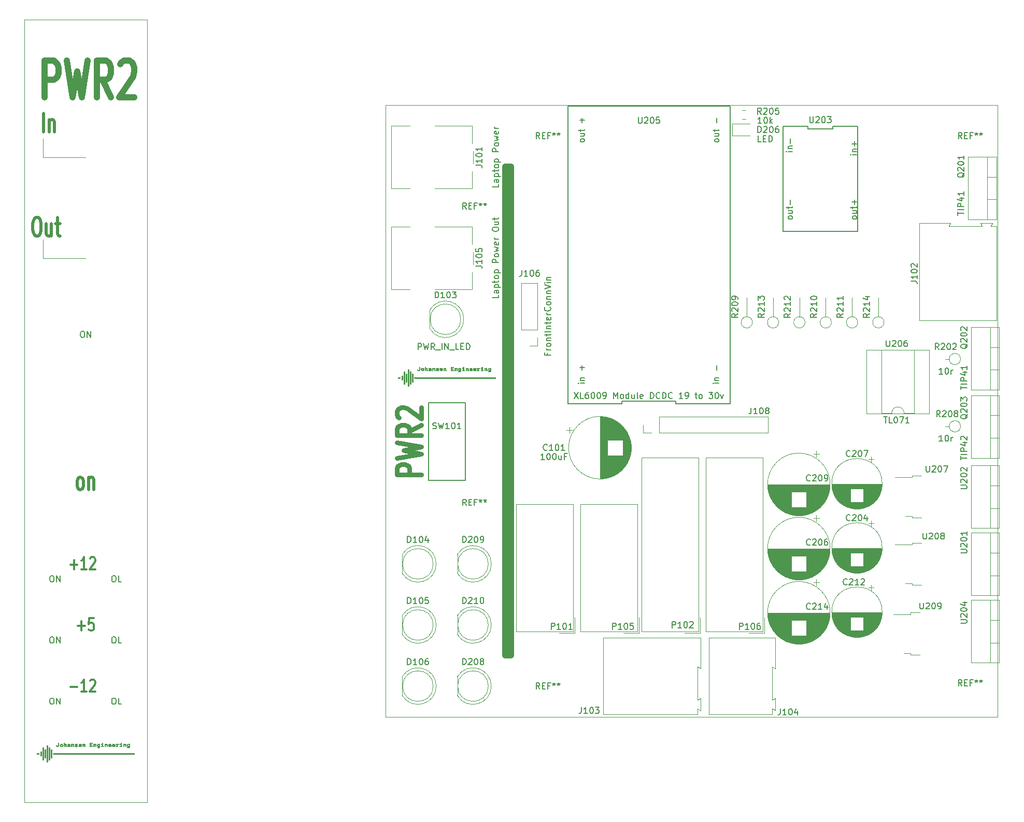
<source format=gbr>
%TF.GenerationSoftware,KiCad,Pcbnew,(5.1.5)-3*%
%TF.CreationDate,2020-03-17T21:27:54+01:00*%
%TF.ProjectId,KicadJE-EuroPowerSupply2,4b696361-644a-4452-9d45-75726f506f77,Rev A*%
%TF.SameCoordinates,Original*%
%TF.FileFunction,Legend,Top*%
%TF.FilePolarity,Positive*%
%FSLAX46Y46*%
G04 Gerber Fmt 4.6, Leading zero omitted, Abs format (unit mm)*
G04 Created by KiCad (PCBNEW (5.1.5)-3) date 2020-03-17 21:27:54*
%MOMM*%
%LPD*%
G04 APERTURE LIST*
%ADD10C,0.750000*%
%ADD11C,0.500000*%
%ADD12C,0.120000*%
%ADD13C,0.375000*%
%ADD14C,0.050000*%
%ADD15C,1.000000*%
%ADD16C,0.010000*%
%ADD17C,0.150000*%
G04 APERTURE END LIST*
D10*
X55809523Y-110428571D02*
X51809523Y-110428571D01*
X51809523Y-109285714D01*
X52000000Y-109000000D01*
X52190476Y-108857142D01*
X52571428Y-108714285D01*
X53142857Y-108714285D01*
X53523809Y-108857142D01*
X53714285Y-109000000D01*
X53904761Y-109285714D01*
X53904761Y-110428571D01*
X51809523Y-107714285D02*
X55809523Y-107000000D01*
X52952380Y-106428571D01*
X55809523Y-105857142D01*
X51809523Y-105142857D01*
X55809523Y-102285714D02*
X53904761Y-103285714D01*
X55809523Y-104000000D02*
X51809523Y-104000000D01*
X51809523Y-102857142D01*
X52000000Y-102571428D01*
X52190476Y-102428571D01*
X52571428Y-102285714D01*
X53142857Y-102285714D01*
X53523809Y-102428571D01*
X53714285Y-102571428D01*
X53904761Y-102857142D01*
X53904761Y-104000000D01*
X52190476Y-101142857D02*
X52000000Y-101000000D01*
X51809523Y-100714285D01*
X51809523Y-100000000D01*
X52000000Y-99714285D01*
X52190476Y-99571428D01*
X52571428Y-99428571D01*
X52952380Y-99428571D01*
X53523809Y-99571428D01*
X55809523Y-101285714D01*
X55809523Y-99428571D01*
D11*
X-47619Y-112857142D02*
X-238095Y-112714285D01*
X-333333Y-112571428D01*
X-428571Y-112285714D01*
X-428571Y-111428571D01*
X-333333Y-111142857D01*
X-238095Y-111000000D01*
X-47619Y-110857142D01*
X238095Y-110857142D01*
X428571Y-111000000D01*
X523809Y-111142857D01*
X619047Y-111428571D01*
X619047Y-112285714D01*
X523809Y-112571428D01*
X428571Y-112714285D01*
X238095Y-112857142D01*
X-47619Y-112857142D01*
X1476190Y-110857142D02*
X1476190Y-112857142D01*
X1476190Y-111142857D02*
X1571428Y-111000000D01*
X1761904Y-110857142D01*
X2047619Y-110857142D01*
X2238095Y-111000000D01*
X2333333Y-111285714D01*
X2333333Y-112857142D01*
D12*
X1000000Y-58500000D02*
X-6000000Y-58500000D01*
X-6000000Y-58500000D02*
X-6000000Y-55500000D01*
X-6000000Y-75000000D02*
X-6000000Y-72000000D01*
X1000000Y-75000000D02*
X-6000000Y-75000000D01*
D13*
X-1500000Y-125142857D02*
X-357142Y-125142857D01*
X-928571Y-125904761D02*
X-928571Y-124380952D01*
X1142857Y-125904761D02*
X285714Y-125904761D01*
X714285Y-125904761D02*
X714285Y-123904761D01*
X571428Y-124190476D01*
X428571Y-124380952D01*
X285714Y-124476190D01*
X1714285Y-124095238D02*
X1785714Y-124000000D01*
X1928571Y-123904761D01*
X2285714Y-123904761D01*
X2428571Y-124000000D01*
X2499999Y-124095238D01*
X2571428Y-124285714D01*
X2571428Y-124476190D01*
X2499999Y-124761904D01*
X1642857Y-125904761D01*
X2571428Y-125904761D01*
X-285714Y-135142857D02*
X857142Y-135142857D01*
X285714Y-135904761D02*
X285714Y-134380952D01*
X2285714Y-133904761D02*
X1571428Y-133904761D01*
X1499999Y-134857142D01*
X1571428Y-134761904D01*
X1714285Y-134666666D01*
X2071428Y-134666666D01*
X2214285Y-134761904D01*
X2285714Y-134857142D01*
X2357142Y-135047619D01*
X2357142Y-135523809D01*
X2285714Y-135714285D01*
X2214285Y-135809523D01*
X2071428Y-135904761D01*
X1714285Y-135904761D01*
X1571428Y-135809523D01*
X1499999Y-135714285D01*
X-1500000Y-145142857D02*
X-357142Y-145142857D01*
X1142857Y-145904761D02*
X285714Y-145904761D01*
X714285Y-145904761D02*
X714285Y-143904761D01*
X571428Y-144190476D01*
X428571Y-144380952D01*
X285714Y-144476190D01*
X1714285Y-144095238D02*
X1785714Y-144000000D01*
X1928571Y-143904761D01*
X2285714Y-143904761D01*
X2428571Y-144000000D01*
X2499999Y-144095238D01*
X2571428Y-144285714D01*
X2571428Y-144476190D01*
X2499999Y-144761904D01*
X1642857Y-145904761D01*
X2571428Y-145904761D01*
D11*
X-5904761Y-54357142D02*
X-5904761Y-51357142D01*
X-4952380Y-52357142D02*
X-4952380Y-54357142D01*
X-4952380Y-52642857D02*
X-4857142Y-52500000D01*
X-4666666Y-52357142D01*
X-4380952Y-52357142D01*
X-4190476Y-52500000D01*
X-4095238Y-52785714D01*
X-4095238Y-54357142D01*
X-7166666Y-68357142D02*
X-6785714Y-68357142D01*
X-6595238Y-68500000D01*
X-6404761Y-68785714D01*
X-6309523Y-69357142D01*
X-6309523Y-70357142D01*
X-6404761Y-70928571D01*
X-6595238Y-71214285D01*
X-6785714Y-71357142D01*
X-7166666Y-71357142D01*
X-7357142Y-71214285D01*
X-7547619Y-70928571D01*
X-7642857Y-70357142D01*
X-7642857Y-69357142D01*
X-7547619Y-68785714D01*
X-7357142Y-68500000D01*
X-7166666Y-68357142D01*
X-4595238Y-69357142D02*
X-4595238Y-71357142D01*
X-5452380Y-69357142D02*
X-5452380Y-70928571D01*
X-5357142Y-71214285D01*
X-5166666Y-71357142D01*
X-4880952Y-71357142D01*
X-4690476Y-71214285D01*
X-4595238Y-71071428D01*
X-3928571Y-69357142D02*
X-3166666Y-69357142D01*
X-3642857Y-68357142D02*
X-3642857Y-70928571D01*
X-3547619Y-71214285D01*
X-3357142Y-71357142D01*
X-3166666Y-71357142D01*
D14*
X-9000000Y-164000000D02*
X-9000000Y-36000000D01*
X11000000Y-164000000D02*
X-9000000Y-164000000D01*
X11000000Y-36000000D02*
X11000000Y-164000000D01*
X-9000000Y-36000000D02*
X11000000Y-36000000D01*
D15*
X-5738095Y-48714285D02*
X-5738095Y-42714285D01*
X-4214285Y-42714285D01*
X-3833333Y-43000000D01*
X-3642857Y-43285714D01*
X-3452380Y-43857142D01*
X-3452380Y-44714285D01*
X-3642857Y-45285714D01*
X-3833333Y-45571428D01*
X-4214285Y-45857142D01*
X-5738095Y-45857142D01*
X-2119047Y-42714285D02*
X-1166666Y-48714285D01*
X-404761Y-44428571D01*
X357142Y-48714285D01*
X1309523Y-42714285D01*
X5119047Y-48714285D02*
X3785714Y-45857142D01*
X2833333Y-48714285D02*
X2833333Y-42714285D01*
X4357142Y-42714285D01*
X4738095Y-43000000D01*
X4928571Y-43285714D01*
X5119047Y-43857142D01*
X5119047Y-44714285D01*
X4928571Y-45285714D01*
X4738095Y-45571428D01*
X4357142Y-45857142D01*
X2833333Y-45857142D01*
X6642857Y-43285714D02*
X6833333Y-43000000D01*
X7214285Y-42714285D01*
X8166666Y-42714285D01*
X8547619Y-43000000D01*
X8738095Y-43285714D01*
X8928571Y-43857142D01*
X8928571Y-44428571D01*
X8738095Y-45285714D01*
X6452380Y-48714285D01*
X8928571Y-48714285D01*
X69500000Y-60000000D02*
X70500000Y-60000000D01*
X69500000Y-140000000D02*
X70500000Y-140000000D01*
X70500000Y-60000000D02*
X70500000Y-140000000D01*
X69500000Y-60000000D02*
X69500000Y-140000000D01*
D14*
X50000000Y-150000000D02*
X50000000Y-50000000D01*
X150000000Y-150000000D02*
X50000000Y-150000000D01*
X150000000Y-50000000D02*
X150000000Y-150000000D01*
X50000000Y-50000000D02*
X150000000Y-50000000D01*
D16*
G36*
X65791200Y-92899800D02*
G01*
X65676900Y-92899800D01*
X65676900Y-92772800D01*
X65791200Y-92772800D01*
X65791200Y-92899800D01*
G37*
X65791200Y-92899800D02*
X65676900Y-92899800D01*
X65676900Y-92772800D01*
X65791200Y-92772800D01*
X65791200Y-92899800D01*
G36*
X62743200Y-92899800D02*
G01*
X62628900Y-92899800D01*
X62628900Y-92772800D01*
X62743200Y-92772800D01*
X62743200Y-92899800D01*
G37*
X62743200Y-92899800D02*
X62628900Y-92899800D01*
X62628900Y-92772800D01*
X62743200Y-92772800D01*
X62743200Y-92899800D01*
G36*
X66438114Y-92942318D02*
G01*
X66473195Y-92959123D01*
X66492674Y-92974926D01*
X66534150Y-93011953D01*
X66538239Y-93203526D01*
X66542329Y-93395100D01*
X66438900Y-93395100D01*
X66438900Y-93230907D01*
X66438314Y-93159817D01*
X66436253Y-93109877D01*
X66432258Y-93076854D01*
X66425870Y-93056520D01*
X66418942Y-93046757D01*
X66385287Y-93028974D01*
X66345560Y-93030874D01*
X66306502Y-93050204D01*
X66274851Y-93084714D01*
X66268062Y-93097154D01*
X66256927Y-93133806D01*
X66250505Y-93188629D01*
X66248400Y-93265050D01*
X66248400Y-93395100D01*
X66146800Y-93395100D01*
X66146800Y-92950600D01*
X66197600Y-92950600D01*
X66230192Y-92952142D01*
X66244681Y-92960281D01*
X66248330Y-92980282D01*
X66248400Y-92987430D01*
X66248400Y-93024260D01*
X66291580Y-92981080D01*
X66323768Y-92953238D01*
X66354315Y-92940684D01*
X66392979Y-92937900D01*
X66438114Y-92942318D01*
G37*
X66438114Y-92942318D02*
X66473195Y-92959123D01*
X66492674Y-92974926D01*
X66534150Y-93011953D01*
X66538239Y-93203526D01*
X66542329Y-93395100D01*
X66438900Y-93395100D01*
X66438900Y-93230907D01*
X66438314Y-93159817D01*
X66436253Y-93109877D01*
X66432258Y-93076854D01*
X66425870Y-93056520D01*
X66418942Y-93046757D01*
X66385287Y-93028974D01*
X66345560Y-93030874D01*
X66306502Y-93050204D01*
X66274851Y-93084714D01*
X66268062Y-93097154D01*
X66256927Y-93133806D01*
X66250505Y-93188629D01*
X66248400Y-93265050D01*
X66248400Y-93395100D01*
X66146800Y-93395100D01*
X66146800Y-92950600D01*
X66197600Y-92950600D01*
X66230192Y-92952142D01*
X66244681Y-92960281D01*
X66248330Y-92980282D01*
X66248400Y-92987430D01*
X66248400Y-93024260D01*
X66291580Y-92981080D01*
X66323768Y-92953238D01*
X66354315Y-92940684D01*
X66392979Y-92937900D01*
X66438114Y-92942318D01*
G36*
X65791200Y-93306200D02*
G01*
X65842000Y-93306200D01*
X65874525Y-93307545D01*
X65888979Y-93315854D01*
X65892686Y-93337533D01*
X65892800Y-93350650D01*
X65892800Y-93395100D01*
X65588000Y-93395100D01*
X65588000Y-93350650D01*
X65589965Y-93320858D01*
X65601057Y-93308640D01*
X65629066Y-93306205D01*
X65632450Y-93306200D01*
X65676900Y-93306200D01*
X65676900Y-93039500D01*
X65632450Y-93039500D01*
X65602658Y-93037534D01*
X65590440Y-93026442D01*
X65588005Y-92998433D01*
X65588000Y-92995050D01*
X65588000Y-92950600D01*
X65791200Y-92950600D01*
X65791200Y-93306200D01*
G37*
X65791200Y-93306200D02*
X65842000Y-93306200D01*
X65874525Y-93307545D01*
X65888979Y-93315854D01*
X65892686Y-93337533D01*
X65892800Y-93350650D01*
X65892800Y-93395100D01*
X65588000Y-93395100D01*
X65588000Y-93350650D01*
X65589965Y-93320858D01*
X65601057Y-93308640D01*
X65629066Y-93306205D01*
X65632450Y-93306200D01*
X65676900Y-93306200D01*
X65676900Y-93039500D01*
X65632450Y-93039500D01*
X65602658Y-93037534D01*
X65590440Y-93026442D01*
X65588005Y-92998433D01*
X65588000Y-92995050D01*
X65588000Y-92950600D01*
X65791200Y-92950600D01*
X65791200Y-93306200D01*
G36*
X65333699Y-92940912D02*
G01*
X65358516Y-92950885D01*
X65365016Y-92970931D01*
X65358113Y-92999630D01*
X65347462Y-93025131D01*
X65333608Y-93035481D01*
X65307593Y-93035040D01*
X65290351Y-93032606D01*
X65229116Y-93033141D01*
X65175228Y-93051791D01*
X65135106Y-93085879D01*
X65125293Y-93101368D01*
X65112681Y-93141577D01*
X65106047Y-93197735D01*
X65105400Y-93223019D01*
X65105400Y-93306200D01*
X65156200Y-93306200D01*
X65188725Y-93307545D01*
X65203179Y-93315854D01*
X65206886Y-93337533D01*
X65207000Y-93350650D01*
X65207000Y-93395100D01*
X64902200Y-93395100D01*
X64902200Y-93350650D01*
X64903737Y-93322190D01*
X64913233Y-93309542D01*
X64938010Y-93306299D01*
X64953000Y-93306200D01*
X65003800Y-93306200D01*
X65003800Y-93026800D01*
X64953000Y-93026800D01*
X64920426Y-93025295D01*
X64905946Y-93017142D01*
X64902280Y-92996881D01*
X64902200Y-92988700D01*
X64902200Y-92950600D01*
X65105400Y-92950600D01*
X65105400Y-93032890D01*
X65138393Y-92997307D01*
X65182463Y-92960769D01*
X65233745Y-92942216D01*
X65287201Y-92938094D01*
X65333699Y-92940912D01*
G37*
X65333699Y-92940912D02*
X65358516Y-92950885D01*
X65365016Y-92970931D01*
X65358113Y-92999630D01*
X65347462Y-93025131D01*
X65333608Y-93035481D01*
X65307593Y-93035040D01*
X65290351Y-93032606D01*
X65229116Y-93033141D01*
X65175228Y-93051791D01*
X65135106Y-93085879D01*
X65125293Y-93101368D01*
X65112681Y-93141577D01*
X65106047Y-93197735D01*
X65105400Y-93223019D01*
X65105400Y-93306200D01*
X65156200Y-93306200D01*
X65188725Y-93307545D01*
X65203179Y-93315854D01*
X65206886Y-93337533D01*
X65207000Y-93350650D01*
X65207000Y-93395100D01*
X64902200Y-93395100D01*
X64902200Y-93350650D01*
X64903737Y-93322190D01*
X64913233Y-93309542D01*
X64938010Y-93306299D01*
X64953000Y-93306200D01*
X65003800Y-93306200D01*
X65003800Y-93026800D01*
X64953000Y-93026800D01*
X64920426Y-93025295D01*
X64905946Y-93017142D01*
X64902280Y-92996881D01*
X64902200Y-92988700D01*
X64902200Y-92950600D01*
X65105400Y-92950600D01*
X65105400Y-93032890D01*
X65138393Y-92997307D01*
X65182463Y-92960769D01*
X65233745Y-92942216D01*
X65287201Y-92938094D01*
X65333699Y-92940912D01*
G36*
X63390114Y-92942318D02*
G01*
X63425195Y-92959123D01*
X63444674Y-92974926D01*
X63486150Y-93011953D01*
X63490239Y-93203526D01*
X63494329Y-93395100D01*
X63390900Y-93395100D01*
X63390900Y-93230907D01*
X63390314Y-93159817D01*
X63388253Y-93109877D01*
X63384258Y-93076854D01*
X63377870Y-93056520D01*
X63370942Y-93046757D01*
X63337287Y-93028974D01*
X63297560Y-93030874D01*
X63258502Y-93050204D01*
X63226851Y-93084714D01*
X63220062Y-93097154D01*
X63208927Y-93133806D01*
X63202505Y-93188629D01*
X63200400Y-93265050D01*
X63200400Y-93395100D01*
X63098800Y-93395100D01*
X63098800Y-92950600D01*
X63149600Y-92950600D01*
X63182192Y-92952142D01*
X63196681Y-92960281D01*
X63200330Y-92980282D01*
X63200400Y-92987430D01*
X63200400Y-93024260D01*
X63243580Y-92981080D01*
X63275768Y-92953238D01*
X63306315Y-92940684D01*
X63344979Y-92937900D01*
X63390114Y-92942318D01*
G37*
X63390114Y-92942318D02*
X63425195Y-92959123D01*
X63444674Y-92974926D01*
X63486150Y-93011953D01*
X63490239Y-93203526D01*
X63494329Y-93395100D01*
X63390900Y-93395100D01*
X63390900Y-93230907D01*
X63390314Y-93159817D01*
X63388253Y-93109877D01*
X63384258Y-93076854D01*
X63377870Y-93056520D01*
X63370942Y-93046757D01*
X63337287Y-93028974D01*
X63297560Y-93030874D01*
X63258502Y-93050204D01*
X63226851Y-93084714D01*
X63220062Y-93097154D01*
X63208927Y-93133806D01*
X63202505Y-93188629D01*
X63200400Y-93265050D01*
X63200400Y-93395100D01*
X63098800Y-93395100D01*
X63098800Y-92950600D01*
X63149600Y-92950600D01*
X63182192Y-92952142D01*
X63196681Y-92960281D01*
X63200330Y-92980282D01*
X63200400Y-92987430D01*
X63200400Y-93024260D01*
X63243580Y-92981080D01*
X63275768Y-92953238D01*
X63306315Y-92940684D01*
X63344979Y-92937900D01*
X63390114Y-92942318D01*
G36*
X62743200Y-93306200D02*
G01*
X62794000Y-93306200D01*
X62826525Y-93307545D01*
X62840979Y-93315854D01*
X62844686Y-93337533D01*
X62844800Y-93350650D01*
X62844800Y-93395100D01*
X62540000Y-93395100D01*
X62540000Y-93350650D01*
X62541965Y-93320858D01*
X62553057Y-93308640D01*
X62581066Y-93306205D01*
X62584450Y-93306200D01*
X62628900Y-93306200D01*
X62628900Y-93039500D01*
X62584450Y-93039500D01*
X62554658Y-93037534D01*
X62542440Y-93026442D01*
X62540005Y-92998433D01*
X62540000Y-92995050D01*
X62540000Y-92950600D01*
X62743200Y-92950600D01*
X62743200Y-93306200D01*
G37*
X62743200Y-93306200D02*
X62794000Y-93306200D01*
X62826525Y-93307545D01*
X62840979Y-93315854D01*
X62844686Y-93337533D01*
X62844800Y-93350650D01*
X62844800Y-93395100D01*
X62540000Y-93395100D01*
X62540000Y-93350650D01*
X62541965Y-93320858D01*
X62553057Y-93308640D01*
X62581066Y-93306205D01*
X62584450Y-93306200D01*
X62628900Y-93306200D01*
X62628900Y-93039500D01*
X62584450Y-93039500D01*
X62554658Y-93037534D01*
X62542440Y-93026442D01*
X62540005Y-92998433D01*
X62540000Y-92995050D01*
X62540000Y-92950600D01*
X62743200Y-92950600D01*
X62743200Y-93306200D01*
G36*
X61561314Y-92942318D02*
G01*
X61596395Y-92959123D01*
X61615874Y-92974926D01*
X61657350Y-93011953D01*
X61661439Y-93203526D01*
X61665529Y-93395100D01*
X61562100Y-93395100D01*
X61562100Y-93230907D01*
X61561514Y-93159817D01*
X61559453Y-93109877D01*
X61555458Y-93076854D01*
X61549070Y-93056520D01*
X61542142Y-93046757D01*
X61508487Y-93028974D01*
X61468760Y-93030874D01*
X61429702Y-93050204D01*
X61398051Y-93084714D01*
X61391262Y-93097154D01*
X61380127Y-93133806D01*
X61373705Y-93188629D01*
X61371600Y-93265050D01*
X61371600Y-93395100D01*
X61270000Y-93395100D01*
X61270000Y-92950600D01*
X61320800Y-92950600D01*
X61353392Y-92952142D01*
X61367881Y-92960281D01*
X61371530Y-92980282D01*
X61371600Y-92987430D01*
X61371600Y-93024260D01*
X61414780Y-92981080D01*
X61446968Y-92953238D01*
X61477515Y-92940684D01*
X61516179Y-92937900D01*
X61561314Y-92942318D01*
G37*
X61561314Y-92942318D02*
X61596395Y-92959123D01*
X61615874Y-92974926D01*
X61657350Y-93011953D01*
X61661439Y-93203526D01*
X61665529Y-93395100D01*
X61562100Y-93395100D01*
X61562100Y-93230907D01*
X61561514Y-93159817D01*
X61559453Y-93109877D01*
X61555458Y-93076854D01*
X61549070Y-93056520D01*
X61542142Y-93046757D01*
X61508487Y-93028974D01*
X61468760Y-93030874D01*
X61429702Y-93050204D01*
X61398051Y-93084714D01*
X61391262Y-93097154D01*
X61380127Y-93133806D01*
X61373705Y-93188629D01*
X61371600Y-93265050D01*
X61371600Y-93395100D01*
X61270000Y-93395100D01*
X61270000Y-92950600D01*
X61320800Y-92950600D01*
X61353392Y-92952142D01*
X61367881Y-92960281D01*
X61371530Y-92980282D01*
X61371600Y-92987430D01*
X61371600Y-93024260D01*
X61414780Y-92981080D01*
X61446968Y-92953238D01*
X61477515Y-92940684D01*
X61516179Y-92937900D01*
X61561314Y-92942318D01*
G36*
X61054100Y-92861700D02*
G01*
X60762000Y-92861700D01*
X60762000Y-93039500D01*
X60990600Y-93039500D01*
X60990600Y-93128400D01*
X60762000Y-93128400D01*
X60762000Y-93306200D01*
X61054100Y-93306200D01*
X61054100Y-93395100D01*
X60660400Y-93395100D01*
X60660400Y-92772800D01*
X61054100Y-92772800D01*
X61054100Y-92861700D01*
G37*
X61054100Y-92861700D02*
X60762000Y-92861700D01*
X60762000Y-93039500D01*
X60990600Y-93039500D01*
X60990600Y-93128400D01*
X60762000Y-93128400D01*
X60762000Y-93306200D01*
X61054100Y-93306200D01*
X61054100Y-93395100D01*
X60660400Y-93395100D01*
X60660400Y-92772800D01*
X61054100Y-92772800D01*
X61054100Y-92861700D01*
G36*
X59745214Y-92942318D02*
G01*
X59780295Y-92959123D01*
X59799774Y-92974926D01*
X59841250Y-93011953D01*
X59845339Y-93203526D01*
X59849429Y-93395100D01*
X59746000Y-93395100D01*
X59746000Y-93230907D01*
X59745414Y-93159817D01*
X59743353Y-93109877D01*
X59739358Y-93076854D01*
X59732970Y-93056520D01*
X59726042Y-93046757D01*
X59692387Y-93028974D01*
X59652660Y-93030874D01*
X59613602Y-93050204D01*
X59581951Y-93084714D01*
X59575162Y-93097154D01*
X59564027Y-93133806D01*
X59557605Y-93188629D01*
X59555500Y-93265050D01*
X59555500Y-93395100D01*
X59453900Y-93395100D01*
X59453900Y-92950600D01*
X59504700Y-92950600D01*
X59537292Y-92952142D01*
X59551781Y-92960281D01*
X59555430Y-92980282D01*
X59555500Y-92987430D01*
X59555500Y-93024260D01*
X59598680Y-92981080D01*
X59630868Y-92953238D01*
X59661415Y-92940684D01*
X59700079Y-92937900D01*
X59745214Y-92942318D01*
G37*
X59745214Y-92942318D02*
X59780295Y-92959123D01*
X59799774Y-92974926D01*
X59841250Y-93011953D01*
X59845339Y-93203526D01*
X59849429Y-93395100D01*
X59746000Y-93395100D01*
X59746000Y-93230907D01*
X59745414Y-93159817D01*
X59743353Y-93109877D01*
X59739358Y-93076854D01*
X59732970Y-93056520D01*
X59726042Y-93046757D01*
X59692387Y-93028974D01*
X59652660Y-93030874D01*
X59613602Y-93050204D01*
X59581951Y-93084714D01*
X59575162Y-93097154D01*
X59564027Y-93133806D01*
X59557605Y-93188629D01*
X59555500Y-93265050D01*
X59555500Y-93395100D01*
X59453900Y-93395100D01*
X59453900Y-92950600D01*
X59504700Y-92950600D01*
X59537292Y-92952142D01*
X59551781Y-92960281D01*
X59555430Y-92980282D01*
X59555500Y-92987430D01*
X59555500Y-93024260D01*
X59598680Y-92981080D01*
X59630868Y-92953238D01*
X59661415Y-92940684D01*
X59700079Y-92937900D01*
X59745214Y-92942318D01*
G36*
X57916414Y-92942318D02*
G01*
X57951495Y-92959123D01*
X57970974Y-92974926D01*
X58012450Y-93011953D01*
X58016539Y-93203526D01*
X58020629Y-93395100D01*
X57917200Y-93395100D01*
X57917200Y-93230907D01*
X57916614Y-93159817D01*
X57914553Y-93109877D01*
X57910558Y-93076854D01*
X57904170Y-93056520D01*
X57897242Y-93046757D01*
X57863587Y-93028974D01*
X57823860Y-93030874D01*
X57784802Y-93050204D01*
X57753151Y-93084714D01*
X57746362Y-93097154D01*
X57735227Y-93133806D01*
X57728805Y-93188629D01*
X57726700Y-93265050D01*
X57726700Y-93395100D01*
X57625100Y-93395100D01*
X57625100Y-92950600D01*
X57675900Y-92950600D01*
X57708492Y-92952142D01*
X57722981Y-92960281D01*
X57726630Y-92980282D01*
X57726700Y-92987430D01*
X57726700Y-93024260D01*
X57769880Y-92981080D01*
X57802068Y-92953238D01*
X57832615Y-92940684D01*
X57871279Y-92937900D01*
X57916414Y-92942318D01*
G37*
X57916414Y-92942318D02*
X57951495Y-92959123D01*
X57970974Y-92974926D01*
X58012450Y-93011953D01*
X58016539Y-93203526D01*
X58020629Y-93395100D01*
X57917200Y-93395100D01*
X57917200Y-93230907D01*
X57916614Y-93159817D01*
X57914553Y-93109877D01*
X57910558Y-93076854D01*
X57904170Y-93056520D01*
X57897242Y-93046757D01*
X57863587Y-93028974D01*
X57823860Y-93030874D01*
X57784802Y-93050204D01*
X57753151Y-93084714D01*
X57746362Y-93097154D01*
X57735227Y-93133806D01*
X57728805Y-93188629D01*
X57726700Y-93265050D01*
X57726700Y-93395100D01*
X57625100Y-93395100D01*
X57625100Y-92950600D01*
X57675900Y-92950600D01*
X57708492Y-92952142D01*
X57722981Y-92960281D01*
X57726630Y-92980282D01*
X57726700Y-92987430D01*
X57726700Y-93024260D01*
X57769880Y-92981080D01*
X57802068Y-92953238D01*
X57832615Y-92940684D01*
X57871279Y-92937900D01*
X57916414Y-92942318D01*
G36*
X56507500Y-93027200D02*
G01*
X56543179Y-92987268D01*
X56572611Y-92960600D01*
X56606477Y-92946655D01*
X56642965Y-92941176D01*
X56683943Y-92939143D01*
X56711809Y-92945321D01*
X56738423Y-92963284D01*
X56750161Y-92973485D01*
X56793250Y-93011953D01*
X56797339Y-93203526D01*
X56801429Y-93395100D01*
X56698000Y-93395100D01*
X56698000Y-93230907D01*
X56697414Y-93159817D01*
X56695353Y-93109877D01*
X56691358Y-93076854D01*
X56684970Y-93056520D01*
X56678042Y-93046757D01*
X56644387Y-93028974D01*
X56604660Y-93030874D01*
X56565602Y-93050204D01*
X56533951Y-93084714D01*
X56527162Y-93097154D01*
X56516027Y-93133806D01*
X56509605Y-93188629D01*
X56507500Y-93265050D01*
X56507500Y-93395100D01*
X56405900Y-93395100D01*
X56405900Y-92772800D01*
X56507500Y-92772800D01*
X56507500Y-93027200D01*
G37*
X56507500Y-93027200D02*
X56543179Y-92987268D01*
X56572611Y-92960600D01*
X56606477Y-92946655D01*
X56642965Y-92941176D01*
X56683943Y-92939143D01*
X56711809Y-92945321D01*
X56738423Y-92963284D01*
X56750161Y-92973485D01*
X56793250Y-93011953D01*
X56797339Y-93203526D01*
X56801429Y-93395100D01*
X56698000Y-93395100D01*
X56698000Y-93230907D01*
X56697414Y-93159817D01*
X56695353Y-93109877D01*
X56691358Y-93076854D01*
X56684970Y-93056520D01*
X56678042Y-93046757D01*
X56644387Y-93028974D01*
X56604660Y-93030874D01*
X56565602Y-93050204D01*
X56533951Y-93084714D01*
X56527162Y-93097154D01*
X56516027Y-93133806D01*
X56509605Y-93188629D01*
X56507500Y-93265050D01*
X56507500Y-93395100D01*
X56405900Y-93395100D01*
X56405900Y-92772800D01*
X56507500Y-92772800D01*
X56507500Y-93027200D01*
G36*
X64580413Y-92945787D02*
G01*
X64642081Y-92970491D01*
X64682518Y-93003111D01*
X64717361Y-93055044D01*
X64744231Y-93123481D01*
X64755115Y-93169675D01*
X64763650Y-93217300D01*
X64382044Y-93217300D01*
X64396231Y-93248437D01*
X64422015Y-93279278D01*
X64463617Y-93303967D01*
X64511480Y-93317471D01*
X64529469Y-93318621D01*
X64563706Y-93313124D01*
X64605711Y-93299704D01*
X64619304Y-93293985D01*
X64672959Y-93269628D01*
X64698501Y-93302101D01*
X64724044Y-93334573D01*
X64692542Y-93359353D01*
X64634692Y-93390285D01*
X64564466Y-93405651D01*
X64490081Y-93404756D01*
X64419751Y-93386909D01*
X64410914Y-93383118D01*
X64354086Y-93344411D01*
X64313056Y-93290243D01*
X64288965Y-93225896D01*
X64282956Y-93156654D01*
X64292211Y-93108435D01*
X64393971Y-93108435D01*
X64404865Y-93119892D01*
X64436586Y-93126036D01*
X64491057Y-93128276D01*
X64514850Y-93128400D01*
X64574137Y-93127503D01*
X64611624Y-93124482D01*
X64630856Y-93118842D01*
X64635500Y-93111563D01*
X64626899Y-93092145D01*
X64605878Y-93066977D01*
X64602726Y-93063938D01*
X64568051Y-93041118D01*
X64523684Y-93033285D01*
X64514850Y-93033150D01*
X64467831Y-93038951D01*
X64432384Y-93059083D01*
X64426973Y-93063938D01*
X64401981Y-93090254D01*
X64393971Y-93108435D01*
X64292211Y-93108435D01*
X64296172Y-93087800D01*
X64329753Y-93024617D01*
X64332623Y-93020889D01*
X64382212Y-92976662D01*
X64444216Y-92949191D01*
X64512370Y-92938794D01*
X64580413Y-92945787D01*
G37*
X64580413Y-92945787D02*
X64642081Y-92970491D01*
X64682518Y-93003111D01*
X64717361Y-93055044D01*
X64744231Y-93123481D01*
X64755115Y-93169675D01*
X64763650Y-93217300D01*
X64382044Y-93217300D01*
X64396231Y-93248437D01*
X64422015Y-93279278D01*
X64463617Y-93303967D01*
X64511480Y-93317471D01*
X64529469Y-93318621D01*
X64563706Y-93313124D01*
X64605711Y-93299704D01*
X64619304Y-93293985D01*
X64672959Y-93269628D01*
X64698501Y-93302101D01*
X64724044Y-93334573D01*
X64692542Y-93359353D01*
X64634692Y-93390285D01*
X64564466Y-93405651D01*
X64490081Y-93404756D01*
X64419751Y-93386909D01*
X64410914Y-93383118D01*
X64354086Y-93344411D01*
X64313056Y-93290243D01*
X64288965Y-93225896D01*
X64282956Y-93156654D01*
X64292211Y-93108435D01*
X64393971Y-93108435D01*
X64404865Y-93119892D01*
X64436586Y-93126036D01*
X64491057Y-93128276D01*
X64514850Y-93128400D01*
X64574137Y-93127503D01*
X64611624Y-93124482D01*
X64630856Y-93118842D01*
X64635500Y-93111563D01*
X64626899Y-93092145D01*
X64605878Y-93066977D01*
X64602726Y-93063938D01*
X64568051Y-93041118D01*
X64523684Y-93033285D01*
X64514850Y-93033150D01*
X64467831Y-93038951D01*
X64432384Y-93059083D01*
X64426973Y-93063938D01*
X64401981Y-93090254D01*
X64393971Y-93108435D01*
X64292211Y-93108435D01*
X64296172Y-93087800D01*
X64329753Y-93024617D01*
X64332623Y-93020889D01*
X64382212Y-92976662D01*
X64444216Y-92949191D01*
X64512370Y-92938794D01*
X64580413Y-92945787D01*
G36*
X63970813Y-92945787D02*
G01*
X64032481Y-92970491D01*
X64072918Y-93003111D01*
X64107761Y-93055044D01*
X64134631Y-93123481D01*
X64145515Y-93169675D01*
X64154050Y-93217300D01*
X63772444Y-93217300D01*
X63786631Y-93248437D01*
X63812415Y-93279278D01*
X63854017Y-93303967D01*
X63901880Y-93317471D01*
X63919869Y-93318621D01*
X63954106Y-93313124D01*
X63996111Y-93299704D01*
X64009704Y-93293985D01*
X64063359Y-93269628D01*
X64088901Y-93302101D01*
X64114444Y-93334573D01*
X64082942Y-93359353D01*
X64025092Y-93390285D01*
X63954866Y-93405651D01*
X63880481Y-93404756D01*
X63810151Y-93386909D01*
X63801314Y-93383118D01*
X63744486Y-93344411D01*
X63703456Y-93290243D01*
X63679365Y-93225896D01*
X63673356Y-93156654D01*
X63682611Y-93108435D01*
X63784371Y-93108435D01*
X63795265Y-93119892D01*
X63826986Y-93126036D01*
X63881457Y-93128276D01*
X63905250Y-93128400D01*
X63964537Y-93127503D01*
X64002024Y-93124482D01*
X64021256Y-93118842D01*
X64025900Y-93111563D01*
X64017299Y-93092145D01*
X63996278Y-93066977D01*
X63993126Y-93063938D01*
X63958451Y-93041118D01*
X63914084Y-93033285D01*
X63905250Y-93033150D01*
X63858231Y-93038951D01*
X63822784Y-93059083D01*
X63817373Y-93063938D01*
X63792381Y-93090254D01*
X63784371Y-93108435D01*
X63682611Y-93108435D01*
X63686572Y-93087800D01*
X63720153Y-93024617D01*
X63723023Y-93020889D01*
X63772612Y-92976662D01*
X63834616Y-92949191D01*
X63902770Y-92938794D01*
X63970813Y-92945787D01*
G37*
X63970813Y-92945787D02*
X64032481Y-92970491D01*
X64072918Y-93003111D01*
X64107761Y-93055044D01*
X64134631Y-93123481D01*
X64145515Y-93169675D01*
X64154050Y-93217300D01*
X63772444Y-93217300D01*
X63786631Y-93248437D01*
X63812415Y-93279278D01*
X63854017Y-93303967D01*
X63901880Y-93317471D01*
X63919869Y-93318621D01*
X63954106Y-93313124D01*
X63996111Y-93299704D01*
X64009704Y-93293985D01*
X64063359Y-93269628D01*
X64088901Y-93302101D01*
X64114444Y-93334573D01*
X64082942Y-93359353D01*
X64025092Y-93390285D01*
X63954866Y-93405651D01*
X63880481Y-93404756D01*
X63810151Y-93386909D01*
X63801314Y-93383118D01*
X63744486Y-93344411D01*
X63703456Y-93290243D01*
X63679365Y-93225896D01*
X63673356Y-93156654D01*
X63682611Y-93108435D01*
X63784371Y-93108435D01*
X63795265Y-93119892D01*
X63826986Y-93126036D01*
X63881457Y-93128276D01*
X63905250Y-93128400D01*
X63964537Y-93127503D01*
X64002024Y-93124482D01*
X64021256Y-93118842D01*
X64025900Y-93111563D01*
X64017299Y-93092145D01*
X63996278Y-93066977D01*
X63993126Y-93063938D01*
X63958451Y-93041118D01*
X63914084Y-93033285D01*
X63905250Y-93033150D01*
X63858231Y-93038951D01*
X63822784Y-93059083D01*
X63817373Y-93063938D01*
X63792381Y-93090254D01*
X63784371Y-93108435D01*
X63682611Y-93108435D01*
X63686572Y-93087800D01*
X63720153Y-93024617D01*
X63723023Y-93020889D01*
X63772612Y-92976662D01*
X63834616Y-92949191D01*
X63902770Y-92938794D01*
X63970813Y-92945787D01*
G36*
X59106713Y-92945787D02*
G01*
X59168381Y-92970491D01*
X59208818Y-93003111D01*
X59243661Y-93055044D01*
X59270531Y-93123481D01*
X59281415Y-93169675D01*
X59289950Y-93217300D01*
X58908344Y-93217300D01*
X58922531Y-93248437D01*
X58948315Y-93279278D01*
X58989917Y-93303967D01*
X59037780Y-93317471D01*
X59055769Y-93318621D01*
X59090006Y-93313124D01*
X59132011Y-93299704D01*
X59145604Y-93293985D01*
X59199259Y-93269628D01*
X59224801Y-93302101D01*
X59250344Y-93334573D01*
X59218842Y-93359353D01*
X59160992Y-93390285D01*
X59090766Y-93405651D01*
X59016381Y-93404756D01*
X58946051Y-93386909D01*
X58937214Y-93383118D01*
X58880386Y-93344411D01*
X58839356Y-93290243D01*
X58815265Y-93225896D01*
X58809256Y-93156654D01*
X58818511Y-93108435D01*
X58920271Y-93108435D01*
X58931165Y-93119892D01*
X58962886Y-93126036D01*
X59017357Y-93128276D01*
X59041150Y-93128400D01*
X59100437Y-93127503D01*
X59137924Y-93124482D01*
X59157156Y-93118842D01*
X59161800Y-93111563D01*
X59153199Y-93092145D01*
X59132178Y-93066977D01*
X59129026Y-93063938D01*
X59094351Y-93041118D01*
X59049984Y-93033285D01*
X59041150Y-93033150D01*
X58994131Y-93038951D01*
X58958684Y-93059083D01*
X58953273Y-93063938D01*
X58928281Y-93090254D01*
X58920271Y-93108435D01*
X58818511Y-93108435D01*
X58822472Y-93087800D01*
X58856053Y-93024617D01*
X58858923Y-93020889D01*
X58908512Y-92976662D01*
X58970516Y-92949191D01*
X59038670Y-92938794D01*
X59106713Y-92945787D01*
G37*
X59106713Y-92945787D02*
X59168381Y-92970491D01*
X59208818Y-93003111D01*
X59243661Y-93055044D01*
X59270531Y-93123481D01*
X59281415Y-93169675D01*
X59289950Y-93217300D01*
X58908344Y-93217300D01*
X58922531Y-93248437D01*
X58948315Y-93279278D01*
X58989917Y-93303967D01*
X59037780Y-93317471D01*
X59055769Y-93318621D01*
X59090006Y-93313124D01*
X59132011Y-93299704D01*
X59145604Y-93293985D01*
X59199259Y-93269628D01*
X59224801Y-93302101D01*
X59250344Y-93334573D01*
X59218842Y-93359353D01*
X59160992Y-93390285D01*
X59090766Y-93405651D01*
X59016381Y-93404756D01*
X58946051Y-93386909D01*
X58937214Y-93383118D01*
X58880386Y-93344411D01*
X58839356Y-93290243D01*
X58815265Y-93225896D01*
X58809256Y-93156654D01*
X58818511Y-93108435D01*
X58920271Y-93108435D01*
X58931165Y-93119892D01*
X58962886Y-93126036D01*
X59017357Y-93128276D01*
X59041150Y-93128400D01*
X59100437Y-93127503D01*
X59137924Y-93124482D01*
X59157156Y-93118842D01*
X59161800Y-93111563D01*
X59153199Y-93092145D01*
X59132178Y-93066977D01*
X59129026Y-93063938D01*
X59094351Y-93041118D01*
X59049984Y-93033285D01*
X59041150Y-93033150D01*
X58994131Y-93038951D01*
X58958684Y-93059083D01*
X58953273Y-93063938D01*
X58928281Y-93090254D01*
X58920271Y-93108435D01*
X58818511Y-93108435D01*
X58822472Y-93087800D01*
X58856053Y-93024617D01*
X58858923Y-93020889D01*
X58908512Y-92976662D01*
X58970516Y-92949191D01*
X59038670Y-92938794D01*
X59106713Y-92945787D01*
G36*
X58500632Y-92944386D02*
G01*
X58555840Y-92958028D01*
X58595922Y-92978107D01*
X58600489Y-92981961D01*
X58609083Y-93003001D01*
X58604268Y-93028982D01*
X58590296Y-93050658D01*
X58571419Y-93058784D01*
X58565812Y-93057362D01*
X58515036Y-93041203D01*
X58460246Y-93032510D01*
X58407734Y-93031212D01*
X58363790Y-93037235D01*
X58334704Y-93050507D01*
X58327596Y-93060104D01*
X58325073Y-93076955D01*
X58334520Y-93090282D01*
X58359387Y-93101783D01*
X58403120Y-93113152D01*
X58457231Y-93123894D01*
X58533536Y-93141949D01*
X58587294Y-93164676D01*
X58621223Y-93194158D01*
X58638045Y-93232478D01*
X58641100Y-93264728D01*
X58629745Y-93315487D01*
X58598029Y-93356412D01*
X58549475Y-93386315D01*
X58487607Y-93404004D01*
X58415947Y-93408289D01*
X58338019Y-93397982D01*
X58288425Y-93383852D01*
X58250170Y-93369782D01*
X58222498Y-93358020D01*
X58213690Y-93352924D01*
X58212751Y-93337125D01*
X58220877Y-93309004D01*
X58222234Y-93305634D01*
X58231168Y-93285529D01*
X58241020Y-93275070D01*
X58257453Y-93273986D01*
X58286129Y-93282007D01*
X58332712Y-93298863D01*
X58336300Y-93300186D01*
X58410662Y-93315855D01*
X58454522Y-93315520D01*
X58506786Y-93305698D01*
X58535099Y-93290062D01*
X58539457Y-93271258D01*
X58519859Y-93251932D01*
X58476303Y-93234730D01*
X58454593Y-93229532D01*
X58384467Y-93214410D01*
X58334551Y-93201934D01*
X58300033Y-93190387D01*
X58276098Y-93178053D01*
X58257936Y-93163218D01*
X58252337Y-93157425D01*
X58226407Y-93113509D01*
X58222862Y-93066210D01*
X58239996Y-93020198D01*
X58276104Y-92980141D01*
X58327601Y-92951407D01*
X58378179Y-92940142D01*
X58438634Y-92938113D01*
X58500632Y-92944386D01*
G37*
X58500632Y-92944386D02*
X58555840Y-92958028D01*
X58595922Y-92978107D01*
X58600489Y-92981961D01*
X58609083Y-93003001D01*
X58604268Y-93028982D01*
X58590296Y-93050658D01*
X58571419Y-93058784D01*
X58565812Y-93057362D01*
X58515036Y-93041203D01*
X58460246Y-93032510D01*
X58407734Y-93031212D01*
X58363790Y-93037235D01*
X58334704Y-93050507D01*
X58327596Y-93060104D01*
X58325073Y-93076955D01*
X58334520Y-93090282D01*
X58359387Y-93101783D01*
X58403120Y-93113152D01*
X58457231Y-93123894D01*
X58533536Y-93141949D01*
X58587294Y-93164676D01*
X58621223Y-93194158D01*
X58638045Y-93232478D01*
X58641100Y-93264728D01*
X58629745Y-93315487D01*
X58598029Y-93356412D01*
X58549475Y-93386315D01*
X58487607Y-93404004D01*
X58415947Y-93408289D01*
X58338019Y-93397982D01*
X58288425Y-93383852D01*
X58250170Y-93369782D01*
X58222498Y-93358020D01*
X58213690Y-93352924D01*
X58212751Y-93337125D01*
X58220877Y-93309004D01*
X58222234Y-93305634D01*
X58231168Y-93285529D01*
X58241020Y-93275070D01*
X58257453Y-93273986D01*
X58286129Y-93282007D01*
X58332712Y-93298863D01*
X58336300Y-93300186D01*
X58410662Y-93315855D01*
X58454522Y-93315520D01*
X58506786Y-93305698D01*
X58535099Y-93290062D01*
X58539457Y-93271258D01*
X58519859Y-93251932D01*
X58476303Y-93234730D01*
X58454593Y-93229532D01*
X58384467Y-93214410D01*
X58334551Y-93201934D01*
X58300033Y-93190387D01*
X58276098Y-93178053D01*
X58257936Y-93163218D01*
X58252337Y-93157425D01*
X58226407Y-93113509D01*
X58222862Y-93066210D01*
X58239996Y-93020198D01*
X58276104Y-92980141D01*
X58327601Y-92951407D01*
X58378179Y-92940142D01*
X58438634Y-92938113D01*
X58500632Y-92944386D01*
G36*
X57310260Y-92956458D02*
G01*
X57363969Y-92989144D01*
X57381667Y-93007923D01*
X57392735Y-93023957D01*
X57400377Y-93042230D01*
X57405218Y-93067537D01*
X57407884Y-93104675D01*
X57409001Y-93158440D01*
X57409200Y-93219012D01*
X57409200Y-93395100D01*
X57358400Y-93395100D01*
X57325216Y-93393002D01*
X57310537Y-93384441D01*
X57307600Y-93369319D01*
X57306428Y-93353311D01*
X57298873Y-93351680D01*
X57278879Y-93364802D01*
X57269535Y-93371681D01*
X57223244Y-93394024D01*
X57158225Y-93405114D01*
X57155474Y-93405321D01*
X57112093Y-93407472D01*
X57084204Y-93403939D01*
X57062026Y-93391546D01*
X57035775Y-93367115D01*
X57034789Y-93366129D01*
X57005543Y-93332043D01*
X56992460Y-93300556D01*
X56990100Y-93271764D01*
X56993730Y-93254688D01*
X57093668Y-93254688D01*
X57099133Y-93288354D01*
X57124725Y-93309379D01*
X57167574Y-93315900D01*
X57185850Y-93314447D01*
X57227983Y-93303725D01*
X57265066Y-93285989D01*
X57268400Y-93283649D01*
X57293180Y-93255884D01*
X57305268Y-93225569D01*
X57306058Y-93205397D01*
X57297957Y-93195600D01*
X57274768Y-93192604D01*
X57248118Y-93192616D01*
X57180418Y-93198505D01*
X57130383Y-93213688D01*
X57100657Y-93237104D01*
X57093668Y-93254688D01*
X56993730Y-93254688D01*
X57001569Y-93217825D01*
X57035378Y-93174750D01*
X57090630Y-93143148D01*
X57166427Y-93123630D01*
X57216183Y-93118289D01*
X57263879Y-93114585D01*
X57291287Y-93109955D01*
X57303505Y-93102538D01*
X57305629Y-93090475D01*
X57305083Y-93085836D01*
X57291827Y-93060933D01*
X57267128Y-93040309D01*
X57237136Y-93030639D01*
X57195911Y-93030668D01*
X57139406Y-93040783D01*
X57071899Y-93058898D01*
X57049367Y-93058480D01*
X57032747Y-93037849D01*
X57030463Y-93033045D01*
X57021032Y-93006525D01*
X57024816Y-92988529D01*
X57045593Y-92974106D01*
X57087143Y-92958303D01*
X57087627Y-92958138D01*
X57167157Y-92940120D01*
X57243012Y-92939838D01*
X57310260Y-92956458D01*
G37*
X57310260Y-92956458D02*
X57363969Y-92989144D01*
X57381667Y-93007923D01*
X57392735Y-93023957D01*
X57400377Y-93042230D01*
X57405218Y-93067537D01*
X57407884Y-93104675D01*
X57409001Y-93158440D01*
X57409200Y-93219012D01*
X57409200Y-93395100D01*
X57358400Y-93395100D01*
X57325216Y-93393002D01*
X57310537Y-93384441D01*
X57307600Y-93369319D01*
X57306428Y-93353311D01*
X57298873Y-93351680D01*
X57278879Y-93364802D01*
X57269535Y-93371681D01*
X57223244Y-93394024D01*
X57158225Y-93405114D01*
X57155474Y-93405321D01*
X57112093Y-93407472D01*
X57084204Y-93403939D01*
X57062026Y-93391546D01*
X57035775Y-93367115D01*
X57034789Y-93366129D01*
X57005543Y-93332043D01*
X56992460Y-93300556D01*
X56990100Y-93271764D01*
X56993730Y-93254688D01*
X57093668Y-93254688D01*
X57099133Y-93288354D01*
X57124725Y-93309379D01*
X57167574Y-93315900D01*
X57185850Y-93314447D01*
X57227983Y-93303725D01*
X57265066Y-93285989D01*
X57268400Y-93283649D01*
X57293180Y-93255884D01*
X57305268Y-93225569D01*
X57306058Y-93205397D01*
X57297957Y-93195600D01*
X57274768Y-93192604D01*
X57248118Y-93192616D01*
X57180418Y-93198505D01*
X57130383Y-93213688D01*
X57100657Y-93237104D01*
X57093668Y-93254688D01*
X56993730Y-93254688D01*
X57001569Y-93217825D01*
X57035378Y-93174750D01*
X57090630Y-93143148D01*
X57166427Y-93123630D01*
X57216183Y-93118289D01*
X57263879Y-93114585D01*
X57291287Y-93109955D01*
X57303505Y-93102538D01*
X57305629Y-93090475D01*
X57305083Y-93085836D01*
X57291827Y-93060933D01*
X57267128Y-93040309D01*
X57237136Y-93030639D01*
X57195911Y-93030668D01*
X57139406Y-93040783D01*
X57071899Y-93058898D01*
X57049367Y-93058480D01*
X57032747Y-93037849D01*
X57030463Y-93033045D01*
X57021032Y-93006525D01*
X57024816Y-92988529D01*
X57045593Y-92974106D01*
X57087143Y-92958303D01*
X57087627Y-92958138D01*
X57167157Y-92940120D01*
X57243012Y-92939838D01*
X57310260Y-92956458D01*
G36*
X56071766Y-92949125D02*
G01*
X56136474Y-92981026D01*
X56185862Y-93030946D01*
X56217285Y-93096222D01*
X56228100Y-93172850D01*
X56216996Y-93250946D01*
X56185342Y-93315890D01*
X56135619Y-93365231D01*
X56070311Y-93396521D01*
X55991901Y-93407311D01*
X55990382Y-93407302D01*
X55944577Y-93403339D01*
X55902640Y-93394004D01*
X55891550Y-93389872D01*
X55834427Y-93351464D01*
X55792316Y-93296767D01*
X55767086Y-93231225D01*
X55761549Y-93170613D01*
X55863689Y-93170613D01*
X55870887Y-93221333D01*
X55893418Y-93265316D01*
X55929178Y-93297772D01*
X55976060Y-93313913D01*
X56011517Y-93313383D01*
X56051518Y-93299561D01*
X56087147Y-93275119D01*
X56087717Y-93274555D01*
X56107668Y-93249695D01*
X56117404Y-93220658D01*
X56120137Y-93177372D01*
X56120150Y-93172850D01*
X56117996Y-93128557D01*
X56109183Y-93099009D01*
X56090186Y-93073742D01*
X56084936Y-93068363D01*
X56054595Y-93044450D01*
X56020047Y-93034461D01*
X55991761Y-93033150D01*
X55950653Y-93036400D01*
X55922923Y-93049203D01*
X55903716Y-93068125D01*
X55873930Y-93117947D01*
X55863689Y-93170613D01*
X55761549Y-93170613D01*
X55760605Y-93160283D01*
X55774742Y-93089388D01*
X55782203Y-93071250D01*
X55822955Y-93006733D01*
X55876394Y-92963869D01*
X55944061Y-92941689D01*
X55994384Y-92937900D01*
X56071766Y-92949125D01*
G37*
X56071766Y-92949125D02*
X56136474Y-92981026D01*
X56185862Y-93030946D01*
X56217285Y-93096222D01*
X56228100Y-93172850D01*
X56216996Y-93250946D01*
X56185342Y-93315890D01*
X56135619Y-93365231D01*
X56070311Y-93396521D01*
X55991901Y-93407311D01*
X55990382Y-93407302D01*
X55944577Y-93403339D01*
X55902640Y-93394004D01*
X55891550Y-93389872D01*
X55834427Y-93351464D01*
X55792316Y-93296767D01*
X55767086Y-93231225D01*
X55761549Y-93170613D01*
X55863689Y-93170613D01*
X55870887Y-93221333D01*
X55893418Y-93265316D01*
X55929178Y-93297772D01*
X55976060Y-93313913D01*
X56011517Y-93313383D01*
X56051518Y-93299561D01*
X56087147Y-93275119D01*
X56087717Y-93274555D01*
X56107668Y-93249695D01*
X56117404Y-93220658D01*
X56120137Y-93177372D01*
X56120150Y-93172850D01*
X56117996Y-93128557D01*
X56109183Y-93099009D01*
X56090186Y-93073742D01*
X56084936Y-93068363D01*
X56054595Y-93044450D01*
X56020047Y-93034461D01*
X55991761Y-93033150D01*
X55950653Y-93036400D01*
X55922923Y-93049203D01*
X55903716Y-93068125D01*
X55873930Y-93117947D01*
X55863689Y-93170613D01*
X55761549Y-93170613D01*
X55760605Y-93160283D01*
X55774742Y-93089388D01*
X55782203Y-93071250D01*
X55822955Y-93006733D01*
X55876394Y-92963869D01*
X55944061Y-92941689D01*
X55994384Y-92937900D01*
X56071766Y-92949125D01*
G36*
X55580400Y-93011409D02*
G01*
X55580207Y-93095945D01*
X55579354Y-93159353D01*
X55577427Y-93205900D01*
X55574013Y-93239855D01*
X55568700Y-93265488D01*
X55561073Y-93287068D01*
X55551825Y-93306684D01*
X55514747Y-93359147D01*
X55478800Y-93385555D01*
X55426340Y-93401642D01*
X55364265Y-93406377D01*
X55305952Y-93399199D01*
X55288306Y-93393532D01*
X55239112Y-93363215D01*
X55195891Y-93317614D01*
X55179143Y-93290955D01*
X55164437Y-93257641D01*
X55165977Y-93237654D01*
X55185821Y-93223253D01*
X55198633Y-93217617D01*
X55235503Y-93208790D01*
X55257582Y-93217789D01*
X55262900Y-93235970D01*
X55273231Y-93257685D01*
X55298688Y-93282819D01*
X55330963Y-93304987D01*
X55361750Y-93317804D01*
X55370785Y-93318900D01*
X55404376Y-93316521D01*
X55430288Y-93307494D01*
X55449489Y-93288978D01*
X55462946Y-93258134D01*
X55471628Y-93212122D01*
X55476503Y-93148104D01*
X55478539Y-93063238D01*
X55478800Y-93002030D01*
X55478800Y-92772800D01*
X55580400Y-92772800D01*
X55580400Y-93011409D01*
G37*
X55580400Y-93011409D02*
X55580207Y-93095945D01*
X55579354Y-93159353D01*
X55577427Y-93205900D01*
X55574013Y-93239855D01*
X55568700Y-93265488D01*
X55561073Y-93287068D01*
X55551825Y-93306684D01*
X55514747Y-93359147D01*
X55478800Y-93385555D01*
X55426340Y-93401642D01*
X55364265Y-93406377D01*
X55305952Y-93399199D01*
X55288306Y-93393532D01*
X55239112Y-93363215D01*
X55195891Y-93317614D01*
X55179143Y-93290955D01*
X55164437Y-93257641D01*
X55165977Y-93237654D01*
X55185821Y-93223253D01*
X55198633Y-93217617D01*
X55235503Y-93208790D01*
X55257582Y-93217789D01*
X55262900Y-93235970D01*
X55273231Y-93257685D01*
X55298688Y-93282819D01*
X55330963Y-93304987D01*
X55361750Y-93317804D01*
X55370785Y-93318900D01*
X55404376Y-93316521D01*
X55430288Y-93307494D01*
X55449489Y-93288978D01*
X55462946Y-93258134D01*
X55471628Y-93212122D01*
X55476503Y-93148104D01*
X55478539Y-93063238D01*
X55478800Y-93002030D01*
X55478800Y-92772800D01*
X55580400Y-92772800D01*
X55580400Y-93011409D01*
G36*
X66982474Y-92945453D02*
G01*
X67011030Y-92957276D01*
X67036696Y-92967208D01*
X67048357Y-92964762D01*
X67048500Y-92963626D01*
X67059765Y-92955469D01*
X67087910Y-92950932D01*
X67099300Y-92950600D01*
X67150100Y-92950600D01*
X67150100Y-93202721D01*
X67149965Y-93289193D01*
X67149309Y-93354155D01*
X67147751Y-93401497D01*
X67144912Y-93435109D01*
X67140412Y-93458879D01*
X67133872Y-93476699D01*
X67124910Y-93492457D01*
X67121271Y-93497996D01*
X67075865Y-93544194D01*
X67015238Y-93573830D01*
X66944389Y-93585713D01*
X66868316Y-93578656D01*
X66829304Y-93567447D01*
X66783678Y-93547420D01*
X66753552Y-93526476D01*
X66743700Y-93509251D01*
X66750936Y-93493145D01*
X66765955Y-93472029D01*
X66788210Y-93444546D01*
X66850270Y-93471998D01*
X66911509Y-93490625D01*
X66965737Y-93491271D01*
X67009169Y-93475328D01*
X67038018Y-93444187D01*
X67048499Y-93399238D01*
X67048500Y-93399155D01*
X67048500Y-93356347D01*
X67011030Y-93375723D01*
X66950461Y-93394532D01*
X66890993Y-93390756D01*
X66836141Y-93367099D01*
X66789420Y-93326262D01*
X66754344Y-93270946D01*
X66734428Y-93203853D01*
X66731306Y-93161944D01*
X66833295Y-93161944D01*
X66839837Y-93213003D01*
X66862551Y-93258341D01*
X66897497Y-93289108D01*
X66935645Y-93300009D01*
X66981196Y-93298768D01*
X67020959Y-93286299D01*
X67030583Y-93279859D01*
X67040135Y-93259334D01*
X67046310Y-93221682D01*
X67049036Y-93174854D01*
X67048245Y-93126803D01*
X67043867Y-93085480D01*
X67035831Y-93058838D01*
X67032553Y-93054776D01*
X66991884Y-93035364D01*
X66942672Y-93031601D01*
X66907954Y-93039850D01*
X66867628Y-93068826D01*
X66842650Y-93111704D01*
X66833295Y-93161944D01*
X66731306Y-93161944D01*
X66731208Y-93160634D01*
X66741573Y-93090522D01*
X66769635Y-93030408D01*
X66811576Y-92983069D01*
X66863576Y-92951279D01*
X66921815Y-92937816D01*
X66982474Y-92945453D01*
G37*
X66982474Y-92945453D02*
X67011030Y-92957276D01*
X67036696Y-92967208D01*
X67048357Y-92964762D01*
X67048500Y-92963626D01*
X67059765Y-92955469D01*
X67087910Y-92950932D01*
X67099300Y-92950600D01*
X67150100Y-92950600D01*
X67150100Y-93202721D01*
X67149965Y-93289193D01*
X67149309Y-93354155D01*
X67147751Y-93401497D01*
X67144912Y-93435109D01*
X67140412Y-93458879D01*
X67133872Y-93476699D01*
X67124910Y-93492457D01*
X67121271Y-93497996D01*
X67075865Y-93544194D01*
X67015238Y-93573830D01*
X66944389Y-93585713D01*
X66868316Y-93578656D01*
X66829304Y-93567447D01*
X66783678Y-93547420D01*
X66753552Y-93526476D01*
X66743700Y-93509251D01*
X66750936Y-93493145D01*
X66765955Y-93472029D01*
X66788210Y-93444546D01*
X66850270Y-93471998D01*
X66911509Y-93490625D01*
X66965737Y-93491271D01*
X67009169Y-93475328D01*
X67038018Y-93444187D01*
X67048499Y-93399238D01*
X67048500Y-93399155D01*
X67048500Y-93356347D01*
X67011030Y-93375723D01*
X66950461Y-93394532D01*
X66890993Y-93390756D01*
X66836141Y-93367099D01*
X66789420Y-93326262D01*
X66754344Y-93270946D01*
X66734428Y-93203853D01*
X66731306Y-93161944D01*
X66833295Y-93161944D01*
X66839837Y-93213003D01*
X66862551Y-93258341D01*
X66897497Y-93289108D01*
X66935645Y-93300009D01*
X66981196Y-93298768D01*
X67020959Y-93286299D01*
X67030583Y-93279859D01*
X67040135Y-93259334D01*
X67046310Y-93221682D01*
X67049036Y-93174854D01*
X67048245Y-93126803D01*
X67043867Y-93085480D01*
X67035831Y-93058838D01*
X67032553Y-93054776D01*
X66991884Y-93035364D01*
X66942672Y-93031601D01*
X66907954Y-93039850D01*
X66867628Y-93068826D01*
X66842650Y-93111704D01*
X66833295Y-93161944D01*
X66731306Y-93161944D01*
X66731208Y-93160634D01*
X66741573Y-93090522D01*
X66769635Y-93030408D01*
X66811576Y-92983069D01*
X66863576Y-92951279D01*
X66921815Y-92937816D01*
X66982474Y-92945453D01*
G36*
X62105674Y-92945453D02*
G01*
X62134230Y-92957276D01*
X62159896Y-92967208D01*
X62171557Y-92964762D01*
X62171700Y-92963626D01*
X62182965Y-92955469D01*
X62211110Y-92950932D01*
X62222500Y-92950600D01*
X62273300Y-92950600D01*
X62273300Y-93202721D01*
X62273165Y-93289193D01*
X62272509Y-93354155D01*
X62270951Y-93401497D01*
X62268112Y-93435109D01*
X62263612Y-93458879D01*
X62257072Y-93476699D01*
X62248110Y-93492457D01*
X62244471Y-93497996D01*
X62199065Y-93544194D01*
X62138438Y-93573830D01*
X62067589Y-93585713D01*
X61991516Y-93578656D01*
X61952504Y-93567447D01*
X61906878Y-93547420D01*
X61876752Y-93526476D01*
X61866900Y-93509251D01*
X61874136Y-93493145D01*
X61889155Y-93472029D01*
X61911410Y-93444546D01*
X61973470Y-93471998D01*
X62034709Y-93490625D01*
X62088937Y-93491271D01*
X62132369Y-93475328D01*
X62161218Y-93444187D01*
X62171699Y-93399238D01*
X62171700Y-93399155D01*
X62171700Y-93356347D01*
X62134230Y-93375723D01*
X62073661Y-93394532D01*
X62014193Y-93390756D01*
X61959341Y-93367099D01*
X61912620Y-93326262D01*
X61877544Y-93270946D01*
X61857628Y-93203853D01*
X61854506Y-93161944D01*
X61956495Y-93161944D01*
X61963037Y-93213003D01*
X61985751Y-93258341D01*
X62020697Y-93289108D01*
X62058845Y-93300009D01*
X62104396Y-93298768D01*
X62144159Y-93286299D01*
X62153783Y-93279859D01*
X62163335Y-93259334D01*
X62169510Y-93221682D01*
X62172236Y-93174854D01*
X62171445Y-93126803D01*
X62167067Y-93085480D01*
X62159031Y-93058838D01*
X62155753Y-93054776D01*
X62115084Y-93035364D01*
X62065872Y-93031601D01*
X62031154Y-93039850D01*
X61990828Y-93068826D01*
X61965850Y-93111704D01*
X61956495Y-93161944D01*
X61854506Y-93161944D01*
X61854408Y-93160634D01*
X61864773Y-93090522D01*
X61892835Y-93030408D01*
X61934776Y-92983069D01*
X61986776Y-92951279D01*
X62045015Y-92937816D01*
X62105674Y-92945453D01*
G37*
X62105674Y-92945453D02*
X62134230Y-92957276D01*
X62159896Y-92967208D01*
X62171557Y-92964762D01*
X62171700Y-92963626D01*
X62182965Y-92955469D01*
X62211110Y-92950932D01*
X62222500Y-92950600D01*
X62273300Y-92950600D01*
X62273300Y-93202721D01*
X62273165Y-93289193D01*
X62272509Y-93354155D01*
X62270951Y-93401497D01*
X62268112Y-93435109D01*
X62263612Y-93458879D01*
X62257072Y-93476699D01*
X62248110Y-93492457D01*
X62244471Y-93497996D01*
X62199065Y-93544194D01*
X62138438Y-93573830D01*
X62067589Y-93585713D01*
X61991516Y-93578656D01*
X61952504Y-93567447D01*
X61906878Y-93547420D01*
X61876752Y-93526476D01*
X61866900Y-93509251D01*
X61874136Y-93493145D01*
X61889155Y-93472029D01*
X61911410Y-93444546D01*
X61973470Y-93471998D01*
X62034709Y-93490625D01*
X62088937Y-93491271D01*
X62132369Y-93475328D01*
X62161218Y-93444187D01*
X62171699Y-93399238D01*
X62171700Y-93399155D01*
X62171700Y-93356347D01*
X62134230Y-93375723D01*
X62073661Y-93394532D01*
X62014193Y-93390756D01*
X61959341Y-93367099D01*
X61912620Y-93326262D01*
X61877544Y-93270946D01*
X61857628Y-93203853D01*
X61854506Y-93161944D01*
X61956495Y-93161944D01*
X61963037Y-93213003D01*
X61985751Y-93258341D01*
X62020697Y-93289108D01*
X62058845Y-93300009D01*
X62104396Y-93298768D01*
X62144159Y-93286299D01*
X62153783Y-93279859D01*
X62163335Y-93259334D01*
X62169510Y-93221682D01*
X62172236Y-93174854D01*
X62171445Y-93126803D01*
X62167067Y-93085480D01*
X62159031Y-93058838D01*
X62155753Y-93054776D01*
X62115084Y-93035364D01*
X62065872Y-93031601D01*
X62031154Y-93039850D01*
X61990828Y-93068826D01*
X61965850Y-93111704D01*
X61956495Y-93161944D01*
X61854506Y-93161944D01*
X61854408Y-93160634D01*
X61864773Y-93090522D01*
X61892835Y-93030408D01*
X61934776Y-92983069D01*
X61986776Y-92951279D01*
X62045015Y-92937816D01*
X62105674Y-92945453D01*
G36*
X67935286Y-94491293D02*
G01*
X67958647Y-94532187D01*
X67960396Y-94576811D01*
X67940639Y-94617299D01*
X67933506Y-94624786D01*
X67904112Y-94652400D01*
X54718643Y-94652400D01*
X54692321Y-94618937D01*
X54673769Y-94587072D01*
X54666000Y-94557272D01*
X54666000Y-94557150D01*
X54673694Y-94527404D01*
X54692207Y-94495507D01*
X54692321Y-94495362D01*
X54718643Y-94461900D01*
X61313157Y-94461899D01*
X67907672Y-94461899D01*
X67935286Y-94491293D01*
G37*
X67935286Y-94491293D02*
X67958647Y-94532187D01*
X67960396Y-94576811D01*
X67940639Y-94617299D01*
X67933506Y-94624786D01*
X67904112Y-94652400D01*
X54718643Y-94652400D01*
X54692321Y-94618937D01*
X54673769Y-94587072D01*
X54666000Y-94557272D01*
X54666000Y-94557150D01*
X54673694Y-94527404D01*
X54692207Y-94495507D01*
X54692321Y-94495362D01*
X54718643Y-94461900D01*
X61313157Y-94461899D01*
X67907672Y-94461899D01*
X67935286Y-94491293D01*
G36*
X52244043Y-94464392D02*
G01*
X52292101Y-94473191D01*
X52322105Y-94490281D01*
X52337542Y-94517645D01*
X52341900Y-94557150D01*
X52337607Y-94596532D01*
X52322399Y-94623780D01*
X52292781Y-94640862D01*
X52245257Y-94649745D01*
X52176332Y-94652395D01*
X52172663Y-94652400D01*
X52115908Y-94651825D01*
X52078492Y-94649290D01*
X52054365Y-94643576D01*
X52037476Y-94633466D01*
X52026613Y-94623006D01*
X52003252Y-94582112D01*
X52001503Y-94537488D01*
X52021260Y-94497000D01*
X52028393Y-94489513D01*
X52045574Y-94476180D01*
X52066619Y-94467937D01*
X52097738Y-94463612D01*
X52145141Y-94462030D01*
X52174443Y-94461900D01*
X52244043Y-94464392D01*
G37*
X52244043Y-94464392D02*
X52292101Y-94473191D01*
X52322105Y-94490281D01*
X52337542Y-94517645D01*
X52341900Y-94557150D01*
X52337607Y-94596532D01*
X52322399Y-94623780D01*
X52292781Y-94640862D01*
X52245257Y-94649745D01*
X52176332Y-94652395D01*
X52172663Y-94652400D01*
X52115908Y-94651825D01*
X52078492Y-94649290D01*
X52054365Y-94643576D01*
X52037476Y-94633466D01*
X52026613Y-94623006D01*
X52003252Y-94582112D01*
X52001503Y-94537488D01*
X52021260Y-94497000D01*
X52028393Y-94489513D01*
X52045574Y-94476180D01*
X52066619Y-94467937D01*
X52097738Y-94463612D01*
X52145141Y-94462030D01*
X52174443Y-94461900D01*
X52244043Y-94464392D01*
G36*
X52704557Y-94213054D02*
G01*
X52737368Y-94232157D01*
X52746941Y-94240516D01*
X52754270Y-94250303D01*
X52759707Y-94264826D01*
X52763605Y-94287391D01*
X52766317Y-94321307D01*
X52768194Y-94369882D01*
X52769589Y-94436423D01*
X52770854Y-94524238D01*
X52771188Y-94549571D01*
X52775026Y-94842728D01*
X52743190Y-94874564D01*
X52703435Y-94901023D01*
X52663527Y-94902725D01*
X52626040Y-94879617D01*
X52623513Y-94877006D01*
X52614675Y-94866635D01*
X52607956Y-94854549D01*
X52603065Y-94837371D01*
X52599714Y-94811724D01*
X52597611Y-94774232D01*
X52596468Y-94721520D01*
X52595994Y-94650210D01*
X52595900Y-94556927D01*
X52595900Y-94555370D01*
X52595965Y-94461929D01*
X52596367Y-94390539D01*
X52597413Y-94337846D01*
X52599412Y-94300503D01*
X52602670Y-94275156D01*
X52607497Y-94258457D01*
X52614200Y-94247055D01*
X52623086Y-94237598D01*
X52625293Y-94235513D01*
X52664470Y-94211609D01*
X52704557Y-94213054D01*
G37*
X52704557Y-94213054D02*
X52737368Y-94232157D01*
X52746941Y-94240516D01*
X52754270Y-94250303D01*
X52759707Y-94264826D01*
X52763605Y-94287391D01*
X52766317Y-94321307D01*
X52768194Y-94369882D01*
X52769589Y-94436423D01*
X52770854Y-94524238D01*
X52771188Y-94549571D01*
X52775026Y-94842728D01*
X52743190Y-94874564D01*
X52703435Y-94901023D01*
X52663527Y-94902725D01*
X52626040Y-94879617D01*
X52623513Y-94877006D01*
X52614675Y-94866635D01*
X52607956Y-94854549D01*
X52603065Y-94837371D01*
X52599714Y-94811724D01*
X52597611Y-94774232D01*
X52596468Y-94721520D01*
X52595994Y-94650210D01*
X52595900Y-94556927D01*
X52595900Y-94555370D01*
X52595965Y-94461929D01*
X52596367Y-94390539D01*
X52597413Y-94337846D01*
X52599412Y-94300503D01*
X52602670Y-94275156D01*
X52607497Y-94258457D01*
X52614200Y-94247055D01*
X52623086Y-94237598D01*
X52625293Y-94235513D01*
X52664470Y-94211609D01*
X52704557Y-94213054D01*
G36*
X54430360Y-93884148D02*
G01*
X54437400Y-93890400D01*
X54443118Y-93896819D01*
X54447907Y-93905090D01*
X54451849Y-93917365D01*
X54455026Y-93935795D01*
X54457522Y-93962532D01*
X54459417Y-93999728D01*
X54460795Y-94049533D01*
X54461737Y-94114100D01*
X54462326Y-94195579D01*
X54462645Y-94296124D01*
X54462775Y-94417884D01*
X54462800Y-94554324D01*
X54462722Y-94700224D01*
X54462446Y-94822823D01*
X54461912Y-94924218D01*
X54461055Y-95006508D01*
X54459815Y-95071791D01*
X54458129Y-95122165D01*
X54455934Y-95159728D01*
X54453169Y-95186578D01*
X54449771Y-95204814D01*
X54445678Y-95216533D01*
X54443029Y-95221074D01*
X54413262Y-95243781D01*
X54373733Y-95249686D01*
X54333757Y-95238757D01*
X54310894Y-95221505D01*
X54305058Y-95214613D01*
X54300171Y-95206105D01*
X54296150Y-95193817D01*
X54292910Y-95175586D01*
X54290367Y-95149248D01*
X54288437Y-95112641D01*
X54287035Y-95063601D01*
X54286077Y-94999964D01*
X54285479Y-94919567D01*
X54285156Y-94820246D01*
X54285025Y-94699839D01*
X54285000Y-94557150D01*
X54285025Y-94413643D01*
X54285158Y-94293374D01*
X54285482Y-94194178D01*
X54286082Y-94113891D01*
X54287043Y-94050352D01*
X54288447Y-94001395D01*
X54290381Y-93964858D01*
X54292928Y-93938577D01*
X54296172Y-93920390D01*
X54300199Y-93908132D01*
X54305091Y-93899641D01*
X54310894Y-93892794D01*
X54347738Y-93869943D01*
X54390793Y-93867000D01*
X54430360Y-93884148D01*
G37*
X54430360Y-93884148D02*
X54437400Y-93890400D01*
X54443118Y-93896819D01*
X54447907Y-93905090D01*
X54451849Y-93917365D01*
X54455026Y-93935795D01*
X54457522Y-93962532D01*
X54459417Y-93999728D01*
X54460795Y-94049533D01*
X54461737Y-94114100D01*
X54462326Y-94195579D01*
X54462645Y-94296124D01*
X54462775Y-94417884D01*
X54462800Y-94554324D01*
X54462722Y-94700224D01*
X54462446Y-94822823D01*
X54461912Y-94924218D01*
X54461055Y-95006508D01*
X54459815Y-95071791D01*
X54458129Y-95122165D01*
X54455934Y-95159728D01*
X54453169Y-95186578D01*
X54449771Y-95204814D01*
X54445678Y-95216533D01*
X54443029Y-95221074D01*
X54413262Y-95243781D01*
X54373733Y-95249686D01*
X54333757Y-95238757D01*
X54310894Y-95221505D01*
X54305058Y-95214613D01*
X54300171Y-95206105D01*
X54296150Y-95193817D01*
X54292910Y-95175586D01*
X54290367Y-95149248D01*
X54288437Y-95112641D01*
X54287035Y-95063601D01*
X54286077Y-94999964D01*
X54285479Y-94919567D01*
X54285156Y-94820246D01*
X54285025Y-94699839D01*
X54285000Y-94557150D01*
X54285025Y-94413643D01*
X54285158Y-94293374D01*
X54285482Y-94194178D01*
X54286082Y-94113891D01*
X54287043Y-94050352D01*
X54288447Y-94001395D01*
X54290381Y-93964858D01*
X54292928Y-93938577D01*
X54296172Y-93920390D01*
X54300199Y-93908132D01*
X54305091Y-93899641D01*
X54310894Y-93892794D01*
X54347738Y-93869943D01*
X54390793Y-93867000D01*
X54430360Y-93884148D01*
G36*
X53414153Y-93873366D02*
G01*
X53416323Y-93874719D01*
X53425899Y-93882268D01*
X53433948Y-93892460D01*
X53440603Y-93907408D01*
X53445994Y-93929227D01*
X53450255Y-93960029D01*
X53453517Y-94001931D01*
X53455911Y-94057044D01*
X53457571Y-94127484D01*
X53458628Y-94215364D01*
X53459213Y-94322799D01*
X53459458Y-94451902D01*
X53459500Y-94566620D01*
X53459473Y-94708969D01*
X53459337Y-94828100D01*
X53459005Y-94926193D01*
X53458390Y-95005429D01*
X53457406Y-95067989D01*
X53455968Y-95116055D01*
X53453988Y-95151807D01*
X53451381Y-95177427D01*
X53448060Y-95195095D01*
X53443939Y-95206993D01*
X53438933Y-95215301D01*
X53433605Y-95221505D01*
X53398709Y-95244001D01*
X53357871Y-95249644D01*
X53320403Y-95238462D01*
X53301470Y-95221074D01*
X53296956Y-95212113D01*
X53293172Y-95197824D01*
X53290056Y-95176107D01*
X53287546Y-95144866D01*
X53285580Y-95102001D01*
X53284094Y-95045415D01*
X53283028Y-94973009D01*
X53282319Y-94882686D01*
X53281905Y-94772347D01*
X53281723Y-94639893D01*
X53281700Y-94554324D01*
X53281727Y-94410547D01*
X53281866Y-94290018D01*
X53282197Y-94190586D01*
X53282804Y-94110100D01*
X53283768Y-94046407D01*
X53285173Y-93997357D01*
X53287099Y-93960797D01*
X53289630Y-93934577D01*
X53292848Y-93916544D01*
X53296835Y-93904547D01*
X53301673Y-93896434D01*
X53307100Y-93890400D01*
X53339677Y-93871493D01*
X53379644Y-93865200D01*
X53414153Y-93873366D01*
G37*
X53414153Y-93873366D02*
X53416323Y-93874719D01*
X53425899Y-93882268D01*
X53433948Y-93892460D01*
X53440603Y-93907408D01*
X53445994Y-93929227D01*
X53450255Y-93960029D01*
X53453517Y-94001931D01*
X53455911Y-94057044D01*
X53457571Y-94127484D01*
X53458628Y-94215364D01*
X53459213Y-94322799D01*
X53459458Y-94451902D01*
X53459500Y-94566620D01*
X53459473Y-94708969D01*
X53459337Y-94828100D01*
X53459005Y-94926193D01*
X53458390Y-95005429D01*
X53457406Y-95067989D01*
X53455968Y-95116055D01*
X53453988Y-95151807D01*
X53451381Y-95177427D01*
X53448060Y-95195095D01*
X53443939Y-95206993D01*
X53438933Y-95215301D01*
X53433605Y-95221505D01*
X53398709Y-95244001D01*
X53357871Y-95249644D01*
X53320403Y-95238462D01*
X53301470Y-95221074D01*
X53296956Y-95212113D01*
X53293172Y-95197824D01*
X53290056Y-95176107D01*
X53287546Y-95144866D01*
X53285580Y-95102001D01*
X53284094Y-95045415D01*
X53283028Y-94973009D01*
X53282319Y-94882686D01*
X53281905Y-94772347D01*
X53281723Y-94639893D01*
X53281700Y-94554324D01*
X53281727Y-94410547D01*
X53281866Y-94290018D01*
X53282197Y-94190586D01*
X53282804Y-94110100D01*
X53283768Y-94046407D01*
X53285173Y-93997357D01*
X53287099Y-93960797D01*
X53289630Y-93934577D01*
X53292848Y-93916544D01*
X53296835Y-93904547D01*
X53301673Y-93896434D01*
X53307100Y-93890400D01*
X53339677Y-93871493D01*
X53379644Y-93865200D01*
X53414153Y-93873366D01*
G36*
X54100053Y-93528088D02*
G01*
X54121879Y-93546790D01*
X54126201Y-93553072D01*
X54129958Y-93561651D01*
X54133188Y-93574239D01*
X54135931Y-93592549D01*
X54138227Y-93618294D01*
X54140115Y-93653187D01*
X54141635Y-93698939D01*
X54142826Y-93757264D01*
X54143729Y-93829875D01*
X54144382Y-93918483D01*
X54144826Y-94024802D01*
X54145099Y-94150544D01*
X54145242Y-94297422D01*
X54145295Y-94467149D01*
X54145300Y-94559134D01*
X54145300Y-95542554D01*
X54114127Y-95573727D01*
X54076174Y-95599826D01*
X54038933Y-95600608D01*
X54001063Y-95576073D01*
X53998672Y-95573727D01*
X53967500Y-95542554D01*
X53967500Y-94559134D01*
X53967522Y-94377591D01*
X53967616Y-94219736D01*
X53967821Y-94083856D01*
X53968176Y-93968238D01*
X53968722Y-93871169D01*
X53969497Y-93790937D01*
X53970542Y-93725829D01*
X53971896Y-93674133D01*
X53973599Y-93634135D01*
X53975690Y-93604124D01*
X53978209Y-93582386D01*
X53981195Y-93567209D01*
X53984689Y-93556880D01*
X53988730Y-93549687D01*
X53990920Y-93546790D01*
X54025484Y-93522461D01*
X54056400Y-93517866D01*
X54100053Y-93528088D01*
G37*
X54100053Y-93528088D02*
X54121879Y-93546790D01*
X54126201Y-93553072D01*
X54129958Y-93561651D01*
X54133188Y-93574239D01*
X54135931Y-93592549D01*
X54138227Y-93618294D01*
X54140115Y-93653187D01*
X54141635Y-93698939D01*
X54142826Y-93757264D01*
X54143729Y-93829875D01*
X54144382Y-93918483D01*
X54144826Y-94024802D01*
X54145099Y-94150544D01*
X54145242Y-94297422D01*
X54145295Y-94467149D01*
X54145300Y-94559134D01*
X54145300Y-95542554D01*
X54114127Y-95573727D01*
X54076174Y-95599826D01*
X54038933Y-95600608D01*
X54001063Y-95576073D01*
X53998672Y-95573727D01*
X53967500Y-95542554D01*
X53967500Y-94559134D01*
X53967522Y-94377591D01*
X53967616Y-94219736D01*
X53967821Y-94083856D01*
X53968176Y-93968238D01*
X53968722Y-93871169D01*
X53969497Y-93790937D01*
X53970542Y-93725829D01*
X53971896Y-93674133D01*
X53973599Y-93634135D01*
X53975690Y-93604124D01*
X53978209Y-93582386D01*
X53981195Y-93567209D01*
X53984689Y-93556880D01*
X53988730Y-93549687D01*
X53990920Y-93546790D01*
X54025484Y-93522461D01*
X54056400Y-93517866D01*
X54100053Y-93528088D01*
G36*
X53056284Y-93523835D02*
G01*
X53089603Y-93543551D01*
X53108462Y-93575566D01*
X53109709Y-93592673D01*
X53110900Y-93633154D01*
X53112017Y-93694985D01*
X53113044Y-93776140D01*
X53113966Y-93874594D01*
X53114765Y-93988322D01*
X53115427Y-94115299D01*
X53115934Y-94253499D01*
X53116271Y-94400897D01*
X53116421Y-94555468D01*
X53116426Y-94573602D01*
X53116600Y-95542554D01*
X53085427Y-95573727D01*
X53048935Y-95599588D01*
X53012686Y-95601150D01*
X52972291Y-95578601D01*
X52972262Y-95578578D01*
X52938800Y-95552256D01*
X52938800Y-94568093D01*
X52938958Y-94358810D01*
X52939437Y-94174594D01*
X52940240Y-94015112D01*
X52941372Y-93880033D01*
X52942838Y-93769025D01*
X52944641Y-93681755D01*
X52946787Y-93617893D01*
X52949279Y-93577107D01*
X52952122Y-93559064D01*
X52952272Y-93558757D01*
X52979644Y-93530579D01*
X53016973Y-93519224D01*
X53056284Y-93523835D01*
G37*
X53056284Y-93523835D02*
X53089603Y-93543551D01*
X53108462Y-93575566D01*
X53109709Y-93592673D01*
X53110900Y-93633154D01*
X53112017Y-93694985D01*
X53113044Y-93776140D01*
X53113966Y-93874594D01*
X53114765Y-93988322D01*
X53115427Y-94115299D01*
X53115934Y-94253499D01*
X53116271Y-94400897D01*
X53116421Y-94555468D01*
X53116426Y-94573602D01*
X53116600Y-95542554D01*
X53085427Y-95573727D01*
X53048935Y-95599588D01*
X53012686Y-95601150D01*
X52972291Y-95578601D01*
X52972262Y-95578578D01*
X52938800Y-95552256D01*
X52938800Y-94568093D01*
X52938958Y-94358810D01*
X52939437Y-94174594D01*
X52940240Y-94015112D01*
X52941372Y-93880033D01*
X52942838Y-93769025D01*
X52944641Y-93681755D01*
X52946787Y-93617893D01*
X52949279Y-93577107D01*
X52952122Y-93559064D01*
X52952272Y-93558757D01*
X52979644Y-93530579D01*
X53016973Y-93519224D01*
X53056284Y-93523835D01*
G36*
X53770832Y-93193784D02*
G01*
X53776078Y-93199962D01*
X53780287Y-93205588D01*
X53784022Y-93212115D01*
X53787310Y-93221013D01*
X53790181Y-93233751D01*
X53792663Y-93251799D01*
X53794783Y-93276627D01*
X53796571Y-93309703D01*
X53798054Y-93352497D01*
X53799262Y-93406478D01*
X53800222Y-93473117D01*
X53800963Y-93553882D01*
X53801514Y-93650243D01*
X53801902Y-93763669D01*
X53802156Y-93895630D01*
X53802304Y-94047596D01*
X53802375Y-94221035D01*
X53802398Y-94417417D01*
X53802400Y-94562998D01*
X53802400Y-95892572D01*
X53773006Y-95920186D01*
X53732942Y-95943429D01*
X53690671Y-95944227D01*
X53652999Y-95922590D01*
X53650494Y-95920005D01*
X53646361Y-95915243D01*
X53642693Y-95909375D01*
X53639463Y-95900941D01*
X53636641Y-95888481D01*
X53634202Y-95870535D01*
X53632116Y-95845641D01*
X53630357Y-95812341D01*
X53628896Y-95769174D01*
X53627705Y-95714680D01*
X53626758Y-95647399D01*
X53626026Y-95565870D01*
X53625482Y-95468633D01*
X53625097Y-95354228D01*
X53624844Y-95221196D01*
X53624696Y-95068075D01*
X53624624Y-94893405D01*
X53624601Y-94695727D01*
X53624600Y-94556969D01*
X53624599Y-93221727D01*
X53653993Y-93194113D01*
X53694057Y-93170230D01*
X53734619Y-93170198D01*
X53770832Y-93193784D01*
G37*
X53770832Y-93193784D02*
X53776078Y-93199962D01*
X53780287Y-93205588D01*
X53784022Y-93212115D01*
X53787310Y-93221013D01*
X53790181Y-93233751D01*
X53792663Y-93251799D01*
X53794783Y-93276627D01*
X53796571Y-93309703D01*
X53798054Y-93352497D01*
X53799262Y-93406478D01*
X53800222Y-93473117D01*
X53800963Y-93553882D01*
X53801514Y-93650243D01*
X53801902Y-93763669D01*
X53802156Y-93895630D01*
X53802304Y-94047596D01*
X53802375Y-94221035D01*
X53802398Y-94417417D01*
X53802400Y-94562998D01*
X53802400Y-95892572D01*
X53773006Y-95920186D01*
X53732942Y-95943429D01*
X53690671Y-95944227D01*
X53652999Y-95922590D01*
X53650494Y-95920005D01*
X53646361Y-95915243D01*
X53642693Y-95909375D01*
X53639463Y-95900941D01*
X53636641Y-95888481D01*
X53634202Y-95870535D01*
X53632116Y-95845641D01*
X53630357Y-95812341D01*
X53628896Y-95769174D01*
X53627705Y-95714680D01*
X53626758Y-95647399D01*
X53626026Y-95565870D01*
X53625482Y-95468633D01*
X53625097Y-95354228D01*
X53624844Y-95221196D01*
X53624696Y-95068075D01*
X53624624Y-94893405D01*
X53624601Y-94695727D01*
X53624600Y-94556969D01*
X53624599Y-93221727D01*
X53653993Y-93194113D01*
X53694057Y-93170230D01*
X53734619Y-93170198D01*
X53770832Y-93193784D01*
G36*
X6791200Y-154399800D02*
G01*
X6676900Y-154399800D01*
X6676900Y-154272800D01*
X6791200Y-154272800D01*
X6791200Y-154399800D01*
G37*
X6791200Y-154399800D02*
X6676900Y-154399800D01*
X6676900Y-154272800D01*
X6791200Y-154272800D01*
X6791200Y-154399800D01*
G36*
X3743200Y-154399800D02*
G01*
X3628900Y-154399800D01*
X3628900Y-154272800D01*
X3743200Y-154272800D01*
X3743200Y-154399800D01*
G37*
X3743200Y-154399800D02*
X3628900Y-154399800D01*
X3628900Y-154272800D01*
X3743200Y-154272800D01*
X3743200Y-154399800D01*
G36*
X7438114Y-154442318D02*
G01*
X7473195Y-154459123D01*
X7492674Y-154474926D01*
X7534150Y-154511953D01*
X7538239Y-154703526D01*
X7542329Y-154895100D01*
X7438900Y-154895100D01*
X7438900Y-154730907D01*
X7438314Y-154659817D01*
X7436253Y-154609877D01*
X7432258Y-154576854D01*
X7425870Y-154556520D01*
X7418942Y-154546757D01*
X7385287Y-154528974D01*
X7345560Y-154530874D01*
X7306502Y-154550204D01*
X7274851Y-154584714D01*
X7268062Y-154597154D01*
X7256927Y-154633806D01*
X7250505Y-154688629D01*
X7248400Y-154765050D01*
X7248400Y-154895100D01*
X7146800Y-154895100D01*
X7146800Y-154450600D01*
X7197600Y-154450600D01*
X7230192Y-154452142D01*
X7244681Y-154460281D01*
X7248330Y-154480282D01*
X7248400Y-154487430D01*
X7248400Y-154524260D01*
X7291580Y-154481080D01*
X7323768Y-154453238D01*
X7354315Y-154440684D01*
X7392979Y-154437900D01*
X7438114Y-154442318D01*
G37*
X7438114Y-154442318D02*
X7473195Y-154459123D01*
X7492674Y-154474926D01*
X7534150Y-154511953D01*
X7538239Y-154703526D01*
X7542329Y-154895100D01*
X7438900Y-154895100D01*
X7438900Y-154730907D01*
X7438314Y-154659817D01*
X7436253Y-154609877D01*
X7432258Y-154576854D01*
X7425870Y-154556520D01*
X7418942Y-154546757D01*
X7385287Y-154528974D01*
X7345560Y-154530874D01*
X7306502Y-154550204D01*
X7274851Y-154584714D01*
X7268062Y-154597154D01*
X7256927Y-154633806D01*
X7250505Y-154688629D01*
X7248400Y-154765050D01*
X7248400Y-154895100D01*
X7146800Y-154895100D01*
X7146800Y-154450600D01*
X7197600Y-154450600D01*
X7230192Y-154452142D01*
X7244681Y-154460281D01*
X7248330Y-154480282D01*
X7248400Y-154487430D01*
X7248400Y-154524260D01*
X7291580Y-154481080D01*
X7323768Y-154453238D01*
X7354315Y-154440684D01*
X7392979Y-154437900D01*
X7438114Y-154442318D01*
G36*
X6791200Y-154806200D02*
G01*
X6842000Y-154806200D01*
X6874525Y-154807545D01*
X6888979Y-154815854D01*
X6892686Y-154837533D01*
X6892800Y-154850650D01*
X6892800Y-154895100D01*
X6588000Y-154895100D01*
X6588000Y-154850650D01*
X6589965Y-154820858D01*
X6601057Y-154808640D01*
X6629066Y-154806205D01*
X6632450Y-154806200D01*
X6676900Y-154806200D01*
X6676900Y-154539500D01*
X6632450Y-154539500D01*
X6602658Y-154537534D01*
X6590440Y-154526442D01*
X6588005Y-154498433D01*
X6588000Y-154495050D01*
X6588000Y-154450600D01*
X6791200Y-154450600D01*
X6791200Y-154806200D01*
G37*
X6791200Y-154806200D02*
X6842000Y-154806200D01*
X6874525Y-154807545D01*
X6888979Y-154815854D01*
X6892686Y-154837533D01*
X6892800Y-154850650D01*
X6892800Y-154895100D01*
X6588000Y-154895100D01*
X6588000Y-154850650D01*
X6589965Y-154820858D01*
X6601057Y-154808640D01*
X6629066Y-154806205D01*
X6632450Y-154806200D01*
X6676900Y-154806200D01*
X6676900Y-154539500D01*
X6632450Y-154539500D01*
X6602658Y-154537534D01*
X6590440Y-154526442D01*
X6588005Y-154498433D01*
X6588000Y-154495050D01*
X6588000Y-154450600D01*
X6791200Y-154450600D01*
X6791200Y-154806200D01*
G36*
X6333699Y-154440912D02*
G01*
X6358516Y-154450885D01*
X6365016Y-154470931D01*
X6358113Y-154499630D01*
X6347462Y-154525131D01*
X6333608Y-154535481D01*
X6307593Y-154535040D01*
X6290351Y-154532606D01*
X6229116Y-154533141D01*
X6175228Y-154551791D01*
X6135106Y-154585879D01*
X6125293Y-154601368D01*
X6112681Y-154641577D01*
X6106047Y-154697735D01*
X6105400Y-154723019D01*
X6105400Y-154806200D01*
X6156200Y-154806200D01*
X6188725Y-154807545D01*
X6203179Y-154815854D01*
X6206886Y-154837533D01*
X6207000Y-154850650D01*
X6207000Y-154895100D01*
X5902200Y-154895100D01*
X5902200Y-154850650D01*
X5903737Y-154822190D01*
X5913233Y-154809542D01*
X5938010Y-154806299D01*
X5953000Y-154806200D01*
X6003800Y-154806200D01*
X6003800Y-154526800D01*
X5953000Y-154526800D01*
X5920426Y-154525295D01*
X5905946Y-154517142D01*
X5902280Y-154496881D01*
X5902200Y-154488700D01*
X5902200Y-154450600D01*
X6105400Y-154450600D01*
X6105400Y-154532890D01*
X6138393Y-154497307D01*
X6182463Y-154460769D01*
X6233745Y-154442216D01*
X6287201Y-154438094D01*
X6333699Y-154440912D01*
G37*
X6333699Y-154440912D02*
X6358516Y-154450885D01*
X6365016Y-154470931D01*
X6358113Y-154499630D01*
X6347462Y-154525131D01*
X6333608Y-154535481D01*
X6307593Y-154535040D01*
X6290351Y-154532606D01*
X6229116Y-154533141D01*
X6175228Y-154551791D01*
X6135106Y-154585879D01*
X6125293Y-154601368D01*
X6112681Y-154641577D01*
X6106047Y-154697735D01*
X6105400Y-154723019D01*
X6105400Y-154806200D01*
X6156200Y-154806200D01*
X6188725Y-154807545D01*
X6203179Y-154815854D01*
X6206886Y-154837533D01*
X6207000Y-154850650D01*
X6207000Y-154895100D01*
X5902200Y-154895100D01*
X5902200Y-154850650D01*
X5903737Y-154822190D01*
X5913233Y-154809542D01*
X5938010Y-154806299D01*
X5953000Y-154806200D01*
X6003800Y-154806200D01*
X6003800Y-154526800D01*
X5953000Y-154526800D01*
X5920426Y-154525295D01*
X5905946Y-154517142D01*
X5902280Y-154496881D01*
X5902200Y-154488700D01*
X5902200Y-154450600D01*
X6105400Y-154450600D01*
X6105400Y-154532890D01*
X6138393Y-154497307D01*
X6182463Y-154460769D01*
X6233745Y-154442216D01*
X6287201Y-154438094D01*
X6333699Y-154440912D01*
G36*
X4390114Y-154442318D02*
G01*
X4425195Y-154459123D01*
X4444674Y-154474926D01*
X4486150Y-154511953D01*
X4490239Y-154703526D01*
X4494329Y-154895100D01*
X4390900Y-154895100D01*
X4390900Y-154730907D01*
X4390314Y-154659817D01*
X4388253Y-154609877D01*
X4384258Y-154576854D01*
X4377870Y-154556520D01*
X4370942Y-154546757D01*
X4337287Y-154528974D01*
X4297560Y-154530874D01*
X4258502Y-154550204D01*
X4226851Y-154584714D01*
X4220062Y-154597154D01*
X4208927Y-154633806D01*
X4202505Y-154688629D01*
X4200400Y-154765050D01*
X4200400Y-154895100D01*
X4098800Y-154895100D01*
X4098800Y-154450600D01*
X4149600Y-154450600D01*
X4182192Y-154452142D01*
X4196681Y-154460281D01*
X4200330Y-154480282D01*
X4200400Y-154487430D01*
X4200400Y-154524260D01*
X4243580Y-154481080D01*
X4275768Y-154453238D01*
X4306315Y-154440684D01*
X4344979Y-154437900D01*
X4390114Y-154442318D01*
G37*
X4390114Y-154442318D02*
X4425195Y-154459123D01*
X4444674Y-154474926D01*
X4486150Y-154511953D01*
X4490239Y-154703526D01*
X4494329Y-154895100D01*
X4390900Y-154895100D01*
X4390900Y-154730907D01*
X4390314Y-154659817D01*
X4388253Y-154609877D01*
X4384258Y-154576854D01*
X4377870Y-154556520D01*
X4370942Y-154546757D01*
X4337287Y-154528974D01*
X4297560Y-154530874D01*
X4258502Y-154550204D01*
X4226851Y-154584714D01*
X4220062Y-154597154D01*
X4208927Y-154633806D01*
X4202505Y-154688629D01*
X4200400Y-154765050D01*
X4200400Y-154895100D01*
X4098800Y-154895100D01*
X4098800Y-154450600D01*
X4149600Y-154450600D01*
X4182192Y-154452142D01*
X4196681Y-154460281D01*
X4200330Y-154480282D01*
X4200400Y-154487430D01*
X4200400Y-154524260D01*
X4243580Y-154481080D01*
X4275768Y-154453238D01*
X4306315Y-154440684D01*
X4344979Y-154437900D01*
X4390114Y-154442318D01*
G36*
X3743200Y-154806200D02*
G01*
X3794000Y-154806200D01*
X3826525Y-154807545D01*
X3840979Y-154815854D01*
X3844686Y-154837533D01*
X3844800Y-154850650D01*
X3844800Y-154895100D01*
X3540000Y-154895100D01*
X3540000Y-154850650D01*
X3541965Y-154820858D01*
X3553057Y-154808640D01*
X3581066Y-154806205D01*
X3584450Y-154806200D01*
X3628900Y-154806200D01*
X3628900Y-154539500D01*
X3584450Y-154539500D01*
X3554658Y-154537534D01*
X3542440Y-154526442D01*
X3540005Y-154498433D01*
X3540000Y-154495050D01*
X3540000Y-154450600D01*
X3743200Y-154450600D01*
X3743200Y-154806200D01*
G37*
X3743200Y-154806200D02*
X3794000Y-154806200D01*
X3826525Y-154807545D01*
X3840979Y-154815854D01*
X3844686Y-154837533D01*
X3844800Y-154850650D01*
X3844800Y-154895100D01*
X3540000Y-154895100D01*
X3540000Y-154850650D01*
X3541965Y-154820858D01*
X3553057Y-154808640D01*
X3581066Y-154806205D01*
X3584450Y-154806200D01*
X3628900Y-154806200D01*
X3628900Y-154539500D01*
X3584450Y-154539500D01*
X3554658Y-154537534D01*
X3542440Y-154526442D01*
X3540005Y-154498433D01*
X3540000Y-154495050D01*
X3540000Y-154450600D01*
X3743200Y-154450600D01*
X3743200Y-154806200D01*
G36*
X2561314Y-154442318D02*
G01*
X2596395Y-154459123D01*
X2615874Y-154474926D01*
X2657350Y-154511953D01*
X2661439Y-154703526D01*
X2665529Y-154895100D01*
X2562100Y-154895100D01*
X2562100Y-154730907D01*
X2561514Y-154659817D01*
X2559453Y-154609877D01*
X2555458Y-154576854D01*
X2549070Y-154556520D01*
X2542142Y-154546757D01*
X2508487Y-154528974D01*
X2468760Y-154530874D01*
X2429702Y-154550204D01*
X2398051Y-154584714D01*
X2391262Y-154597154D01*
X2380127Y-154633806D01*
X2373705Y-154688629D01*
X2371600Y-154765050D01*
X2371600Y-154895100D01*
X2270000Y-154895100D01*
X2270000Y-154450600D01*
X2320800Y-154450600D01*
X2353392Y-154452142D01*
X2367881Y-154460281D01*
X2371530Y-154480282D01*
X2371600Y-154487430D01*
X2371600Y-154524260D01*
X2414780Y-154481080D01*
X2446968Y-154453238D01*
X2477515Y-154440684D01*
X2516179Y-154437900D01*
X2561314Y-154442318D01*
G37*
X2561314Y-154442318D02*
X2596395Y-154459123D01*
X2615874Y-154474926D01*
X2657350Y-154511953D01*
X2661439Y-154703526D01*
X2665529Y-154895100D01*
X2562100Y-154895100D01*
X2562100Y-154730907D01*
X2561514Y-154659817D01*
X2559453Y-154609877D01*
X2555458Y-154576854D01*
X2549070Y-154556520D01*
X2542142Y-154546757D01*
X2508487Y-154528974D01*
X2468760Y-154530874D01*
X2429702Y-154550204D01*
X2398051Y-154584714D01*
X2391262Y-154597154D01*
X2380127Y-154633806D01*
X2373705Y-154688629D01*
X2371600Y-154765050D01*
X2371600Y-154895100D01*
X2270000Y-154895100D01*
X2270000Y-154450600D01*
X2320800Y-154450600D01*
X2353392Y-154452142D01*
X2367881Y-154460281D01*
X2371530Y-154480282D01*
X2371600Y-154487430D01*
X2371600Y-154524260D01*
X2414780Y-154481080D01*
X2446968Y-154453238D01*
X2477515Y-154440684D01*
X2516179Y-154437900D01*
X2561314Y-154442318D01*
G36*
X2054100Y-154361700D02*
G01*
X1762000Y-154361700D01*
X1762000Y-154539500D01*
X1990600Y-154539500D01*
X1990600Y-154628400D01*
X1762000Y-154628400D01*
X1762000Y-154806200D01*
X2054100Y-154806200D01*
X2054100Y-154895100D01*
X1660400Y-154895100D01*
X1660400Y-154272800D01*
X2054100Y-154272800D01*
X2054100Y-154361700D01*
G37*
X2054100Y-154361700D02*
X1762000Y-154361700D01*
X1762000Y-154539500D01*
X1990600Y-154539500D01*
X1990600Y-154628400D01*
X1762000Y-154628400D01*
X1762000Y-154806200D01*
X2054100Y-154806200D01*
X2054100Y-154895100D01*
X1660400Y-154895100D01*
X1660400Y-154272800D01*
X2054100Y-154272800D01*
X2054100Y-154361700D01*
G36*
X745214Y-154442318D02*
G01*
X780295Y-154459123D01*
X799774Y-154474926D01*
X841250Y-154511953D01*
X845339Y-154703526D01*
X849429Y-154895100D01*
X746000Y-154895100D01*
X746000Y-154730907D01*
X745414Y-154659817D01*
X743353Y-154609877D01*
X739358Y-154576854D01*
X732970Y-154556520D01*
X726042Y-154546757D01*
X692387Y-154528974D01*
X652660Y-154530874D01*
X613602Y-154550204D01*
X581951Y-154584714D01*
X575162Y-154597154D01*
X564027Y-154633806D01*
X557605Y-154688629D01*
X555500Y-154765050D01*
X555500Y-154895100D01*
X453900Y-154895100D01*
X453900Y-154450600D01*
X504700Y-154450600D01*
X537292Y-154452142D01*
X551781Y-154460281D01*
X555430Y-154480282D01*
X555500Y-154487430D01*
X555500Y-154524260D01*
X598680Y-154481080D01*
X630868Y-154453238D01*
X661415Y-154440684D01*
X700079Y-154437900D01*
X745214Y-154442318D01*
G37*
X745214Y-154442318D02*
X780295Y-154459123D01*
X799774Y-154474926D01*
X841250Y-154511953D01*
X845339Y-154703526D01*
X849429Y-154895100D01*
X746000Y-154895100D01*
X746000Y-154730907D01*
X745414Y-154659817D01*
X743353Y-154609877D01*
X739358Y-154576854D01*
X732970Y-154556520D01*
X726042Y-154546757D01*
X692387Y-154528974D01*
X652660Y-154530874D01*
X613602Y-154550204D01*
X581951Y-154584714D01*
X575162Y-154597154D01*
X564027Y-154633806D01*
X557605Y-154688629D01*
X555500Y-154765050D01*
X555500Y-154895100D01*
X453900Y-154895100D01*
X453900Y-154450600D01*
X504700Y-154450600D01*
X537292Y-154452142D01*
X551781Y-154460281D01*
X555430Y-154480282D01*
X555500Y-154487430D01*
X555500Y-154524260D01*
X598680Y-154481080D01*
X630868Y-154453238D01*
X661415Y-154440684D01*
X700079Y-154437900D01*
X745214Y-154442318D01*
G36*
X-1083586Y-154442318D02*
G01*
X-1048505Y-154459123D01*
X-1029026Y-154474926D01*
X-987550Y-154511953D01*
X-983461Y-154703526D01*
X-979371Y-154895100D01*
X-1082800Y-154895100D01*
X-1082800Y-154730907D01*
X-1083386Y-154659817D01*
X-1085447Y-154609877D01*
X-1089442Y-154576854D01*
X-1095830Y-154556520D01*
X-1102758Y-154546757D01*
X-1136413Y-154528974D01*
X-1176140Y-154530874D01*
X-1215198Y-154550204D01*
X-1246849Y-154584714D01*
X-1253638Y-154597154D01*
X-1264773Y-154633806D01*
X-1271195Y-154688629D01*
X-1273300Y-154765050D01*
X-1273300Y-154895100D01*
X-1374900Y-154895100D01*
X-1374900Y-154450600D01*
X-1324100Y-154450600D01*
X-1291508Y-154452142D01*
X-1277019Y-154460281D01*
X-1273370Y-154480282D01*
X-1273300Y-154487430D01*
X-1273300Y-154524260D01*
X-1230120Y-154481080D01*
X-1197932Y-154453238D01*
X-1167385Y-154440684D01*
X-1128721Y-154437900D01*
X-1083586Y-154442318D01*
G37*
X-1083586Y-154442318D02*
X-1048505Y-154459123D01*
X-1029026Y-154474926D01*
X-987550Y-154511953D01*
X-983461Y-154703526D01*
X-979371Y-154895100D01*
X-1082800Y-154895100D01*
X-1082800Y-154730907D01*
X-1083386Y-154659817D01*
X-1085447Y-154609877D01*
X-1089442Y-154576854D01*
X-1095830Y-154556520D01*
X-1102758Y-154546757D01*
X-1136413Y-154528974D01*
X-1176140Y-154530874D01*
X-1215198Y-154550204D01*
X-1246849Y-154584714D01*
X-1253638Y-154597154D01*
X-1264773Y-154633806D01*
X-1271195Y-154688629D01*
X-1273300Y-154765050D01*
X-1273300Y-154895100D01*
X-1374900Y-154895100D01*
X-1374900Y-154450600D01*
X-1324100Y-154450600D01*
X-1291508Y-154452142D01*
X-1277019Y-154460281D01*
X-1273370Y-154480282D01*
X-1273300Y-154487430D01*
X-1273300Y-154524260D01*
X-1230120Y-154481080D01*
X-1197932Y-154453238D01*
X-1167385Y-154440684D01*
X-1128721Y-154437900D01*
X-1083586Y-154442318D01*
G36*
X-2492500Y-154527200D02*
G01*
X-2456821Y-154487268D01*
X-2427389Y-154460600D01*
X-2393523Y-154446655D01*
X-2357035Y-154441176D01*
X-2316057Y-154439143D01*
X-2288191Y-154445321D01*
X-2261577Y-154463284D01*
X-2249839Y-154473485D01*
X-2206750Y-154511953D01*
X-2202661Y-154703526D01*
X-2198571Y-154895100D01*
X-2302000Y-154895100D01*
X-2302000Y-154730907D01*
X-2302586Y-154659817D01*
X-2304647Y-154609877D01*
X-2308642Y-154576854D01*
X-2315030Y-154556520D01*
X-2321958Y-154546757D01*
X-2355613Y-154528974D01*
X-2395340Y-154530874D01*
X-2434398Y-154550204D01*
X-2466049Y-154584714D01*
X-2472838Y-154597154D01*
X-2483973Y-154633806D01*
X-2490395Y-154688629D01*
X-2492500Y-154765050D01*
X-2492500Y-154895100D01*
X-2594100Y-154895100D01*
X-2594100Y-154272800D01*
X-2492500Y-154272800D01*
X-2492500Y-154527200D01*
G37*
X-2492500Y-154527200D02*
X-2456821Y-154487268D01*
X-2427389Y-154460600D01*
X-2393523Y-154446655D01*
X-2357035Y-154441176D01*
X-2316057Y-154439143D01*
X-2288191Y-154445321D01*
X-2261577Y-154463284D01*
X-2249839Y-154473485D01*
X-2206750Y-154511953D01*
X-2202661Y-154703526D01*
X-2198571Y-154895100D01*
X-2302000Y-154895100D01*
X-2302000Y-154730907D01*
X-2302586Y-154659817D01*
X-2304647Y-154609877D01*
X-2308642Y-154576854D01*
X-2315030Y-154556520D01*
X-2321958Y-154546757D01*
X-2355613Y-154528974D01*
X-2395340Y-154530874D01*
X-2434398Y-154550204D01*
X-2466049Y-154584714D01*
X-2472838Y-154597154D01*
X-2483973Y-154633806D01*
X-2490395Y-154688629D01*
X-2492500Y-154765050D01*
X-2492500Y-154895100D01*
X-2594100Y-154895100D01*
X-2594100Y-154272800D01*
X-2492500Y-154272800D01*
X-2492500Y-154527200D01*
G36*
X5580413Y-154445787D02*
G01*
X5642081Y-154470491D01*
X5682518Y-154503111D01*
X5717361Y-154555044D01*
X5744231Y-154623481D01*
X5755115Y-154669675D01*
X5763650Y-154717300D01*
X5382044Y-154717300D01*
X5396231Y-154748437D01*
X5422015Y-154779278D01*
X5463617Y-154803967D01*
X5511480Y-154817471D01*
X5529469Y-154818621D01*
X5563706Y-154813124D01*
X5605711Y-154799704D01*
X5619304Y-154793985D01*
X5672959Y-154769628D01*
X5698501Y-154802101D01*
X5724044Y-154834573D01*
X5692542Y-154859353D01*
X5634692Y-154890285D01*
X5564466Y-154905651D01*
X5490081Y-154904756D01*
X5419751Y-154886909D01*
X5410914Y-154883118D01*
X5354086Y-154844411D01*
X5313056Y-154790243D01*
X5288965Y-154725896D01*
X5282956Y-154656654D01*
X5292211Y-154608435D01*
X5393971Y-154608435D01*
X5404865Y-154619892D01*
X5436586Y-154626036D01*
X5491057Y-154628276D01*
X5514850Y-154628400D01*
X5574137Y-154627503D01*
X5611624Y-154624482D01*
X5630856Y-154618842D01*
X5635500Y-154611563D01*
X5626899Y-154592145D01*
X5605878Y-154566977D01*
X5602726Y-154563938D01*
X5568051Y-154541118D01*
X5523684Y-154533285D01*
X5514850Y-154533150D01*
X5467831Y-154538951D01*
X5432384Y-154559083D01*
X5426973Y-154563938D01*
X5401981Y-154590254D01*
X5393971Y-154608435D01*
X5292211Y-154608435D01*
X5296172Y-154587800D01*
X5329753Y-154524617D01*
X5332623Y-154520889D01*
X5382212Y-154476662D01*
X5444216Y-154449191D01*
X5512370Y-154438794D01*
X5580413Y-154445787D01*
G37*
X5580413Y-154445787D02*
X5642081Y-154470491D01*
X5682518Y-154503111D01*
X5717361Y-154555044D01*
X5744231Y-154623481D01*
X5755115Y-154669675D01*
X5763650Y-154717300D01*
X5382044Y-154717300D01*
X5396231Y-154748437D01*
X5422015Y-154779278D01*
X5463617Y-154803967D01*
X5511480Y-154817471D01*
X5529469Y-154818621D01*
X5563706Y-154813124D01*
X5605711Y-154799704D01*
X5619304Y-154793985D01*
X5672959Y-154769628D01*
X5698501Y-154802101D01*
X5724044Y-154834573D01*
X5692542Y-154859353D01*
X5634692Y-154890285D01*
X5564466Y-154905651D01*
X5490081Y-154904756D01*
X5419751Y-154886909D01*
X5410914Y-154883118D01*
X5354086Y-154844411D01*
X5313056Y-154790243D01*
X5288965Y-154725896D01*
X5282956Y-154656654D01*
X5292211Y-154608435D01*
X5393971Y-154608435D01*
X5404865Y-154619892D01*
X5436586Y-154626036D01*
X5491057Y-154628276D01*
X5514850Y-154628400D01*
X5574137Y-154627503D01*
X5611624Y-154624482D01*
X5630856Y-154618842D01*
X5635500Y-154611563D01*
X5626899Y-154592145D01*
X5605878Y-154566977D01*
X5602726Y-154563938D01*
X5568051Y-154541118D01*
X5523684Y-154533285D01*
X5514850Y-154533150D01*
X5467831Y-154538951D01*
X5432384Y-154559083D01*
X5426973Y-154563938D01*
X5401981Y-154590254D01*
X5393971Y-154608435D01*
X5292211Y-154608435D01*
X5296172Y-154587800D01*
X5329753Y-154524617D01*
X5332623Y-154520889D01*
X5382212Y-154476662D01*
X5444216Y-154449191D01*
X5512370Y-154438794D01*
X5580413Y-154445787D01*
G36*
X4970813Y-154445787D02*
G01*
X5032481Y-154470491D01*
X5072918Y-154503111D01*
X5107761Y-154555044D01*
X5134631Y-154623481D01*
X5145515Y-154669675D01*
X5154050Y-154717300D01*
X4772444Y-154717300D01*
X4786631Y-154748437D01*
X4812415Y-154779278D01*
X4854017Y-154803967D01*
X4901880Y-154817471D01*
X4919869Y-154818621D01*
X4954106Y-154813124D01*
X4996111Y-154799704D01*
X5009704Y-154793985D01*
X5063359Y-154769628D01*
X5088901Y-154802101D01*
X5114444Y-154834573D01*
X5082942Y-154859353D01*
X5025092Y-154890285D01*
X4954866Y-154905651D01*
X4880481Y-154904756D01*
X4810151Y-154886909D01*
X4801314Y-154883118D01*
X4744486Y-154844411D01*
X4703456Y-154790243D01*
X4679365Y-154725896D01*
X4673356Y-154656654D01*
X4682611Y-154608435D01*
X4784371Y-154608435D01*
X4795265Y-154619892D01*
X4826986Y-154626036D01*
X4881457Y-154628276D01*
X4905250Y-154628400D01*
X4964537Y-154627503D01*
X5002024Y-154624482D01*
X5021256Y-154618842D01*
X5025900Y-154611563D01*
X5017299Y-154592145D01*
X4996278Y-154566977D01*
X4993126Y-154563938D01*
X4958451Y-154541118D01*
X4914084Y-154533285D01*
X4905250Y-154533150D01*
X4858231Y-154538951D01*
X4822784Y-154559083D01*
X4817373Y-154563938D01*
X4792381Y-154590254D01*
X4784371Y-154608435D01*
X4682611Y-154608435D01*
X4686572Y-154587800D01*
X4720153Y-154524617D01*
X4723023Y-154520889D01*
X4772612Y-154476662D01*
X4834616Y-154449191D01*
X4902770Y-154438794D01*
X4970813Y-154445787D01*
G37*
X4970813Y-154445787D02*
X5032481Y-154470491D01*
X5072918Y-154503111D01*
X5107761Y-154555044D01*
X5134631Y-154623481D01*
X5145515Y-154669675D01*
X5154050Y-154717300D01*
X4772444Y-154717300D01*
X4786631Y-154748437D01*
X4812415Y-154779278D01*
X4854017Y-154803967D01*
X4901880Y-154817471D01*
X4919869Y-154818621D01*
X4954106Y-154813124D01*
X4996111Y-154799704D01*
X5009704Y-154793985D01*
X5063359Y-154769628D01*
X5088901Y-154802101D01*
X5114444Y-154834573D01*
X5082942Y-154859353D01*
X5025092Y-154890285D01*
X4954866Y-154905651D01*
X4880481Y-154904756D01*
X4810151Y-154886909D01*
X4801314Y-154883118D01*
X4744486Y-154844411D01*
X4703456Y-154790243D01*
X4679365Y-154725896D01*
X4673356Y-154656654D01*
X4682611Y-154608435D01*
X4784371Y-154608435D01*
X4795265Y-154619892D01*
X4826986Y-154626036D01*
X4881457Y-154628276D01*
X4905250Y-154628400D01*
X4964537Y-154627503D01*
X5002024Y-154624482D01*
X5021256Y-154618842D01*
X5025900Y-154611563D01*
X5017299Y-154592145D01*
X4996278Y-154566977D01*
X4993126Y-154563938D01*
X4958451Y-154541118D01*
X4914084Y-154533285D01*
X4905250Y-154533150D01*
X4858231Y-154538951D01*
X4822784Y-154559083D01*
X4817373Y-154563938D01*
X4792381Y-154590254D01*
X4784371Y-154608435D01*
X4682611Y-154608435D01*
X4686572Y-154587800D01*
X4720153Y-154524617D01*
X4723023Y-154520889D01*
X4772612Y-154476662D01*
X4834616Y-154449191D01*
X4902770Y-154438794D01*
X4970813Y-154445787D01*
G36*
X106713Y-154445787D02*
G01*
X168381Y-154470491D01*
X208818Y-154503111D01*
X243661Y-154555044D01*
X270531Y-154623481D01*
X281415Y-154669675D01*
X289950Y-154717300D01*
X-91656Y-154717300D01*
X-77469Y-154748437D01*
X-51685Y-154779278D01*
X-10083Y-154803967D01*
X37780Y-154817471D01*
X55769Y-154818621D01*
X90006Y-154813124D01*
X132011Y-154799704D01*
X145604Y-154793985D01*
X199259Y-154769628D01*
X224801Y-154802101D01*
X250344Y-154834573D01*
X218842Y-154859353D01*
X160992Y-154890285D01*
X90766Y-154905651D01*
X16381Y-154904756D01*
X-53949Y-154886909D01*
X-62786Y-154883118D01*
X-119614Y-154844411D01*
X-160644Y-154790243D01*
X-184735Y-154725896D01*
X-190744Y-154656654D01*
X-181489Y-154608435D01*
X-79729Y-154608435D01*
X-68835Y-154619892D01*
X-37114Y-154626036D01*
X17357Y-154628276D01*
X41150Y-154628400D01*
X100437Y-154627503D01*
X137924Y-154624482D01*
X157156Y-154618842D01*
X161800Y-154611563D01*
X153199Y-154592145D01*
X132178Y-154566977D01*
X129026Y-154563938D01*
X94351Y-154541118D01*
X49984Y-154533285D01*
X41150Y-154533150D01*
X-5869Y-154538951D01*
X-41316Y-154559083D01*
X-46727Y-154563938D01*
X-71719Y-154590254D01*
X-79729Y-154608435D01*
X-181489Y-154608435D01*
X-177528Y-154587800D01*
X-143947Y-154524617D01*
X-141077Y-154520889D01*
X-91488Y-154476662D01*
X-29484Y-154449191D01*
X38670Y-154438794D01*
X106713Y-154445787D01*
G37*
X106713Y-154445787D02*
X168381Y-154470491D01*
X208818Y-154503111D01*
X243661Y-154555044D01*
X270531Y-154623481D01*
X281415Y-154669675D01*
X289950Y-154717300D01*
X-91656Y-154717300D01*
X-77469Y-154748437D01*
X-51685Y-154779278D01*
X-10083Y-154803967D01*
X37780Y-154817471D01*
X55769Y-154818621D01*
X90006Y-154813124D01*
X132011Y-154799704D01*
X145604Y-154793985D01*
X199259Y-154769628D01*
X224801Y-154802101D01*
X250344Y-154834573D01*
X218842Y-154859353D01*
X160992Y-154890285D01*
X90766Y-154905651D01*
X16381Y-154904756D01*
X-53949Y-154886909D01*
X-62786Y-154883118D01*
X-119614Y-154844411D01*
X-160644Y-154790243D01*
X-184735Y-154725896D01*
X-190744Y-154656654D01*
X-181489Y-154608435D01*
X-79729Y-154608435D01*
X-68835Y-154619892D01*
X-37114Y-154626036D01*
X17357Y-154628276D01*
X41150Y-154628400D01*
X100437Y-154627503D01*
X137924Y-154624482D01*
X157156Y-154618842D01*
X161800Y-154611563D01*
X153199Y-154592145D01*
X132178Y-154566977D01*
X129026Y-154563938D01*
X94351Y-154541118D01*
X49984Y-154533285D01*
X41150Y-154533150D01*
X-5869Y-154538951D01*
X-41316Y-154559083D01*
X-46727Y-154563938D01*
X-71719Y-154590254D01*
X-79729Y-154608435D01*
X-181489Y-154608435D01*
X-177528Y-154587800D01*
X-143947Y-154524617D01*
X-141077Y-154520889D01*
X-91488Y-154476662D01*
X-29484Y-154449191D01*
X38670Y-154438794D01*
X106713Y-154445787D01*
G36*
X-499368Y-154444386D02*
G01*
X-444160Y-154458028D01*
X-404078Y-154478107D01*
X-399511Y-154481961D01*
X-390917Y-154503001D01*
X-395732Y-154528982D01*
X-409704Y-154550658D01*
X-428581Y-154558784D01*
X-434188Y-154557362D01*
X-484964Y-154541203D01*
X-539754Y-154532510D01*
X-592266Y-154531212D01*
X-636210Y-154537235D01*
X-665296Y-154550507D01*
X-672404Y-154560104D01*
X-674927Y-154576955D01*
X-665480Y-154590282D01*
X-640613Y-154601783D01*
X-596880Y-154613152D01*
X-542769Y-154623894D01*
X-466464Y-154641949D01*
X-412706Y-154664676D01*
X-378777Y-154694158D01*
X-361955Y-154732478D01*
X-358900Y-154764728D01*
X-370255Y-154815487D01*
X-401971Y-154856412D01*
X-450525Y-154886315D01*
X-512393Y-154904004D01*
X-584053Y-154908289D01*
X-661981Y-154897982D01*
X-711575Y-154883852D01*
X-749830Y-154869782D01*
X-777502Y-154858020D01*
X-786310Y-154852924D01*
X-787249Y-154837125D01*
X-779123Y-154809004D01*
X-777766Y-154805634D01*
X-768832Y-154785529D01*
X-758980Y-154775070D01*
X-742547Y-154773986D01*
X-713871Y-154782007D01*
X-667288Y-154798863D01*
X-663700Y-154800186D01*
X-589338Y-154815855D01*
X-545478Y-154815520D01*
X-493214Y-154805698D01*
X-464901Y-154790062D01*
X-460543Y-154771258D01*
X-480141Y-154751932D01*
X-523697Y-154734730D01*
X-545407Y-154729532D01*
X-615533Y-154714410D01*
X-665449Y-154701934D01*
X-699967Y-154690387D01*
X-723902Y-154678053D01*
X-742064Y-154663218D01*
X-747663Y-154657425D01*
X-773593Y-154613509D01*
X-777138Y-154566210D01*
X-760004Y-154520198D01*
X-723896Y-154480141D01*
X-672399Y-154451407D01*
X-621821Y-154440142D01*
X-561366Y-154438113D01*
X-499368Y-154444386D01*
G37*
X-499368Y-154444386D02*
X-444160Y-154458028D01*
X-404078Y-154478107D01*
X-399511Y-154481961D01*
X-390917Y-154503001D01*
X-395732Y-154528982D01*
X-409704Y-154550658D01*
X-428581Y-154558784D01*
X-434188Y-154557362D01*
X-484964Y-154541203D01*
X-539754Y-154532510D01*
X-592266Y-154531212D01*
X-636210Y-154537235D01*
X-665296Y-154550507D01*
X-672404Y-154560104D01*
X-674927Y-154576955D01*
X-665480Y-154590282D01*
X-640613Y-154601783D01*
X-596880Y-154613152D01*
X-542769Y-154623894D01*
X-466464Y-154641949D01*
X-412706Y-154664676D01*
X-378777Y-154694158D01*
X-361955Y-154732478D01*
X-358900Y-154764728D01*
X-370255Y-154815487D01*
X-401971Y-154856412D01*
X-450525Y-154886315D01*
X-512393Y-154904004D01*
X-584053Y-154908289D01*
X-661981Y-154897982D01*
X-711575Y-154883852D01*
X-749830Y-154869782D01*
X-777502Y-154858020D01*
X-786310Y-154852924D01*
X-787249Y-154837125D01*
X-779123Y-154809004D01*
X-777766Y-154805634D01*
X-768832Y-154785529D01*
X-758980Y-154775070D01*
X-742547Y-154773986D01*
X-713871Y-154782007D01*
X-667288Y-154798863D01*
X-663700Y-154800186D01*
X-589338Y-154815855D01*
X-545478Y-154815520D01*
X-493214Y-154805698D01*
X-464901Y-154790062D01*
X-460543Y-154771258D01*
X-480141Y-154751932D01*
X-523697Y-154734730D01*
X-545407Y-154729532D01*
X-615533Y-154714410D01*
X-665449Y-154701934D01*
X-699967Y-154690387D01*
X-723902Y-154678053D01*
X-742064Y-154663218D01*
X-747663Y-154657425D01*
X-773593Y-154613509D01*
X-777138Y-154566210D01*
X-760004Y-154520198D01*
X-723896Y-154480141D01*
X-672399Y-154451407D01*
X-621821Y-154440142D01*
X-561366Y-154438113D01*
X-499368Y-154444386D01*
G36*
X-1689740Y-154456458D02*
G01*
X-1636031Y-154489144D01*
X-1618333Y-154507923D01*
X-1607265Y-154523957D01*
X-1599623Y-154542230D01*
X-1594782Y-154567537D01*
X-1592116Y-154604675D01*
X-1590999Y-154658440D01*
X-1590800Y-154719012D01*
X-1590800Y-154895100D01*
X-1641600Y-154895100D01*
X-1674784Y-154893002D01*
X-1689463Y-154884441D01*
X-1692400Y-154869319D01*
X-1693572Y-154853311D01*
X-1701127Y-154851680D01*
X-1721121Y-154864802D01*
X-1730465Y-154871681D01*
X-1776756Y-154894024D01*
X-1841775Y-154905114D01*
X-1844526Y-154905321D01*
X-1887907Y-154907472D01*
X-1915796Y-154903939D01*
X-1937974Y-154891546D01*
X-1964225Y-154867115D01*
X-1965211Y-154866129D01*
X-1994457Y-154832043D01*
X-2007540Y-154800556D01*
X-2009900Y-154771764D01*
X-2006270Y-154754688D01*
X-1906332Y-154754688D01*
X-1900867Y-154788354D01*
X-1875275Y-154809379D01*
X-1832426Y-154815900D01*
X-1814150Y-154814447D01*
X-1772017Y-154803725D01*
X-1734934Y-154785989D01*
X-1731600Y-154783649D01*
X-1706820Y-154755884D01*
X-1694732Y-154725569D01*
X-1693942Y-154705397D01*
X-1702043Y-154695600D01*
X-1725232Y-154692604D01*
X-1751882Y-154692616D01*
X-1819582Y-154698505D01*
X-1869617Y-154713688D01*
X-1899343Y-154737104D01*
X-1906332Y-154754688D01*
X-2006270Y-154754688D01*
X-1998431Y-154717825D01*
X-1964622Y-154674750D01*
X-1909370Y-154643148D01*
X-1833573Y-154623630D01*
X-1783817Y-154618289D01*
X-1736121Y-154614585D01*
X-1708713Y-154609955D01*
X-1696495Y-154602538D01*
X-1694371Y-154590475D01*
X-1694917Y-154585836D01*
X-1708173Y-154560933D01*
X-1732872Y-154540309D01*
X-1762864Y-154530639D01*
X-1804089Y-154530668D01*
X-1860594Y-154540783D01*
X-1928101Y-154558898D01*
X-1950633Y-154558480D01*
X-1967253Y-154537849D01*
X-1969537Y-154533045D01*
X-1978968Y-154506525D01*
X-1975184Y-154488529D01*
X-1954407Y-154474106D01*
X-1912857Y-154458303D01*
X-1912373Y-154458138D01*
X-1832843Y-154440120D01*
X-1756988Y-154439838D01*
X-1689740Y-154456458D01*
G37*
X-1689740Y-154456458D02*
X-1636031Y-154489144D01*
X-1618333Y-154507923D01*
X-1607265Y-154523957D01*
X-1599623Y-154542230D01*
X-1594782Y-154567537D01*
X-1592116Y-154604675D01*
X-1590999Y-154658440D01*
X-1590800Y-154719012D01*
X-1590800Y-154895100D01*
X-1641600Y-154895100D01*
X-1674784Y-154893002D01*
X-1689463Y-154884441D01*
X-1692400Y-154869319D01*
X-1693572Y-154853311D01*
X-1701127Y-154851680D01*
X-1721121Y-154864802D01*
X-1730465Y-154871681D01*
X-1776756Y-154894024D01*
X-1841775Y-154905114D01*
X-1844526Y-154905321D01*
X-1887907Y-154907472D01*
X-1915796Y-154903939D01*
X-1937974Y-154891546D01*
X-1964225Y-154867115D01*
X-1965211Y-154866129D01*
X-1994457Y-154832043D01*
X-2007540Y-154800556D01*
X-2009900Y-154771764D01*
X-2006270Y-154754688D01*
X-1906332Y-154754688D01*
X-1900867Y-154788354D01*
X-1875275Y-154809379D01*
X-1832426Y-154815900D01*
X-1814150Y-154814447D01*
X-1772017Y-154803725D01*
X-1734934Y-154785989D01*
X-1731600Y-154783649D01*
X-1706820Y-154755884D01*
X-1694732Y-154725569D01*
X-1693942Y-154705397D01*
X-1702043Y-154695600D01*
X-1725232Y-154692604D01*
X-1751882Y-154692616D01*
X-1819582Y-154698505D01*
X-1869617Y-154713688D01*
X-1899343Y-154737104D01*
X-1906332Y-154754688D01*
X-2006270Y-154754688D01*
X-1998431Y-154717825D01*
X-1964622Y-154674750D01*
X-1909370Y-154643148D01*
X-1833573Y-154623630D01*
X-1783817Y-154618289D01*
X-1736121Y-154614585D01*
X-1708713Y-154609955D01*
X-1696495Y-154602538D01*
X-1694371Y-154590475D01*
X-1694917Y-154585836D01*
X-1708173Y-154560933D01*
X-1732872Y-154540309D01*
X-1762864Y-154530639D01*
X-1804089Y-154530668D01*
X-1860594Y-154540783D01*
X-1928101Y-154558898D01*
X-1950633Y-154558480D01*
X-1967253Y-154537849D01*
X-1969537Y-154533045D01*
X-1978968Y-154506525D01*
X-1975184Y-154488529D01*
X-1954407Y-154474106D01*
X-1912857Y-154458303D01*
X-1912373Y-154458138D01*
X-1832843Y-154440120D01*
X-1756988Y-154439838D01*
X-1689740Y-154456458D01*
G36*
X-2928234Y-154449125D02*
G01*
X-2863526Y-154481026D01*
X-2814138Y-154530946D01*
X-2782715Y-154596222D01*
X-2771900Y-154672850D01*
X-2783004Y-154750946D01*
X-2814658Y-154815890D01*
X-2864381Y-154865231D01*
X-2929689Y-154896521D01*
X-3008099Y-154907311D01*
X-3009618Y-154907302D01*
X-3055423Y-154903339D01*
X-3097360Y-154894004D01*
X-3108450Y-154889872D01*
X-3165573Y-154851464D01*
X-3207684Y-154796767D01*
X-3232914Y-154731225D01*
X-3238451Y-154670613D01*
X-3136311Y-154670613D01*
X-3129113Y-154721333D01*
X-3106582Y-154765316D01*
X-3070822Y-154797772D01*
X-3023940Y-154813913D01*
X-2988483Y-154813383D01*
X-2948482Y-154799561D01*
X-2912853Y-154775119D01*
X-2912283Y-154774555D01*
X-2892332Y-154749695D01*
X-2882596Y-154720658D01*
X-2879863Y-154677372D01*
X-2879850Y-154672850D01*
X-2882004Y-154628557D01*
X-2890817Y-154599009D01*
X-2909814Y-154573742D01*
X-2915064Y-154568363D01*
X-2945405Y-154544450D01*
X-2979953Y-154534461D01*
X-3008239Y-154533150D01*
X-3049347Y-154536400D01*
X-3077077Y-154549203D01*
X-3096284Y-154568125D01*
X-3126070Y-154617947D01*
X-3136311Y-154670613D01*
X-3238451Y-154670613D01*
X-3239395Y-154660283D01*
X-3225258Y-154589388D01*
X-3217797Y-154571250D01*
X-3177045Y-154506733D01*
X-3123606Y-154463869D01*
X-3055939Y-154441689D01*
X-3005616Y-154437900D01*
X-2928234Y-154449125D01*
G37*
X-2928234Y-154449125D02*
X-2863526Y-154481026D01*
X-2814138Y-154530946D01*
X-2782715Y-154596222D01*
X-2771900Y-154672850D01*
X-2783004Y-154750946D01*
X-2814658Y-154815890D01*
X-2864381Y-154865231D01*
X-2929689Y-154896521D01*
X-3008099Y-154907311D01*
X-3009618Y-154907302D01*
X-3055423Y-154903339D01*
X-3097360Y-154894004D01*
X-3108450Y-154889872D01*
X-3165573Y-154851464D01*
X-3207684Y-154796767D01*
X-3232914Y-154731225D01*
X-3238451Y-154670613D01*
X-3136311Y-154670613D01*
X-3129113Y-154721333D01*
X-3106582Y-154765316D01*
X-3070822Y-154797772D01*
X-3023940Y-154813913D01*
X-2988483Y-154813383D01*
X-2948482Y-154799561D01*
X-2912853Y-154775119D01*
X-2912283Y-154774555D01*
X-2892332Y-154749695D01*
X-2882596Y-154720658D01*
X-2879863Y-154677372D01*
X-2879850Y-154672850D01*
X-2882004Y-154628557D01*
X-2890817Y-154599009D01*
X-2909814Y-154573742D01*
X-2915064Y-154568363D01*
X-2945405Y-154544450D01*
X-2979953Y-154534461D01*
X-3008239Y-154533150D01*
X-3049347Y-154536400D01*
X-3077077Y-154549203D01*
X-3096284Y-154568125D01*
X-3126070Y-154617947D01*
X-3136311Y-154670613D01*
X-3238451Y-154670613D01*
X-3239395Y-154660283D01*
X-3225258Y-154589388D01*
X-3217797Y-154571250D01*
X-3177045Y-154506733D01*
X-3123606Y-154463869D01*
X-3055939Y-154441689D01*
X-3005616Y-154437900D01*
X-2928234Y-154449125D01*
G36*
X-3419600Y-154511409D02*
G01*
X-3419793Y-154595945D01*
X-3420646Y-154659353D01*
X-3422573Y-154705900D01*
X-3425987Y-154739855D01*
X-3431300Y-154765488D01*
X-3438927Y-154787068D01*
X-3448175Y-154806684D01*
X-3485253Y-154859147D01*
X-3521200Y-154885555D01*
X-3573660Y-154901642D01*
X-3635735Y-154906377D01*
X-3694048Y-154899199D01*
X-3711694Y-154893532D01*
X-3760888Y-154863215D01*
X-3804109Y-154817614D01*
X-3820857Y-154790955D01*
X-3835563Y-154757641D01*
X-3834023Y-154737654D01*
X-3814179Y-154723253D01*
X-3801367Y-154717617D01*
X-3764497Y-154708790D01*
X-3742418Y-154717789D01*
X-3737100Y-154735970D01*
X-3726769Y-154757685D01*
X-3701312Y-154782819D01*
X-3669037Y-154804987D01*
X-3638250Y-154817804D01*
X-3629215Y-154818900D01*
X-3595624Y-154816521D01*
X-3569712Y-154807494D01*
X-3550511Y-154788978D01*
X-3537054Y-154758134D01*
X-3528372Y-154712122D01*
X-3523497Y-154648104D01*
X-3521461Y-154563238D01*
X-3521200Y-154502030D01*
X-3521200Y-154272800D01*
X-3419600Y-154272800D01*
X-3419600Y-154511409D01*
G37*
X-3419600Y-154511409D02*
X-3419793Y-154595945D01*
X-3420646Y-154659353D01*
X-3422573Y-154705900D01*
X-3425987Y-154739855D01*
X-3431300Y-154765488D01*
X-3438927Y-154787068D01*
X-3448175Y-154806684D01*
X-3485253Y-154859147D01*
X-3521200Y-154885555D01*
X-3573660Y-154901642D01*
X-3635735Y-154906377D01*
X-3694048Y-154899199D01*
X-3711694Y-154893532D01*
X-3760888Y-154863215D01*
X-3804109Y-154817614D01*
X-3820857Y-154790955D01*
X-3835563Y-154757641D01*
X-3834023Y-154737654D01*
X-3814179Y-154723253D01*
X-3801367Y-154717617D01*
X-3764497Y-154708790D01*
X-3742418Y-154717789D01*
X-3737100Y-154735970D01*
X-3726769Y-154757685D01*
X-3701312Y-154782819D01*
X-3669037Y-154804987D01*
X-3638250Y-154817804D01*
X-3629215Y-154818900D01*
X-3595624Y-154816521D01*
X-3569712Y-154807494D01*
X-3550511Y-154788978D01*
X-3537054Y-154758134D01*
X-3528372Y-154712122D01*
X-3523497Y-154648104D01*
X-3521461Y-154563238D01*
X-3521200Y-154502030D01*
X-3521200Y-154272800D01*
X-3419600Y-154272800D01*
X-3419600Y-154511409D01*
G36*
X7982474Y-154445453D02*
G01*
X8011030Y-154457276D01*
X8036696Y-154467208D01*
X8048357Y-154464762D01*
X8048500Y-154463626D01*
X8059765Y-154455469D01*
X8087910Y-154450932D01*
X8099300Y-154450600D01*
X8150100Y-154450600D01*
X8150100Y-154702721D01*
X8149965Y-154789193D01*
X8149309Y-154854155D01*
X8147751Y-154901497D01*
X8144912Y-154935109D01*
X8140412Y-154958879D01*
X8133872Y-154976699D01*
X8124910Y-154992457D01*
X8121271Y-154997996D01*
X8075865Y-155044194D01*
X8015238Y-155073830D01*
X7944389Y-155085713D01*
X7868316Y-155078656D01*
X7829304Y-155067447D01*
X7783678Y-155047420D01*
X7753552Y-155026476D01*
X7743700Y-155009251D01*
X7750936Y-154993145D01*
X7765955Y-154972029D01*
X7788210Y-154944546D01*
X7850270Y-154971998D01*
X7911509Y-154990625D01*
X7965737Y-154991271D01*
X8009169Y-154975328D01*
X8038018Y-154944187D01*
X8048499Y-154899238D01*
X8048500Y-154899155D01*
X8048500Y-154856347D01*
X8011030Y-154875723D01*
X7950461Y-154894532D01*
X7890993Y-154890756D01*
X7836141Y-154867099D01*
X7789420Y-154826262D01*
X7754344Y-154770946D01*
X7734428Y-154703853D01*
X7731306Y-154661944D01*
X7833295Y-154661944D01*
X7839837Y-154713003D01*
X7862551Y-154758341D01*
X7897497Y-154789108D01*
X7935645Y-154800009D01*
X7981196Y-154798768D01*
X8020959Y-154786299D01*
X8030583Y-154779859D01*
X8040135Y-154759334D01*
X8046310Y-154721682D01*
X8049036Y-154674854D01*
X8048245Y-154626803D01*
X8043867Y-154585480D01*
X8035831Y-154558838D01*
X8032553Y-154554776D01*
X7991884Y-154535364D01*
X7942672Y-154531601D01*
X7907954Y-154539850D01*
X7867628Y-154568826D01*
X7842650Y-154611704D01*
X7833295Y-154661944D01*
X7731306Y-154661944D01*
X7731208Y-154660634D01*
X7741573Y-154590522D01*
X7769635Y-154530408D01*
X7811576Y-154483069D01*
X7863576Y-154451279D01*
X7921815Y-154437816D01*
X7982474Y-154445453D01*
G37*
X7982474Y-154445453D02*
X8011030Y-154457276D01*
X8036696Y-154467208D01*
X8048357Y-154464762D01*
X8048500Y-154463626D01*
X8059765Y-154455469D01*
X8087910Y-154450932D01*
X8099300Y-154450600D01*
X8150100Y-154450600D01*
X8150100Y-154702721D01*
X8149965Y-154789193D01*
X8149309Y-154854155D01*
X8147751Y-154901497D01*
X8144912Y-154935109D01*
X8140412Y-154958879D01*
X8133872Y-154976699D01*
X8124910Y-154992457D01*
X8121271Y-154997996D01*
X8075865Y-155044194D01*
X8015238Y-155073830D01*
X7944389Y-155085713D01*
X7868316Y-155078656D01*
X7829304Y-155067447D01*
X7783678Y-155047420D01*
X7753552Y-155026476D01*
X7743700Y-155009251D01*
X7750936Y-154993145D01*
X7765955Y-154972029D01*
X7788210Y-154944546D01*
X7850270Y-154971998D01*
X7911509Y-154990625D01*
X7965737Y-154991271D01*
X8009169Y-154975328D01*
X8038018Y-154944187D01*
X8048499Y-154899238D01*
X8048500Y-154899155D01*
X8048500Y-154856347D01*
X8011030Y-154875723D01*
X7950461Y-154894532D01*
X7890993Y-154890756D01*
X7836141Y-154867099D01*
X7789420Y-154826262D01*
X7754344Y-154770946D01*
X7734428Y-154703853D01*
X7731306Y-154661944D01*
X7833295Y-154661944D01*
X7839837Y-154713003D01*
X7862551Y-154758341D01*
X7897497Y-154789108D01*
X7935645Y-154800009D01*
X7981196Y-154798768D01*
X8020959Y-154786299D01*
X8030583Y-154779859D01*
X8040135Y-154759334D01*
X8046310Y-154721682D01*
X8049036Y-154674854D01*
X8048245Y-154626803D01*
X8043867Y-154585480D01*
X8035831Y-154558838D01*
X8032553Y-154554776D01*
X7991884Y-154535364D01*
X7942672Y-154531601D01*
X7907954Y-154539850D01*
X7867628Y-154568826D01*
X7842650Y-154611704D01*
X7833295Y-154661944D01*
X7731306Y-154661944D01*
X7731208Y-154660634D01*
X7741573Y-154590522D01*
X7769635Y-154530408D01*
X7811576Y-154483069D01*
X7863576Y-154451279D01*
X7921815Y-154437816D01*
X7982474Y-154445453D01*
G36*
X3105674Y-154445453D02*
G01*
X3134230Y-154457276D01*
X3159896Y-154467208D01*
X3171557Y-154464762D01*
X3171700Y-154463626D01*
X3182965Y-154455469D01*
X3211110Y-154450932D01*
X3222500Y-154450600D01*
X3273300Y-154450600D01*
X3273300Y-154702721D01*
X3273165Y-154789193D01*
X3272509Y-154854155D01*
X3270951Y-154901497D01*
X3268112Y-154935109D01*
X3263612Y-154958879D01*
X3257072Y-154976699D01*
X3248110Y-154992457D01*
X3244471Y-154997996D01*
X3199065Y-155044194D01*
X3138438Y-155073830D01*
X3067589Y-155085713D01*
X2991516Y-155078656D01*
X2952504Y-155067447D01*
X2906878Y-155047420D01*
X2876752Y-155026476D01*
X2866900Y-155009251D01*
X2874136Y-154993145D01*
X2889155Y-154972029D01*
X2911410Y-154944546D01*
X2973470Y-154971998D01*
X3034709Y-154990625D01*
X3088937Y-154991271D01*
X3132369Y-154975328D01*
X3161218Y-154944187D01*
X3171699Y-154899238D01*
X3171700Y-154899155D01*
X3171700Y-154856347D01*
X3134230Y-154875723D01*
X3073661Y-154894532D01*
X3014193Y-154890756D01*
X2959341Y-154867099D01*
X2912620Y-154826262D01*
X2877544Y-154770946D01*
X2857628Y-154703853D01*
X2854506Y-154661944D01*
X2956495Y-154661944D01*
X2963037Y-154713003D01*
X2985751Y-154758341D01*
X3020697Y-154789108D01*
X3058845Y-154800009D01*
X3104396Y-154798768D01*
X3144159Y-154786299D01*
X3153783Y-154779859D01*
X3163335Y-154759334D01*
X3169510Y-154721682D01*
X3172236Y-154674854D01*
X3171445Y-154626803D01*
X3167067Y-154585480D01*
X3159031Y-154558838D01*
X3155753Y-154554776D01*
X3115084Y-154535364D01*
X3065872Y-154531601D01*
X3031154Y-154539850D01*
X2990828Y-154568826D01*
X2965850Y-154611704D01*
X2956495Y-154661944D01*
X2854506Y-154661944D01*
X2854408Y-154660634D01*
X2864773Y-154590522D01*
X2892835Y-154530408D01*
X2934776Y-154483069D01*
X2986776Y-154451279D01*
X3045015Y-154437816D01*
X3105674Y-154445453D01*
G37*
X3105674Y-154445453D02*
X3134230Y-154457276D01*
X3159896Y-154467208D01*
X3171557Y-154464762D01*
X3171700Y-154463626D01*
X3182965Y-154455469D01*
X3211110Y-154450932D01*
X3222500Y-154450600D01*
X3273300Y-154450600D01*
X3273300Y-154702721D01*
X3273165Y-154789193D01*
X3272509Y-154854155D01*
X3270951Y-154901497D01*
X3268112Y-154935109D01*
X3263612Y-154958879D01*
X3257072Y-154976699D01*
X3248110Y-154992457D01*
X3244471Y-154997996D01*
X3199065Y-155044194D01*
X3138438Y-155073830D01*
X3067589Y-155085713D01*
X2991516Y-155078656D01*
X2952504Y-155067447D01*
X2906878Y-155047420D01*
X2876752Y-155026476D01*
X2866900Y-155009251D01*
X2874136Y-154993145D01*
X2889155Y-154972029D01*
X2911410Y-154944546D01*
X2973470Y-154971998D01*
X3034709Y-154990625D01*
X3088937Y-154991271D01*
X3132369Y-154975328D01*
X3161218Y-154944187D01*
X3171699Y-154899238D01*
X3171700Y-154899155D01*
X3171700Y-154856347D01*
X3134230Y-154875723D01*
X3073661Y-154894532D01*
X3014193Y-154890756D01*
X2959341Y-154867099D01*
X2912620Y-154826262D01*
X2877544Y-154770946D01*
X2857628Y-154703853D01*
X2854506Y-154661944D01*
X2956495Y-154661944D01*
X2963037Y-154713003D01*
X2985751Y-154758341D01*
X3020697Y-154789108D01*
X3058845Y-154800009D01*
X3104396Y-154798768D01*
X3144159Y-154786299D01*
X3153783Y-154779859D01*
X3163335Y-154759334D01*
X3169510Y-154721682D01*
X3172236Y-154674854D01*
X3171445Y-154626803D01*
X3167067Y-154585480D01*
X3159031Y-154558838D01*
X3155753Y-154554776D01*
X3115084Y-154535364D01*
X3065872Y-154531601D01*
X3031154Y-154539850D01*
X2990828Y-154568826D01*
X2965850Y-154611704D01*
X2956495Y-154661944D01*
X2854506Y-154661944D01*
X2854408Y-154660634D01*
X2864773Y-154590522D01*
X2892835Y-154530408D01*
X2934776Y-154483069D01*
X2986776Y-154451279D01*
X3045015Y-154437816D01*
X3105674Y-154445453D01*
G36*
X8935286Y-155991293D02*
G01*
X8958647Y-156032187D01*
X8960396Y-156076811D01*
X8940639Y-156117299D01*
X8933506Y-156124786D01*
X8904112Y-156152400D01*
X-4281357Y-156152400D01*
X-4307679Y-156118937D01*
X-4326231Y-156087072D01*
X-4334000Y-156057272D01*
X-4334000Y-156057150D01*
X-4326306Y-156027404D01*
X-4307793Y-155995507D01*
X-4307679Y-155995362D01*
X-4281357Y-155961900D01*
X2313157Y-155961899D01*
X8907672Y-155961899D01*
X8935286Y-155991293D01*
G37*
X8935286Y-155991293D02*
X8958647Y-156032187D01*
X8960396Y-156076811D01*
X8940639Y-156117299D01*
X8933506Y-156124786D01*
X8904112Y-156152400D01*
X-4281357Y-156152400D01*
X-4307679Y-156118937D01*
X-4326231Y-156087072D01*
X-4334000Y-156057272D01*
X-4334000Y-156057150D01*
X-4326306Y-156027404D01*
X-4307793Y-155995507D01*
X-4307679Y-155995362D01*
X-4281357Y-155961900D01*
X2313157Y-155961899D01*
X8907672Y-155961899D01*
X8935286Y-155991293D01*
G36*
X-6755957Y-155964392D02*
G01*
X-6707899Y-155973191D01*
X-6677895Y-155990281D01*
X-6662458Y-156017645D01*
X-6658100Y-156057150D01*
X-6662393Y-156096532D01*
X-6677601Y-156123780D01*
X-6707219Y-156140862D01*
X-6754743Y-156149745D01*
X-6823668Y-156152395D01*
X-6827337Y-156152400D01*
X-6884092Y-156151825D01*
X-6921508Y-156149290D01*
X-6945635Y-156143576D01*
X-6962524Y-156133466D01*
X-6973387Y-156123006D01*
X-6996748Y-156082112D01*
X-6998497Y-156037488D01*
X-6978740Y-155997000D01*
X-6971607Y-155989513D01*
X-6954426Y-155976180D01*
X-6933381Y-155967937D01*
X-6902262Y-155963612D01*
X-6854859Y-155962030D01*
X-6825557Y-155961900D01*
X-6755957Y-155964392D01*
G37*
X-6755957Y-155964392D02*
X-6707899Y-155973191D01*
X-6677895Y-155990281D01*
X-6662458Y-156017645D01*
X-6658100Y-156057150D01*
X-6662393Y-156096532D01*
X-6677601Y-156123780D01*
X-6707219Y-156140862D01*
X-6754743Y-156149745D01*
X-6823668Y-156152395D01*
X-6827337Y-156152400D01*
X-6884092Y-156151825D01*
X-6921508Y-156149290D01*
X-6945635Y-156143576D01*
X-6962524Y-156133466D01*
X-6973387Y-156123006D01*
X-6996748Y-156082112D01*
X-6998497Y-156037488D01*
X-6978740Y-155997000D01*
X-6971607Y-155989513D01*
X-6954426Y-155976180D01*
X-6933381Y-155967937D01*
X-6902262Y-155963612D01*
X-6854859Y-155962030D01*
X-6825557Y-155961900D01*
X-6755957Y-155964392D01*
G36*
X-6295443Y-155713054D02*
G01*
X-6262632Y-155732157D01*
X-6253059Y-155740516D01*
X-6245730Y-155750303D01*
X-6240293Y-155764826D01*
X-6236395Y-155787391D01*
X-6233683Y-155821307D01*
X-6231806Y-155869882D01*
X-6230411Y-155936423D01*
X-6229146Y-156024238D01*
X-6228812Y-156049571D01*
X-6224974Y-156342728D01*
X-6256810Y-156374564D01*
X-6296565Y-156401023D01*
X-6336473Y-156402725D01*
X-6373960Y-156379617D01*
X-6376487Y-156377006D01*
X-6385325Y-156366635D01*
X-6392044Y-156354549D01*
X-6396935Y-156337371D01*
X-6400286Y-156311724D01*
X-6402389Y-156274232D01*
X-6403532Y-156221520D01*
X-6404006Y-156150210D01*
X-6404100Y-156056927D01*
X-6404100Y-156055370D01*
X-6404035Y-155961929D01*
X-6403633Y-155890539D01*
X-6402587Y-155837846D01*
X-6400588Y-155800503D01*
X-6397330Y-155775156D01*
X-6392503Y-155758457D01*
X-6385800Y-155747055D01*
X-6376914Y-155737598D01*
X-6374707Y-155735513D01*
X-6335530Y-155711609D01*
X-6295443Y-155713054D01*
G37*
X-6295443Y-155713054D02*
X-6262632Y-155732157D01*
X-6253059Y-155740516D01*
X-6245730Y-155750303D01*
X-6240293Y-155764826D01*
X-6236395Y-155787391D01*
X-6233683Y-155821307D01*
X-6231806Y-155869882D01*
X-6230411Y-155936423D01*
X-6229146Y-156024238D01*
X-6228812Y-156049571D01*
X-6224974Y-156342728D01*
X-6256810Y-156374564D01*
X-6296565Y-156401023D01*
X-6336473Y-156402725D01*
X-6373960Y-156379617D01*
X-6376487Y-156377006D01*
X-6385325Y-156366635D01*
X-6392044Y-156354549D01*
X-6396935Y-156337371D01*
X-6400286Y-156311724D01*
X-6402389Y-156274232D01*
X-6403532Y-156221520D01*
X-6404006Y-156150210D01*
X-6404100Y-156056927D01*
X-6404100Y-156055370D01*
X-6404035Y-155961929D01*
X-6403633Y-155890539D01*
X-6402587Y-155837846D01*
X-6400588Y-155800503D01*
X-6397330Y-155775156D01*
X-6392503Y-155758457D01*
X-6385800Y-155747055D01*
X-6376914Y-155737598D01*
X-6374707Y-155735513D01*
X-6335530Y-155711609D01*
X-6295443Y-155713054D01*
G36*
X-4569640Y-155384148D02*
G01*
X-4562600Y-155390400D01*
X-4556882Y-155396819D01*
X-4552093Y-155405090D01*
X-4548151Y-155417365D01*
X-4544974Y-155435795D01*
X-4542478Y-155462532D01*
X-4540583Y-155499728D01*
X-4539205Y-155549533D01*
X-4538263Y-155614100D01*
X-4537674Y-155695579D01*
X-4537355Y-155796124D01*
X-4537225Y-155917884D01*
X-4537200Y-156054324D01*
X-4537278Y-156200224D01*
X-4537554Y-156322823D01*
X-4538088Y-156424218D01*
X-4538945Y-156506508D01*
X-4540185Y-156571791D01*
X-4541871Y-156622165D01*
X-4544066Y-156659728D01*
X-4546831Y-156686578D01*
X-4550229Y-156704814D01*
X-4554322Y-156716533D01*
X-4556971Y-156721074D01*
X-4586738Y-156743781D01*
X-4626267Y-156749686D01*
X-4666243Y-156738757D01*
X-4689106Y-156721505D01*
X-4694942Y-156714613D01*
X-4699829Y-156706105D01*
X-4703850Y-156693817D01*
X-4707090Y-156675586D01*
X-4709633Y-156649248D01*
X-4711563Y-156612641D01*
X-4712965Y-156563601D01*
X-4713923Y-156499964D01*
X-4714521Y-156419567D01*
X-4714844Y-156320246D01*
X-4714975Y-156199839D01*
X-4715000Y-156057150D01*
X-4714975Y-155913643D01*
X-4714842Y-155793374D01*
X-4714518Y-155694178D01*
X-4713918Y-155613891D01*
X-4712957Y-155550352D01*
X-4711553Y-155501395D01*
X-4709619Y-155464858D01*
X-4707072Y-155438577D01*
X-4703828Y-155420390D01*
X-4699801Y-155408132D01*
X-4694909Y-155399641D01*
X-4689106Y-155392794D01*
X-4652262Y-155369943D01*
X-4609207Y-155367000D01*
X-4569640Y-155384148D01*
G37*
X-4569640Y-155384148D02*
X-4562600Y-155390400D01*
X-4556882Y-155396819D01*
X-4552093Y-155405090D01*
X-4548151Y-155417365D01*
X-4544974Y-155435795D01*
X-4542478Y-155462532D01*
X-4540583Y-155499728D01*
X-4539205Y-155549533D01*
X-4538263Y-155614100D01*
X-4537674Y-155695579D01*
X-4537355Y-155796124D01*
X-4537225Y-155917884D01*
X-4537200Y-156054324D01*
X-4537278Y-156200224D01*
X-4537554Y-156322823D01*
X-4538088Y-156424218D01*
X-4538945Y-156506508D01*
X-4540185Y-156571791D01*
X-4541871Y-156622165D01*
X-4544066Y-156659728D01*
X-4546831Y-156686578D01*
X-4550229Y-156704814D01*
X-4554322Y-156716533D01*
X-4556971Y-156721074D01*
X-4586738Y-156743781D01*
X-4626267Y-156749686D01*
X-4666243Y-156738757D01*
X-4689106Y-156721505D01*
X-4694942Y-156714613D01*
X-4699829Y-156706105D01*
X-4703850Y-156693817D01*
X-4707090Y-156675586D01*
X-4709633Y-156649248D01*
X-4711563Y-156612641D01*
X-4712965Y-156563601D01*
X-4713923Y-156499964D01*
X-4714521Y-156419567D01*
X-4714844Y-156320246D01*
X-4714975Y-156199839D01*
X-4715000Y-156057150D01*
X-4714975Y-155913643D01*
X-4714842Y-155793374D01*
X-4714518Y-155694178D01*
X-4713918Y-155613891D01*
X-4712957Y-155550352D01*
X-4711553Y-155501395D01*
X-4709619Y-155464858D01*
X-4707072Y-155438577D01*
X-4703828Y-155420390D01*
X-4699801Y-155408132D01*
X-4694909Y-155399641D01*
X-4689106Y-155392794D01*
X-4652262Y-155369943D01*
X-4609207Y-155367000D01*
X-4569640Y-155384148D01*
G36*
X-5585847Y-155373366D02*
G01*
X-5583677Y-155374719D01*
X-5574101Y-155382268D01*
X-5566052Y-155392460D01*
X-5559397Y-155407408D01*
X-5554006Y-155429227D01*
X-5549745Y-155460029D01*
X-5546483Y-155501931D01*
X-5544089Y-155557044D01*
X-5542429Y-155627484D01*
X-5541372Y-155715364D01*
X-5540787Y-155822799D01*
X-5540542Y-155951902D01*
X-5540500Y-156066620D01*
X-5540527Y-156208969D01*
X-5540663Y-156328100D01*
X-5540995Y-156426193D01*
X-5541610Y-156505429D01*
X-5542594Y-156567989D01*
X-5544032Y-156616055D01*
X-5546012Y-156651807D01*
X-5548619Y-156677427D01*
X-5551940Y-156695095D01*
X-5556061Y-156706993D01*
X-5561067Y-156715301D01*
X-5566395Y-156721505D01*
X-5601291Y-156744001D01*
X-5642129Y-156749644D01*
X-5679597Y-156738462D01*
X-5698530Y-156721074D01*
X-5703044Y-156712113D01*
X-5706828Y-156697824D01*
X-5709944Y-156676107D01*
X-5712454Y-156644866D01*
X-5714420Y-156602001D01*
X-5715906Y-156545415D01*
X-5716972Y-156473009D01*
X-5717681Y-156382686D01*
X-5718095Y-156272347D01*
X-5718277Y-156139893D01*
X-5718300Y-156054324D01*
X-5718273Y-155910547D01*
X-5718134Y-155790018D01*
X-5717803Y-155690586D01*
X-5717196Y-155610100D01*
X-5716232Y-155546407D01*
X-5714827Y-155497357D01*
X-5712901Y-155460797D01*
X-5710370Y-155434577D01*
X-5707152Y-155416544D01*
X-5703165Y-155404547D01*
X-5698327Y-155396434D01*
X-5692900Y-155390400D01*
X-5660323Y-155371493D01*
X-5620356Y-155365200D01*
X-5585847Y-155373366D01*
G37*
X-5585847Y-155373366D02*
X-5583677Y-155374719D01*
X-5574101Y-155382268D01*
X-5566052Y-155392460D01*
X-5559397Y-155407408D01*
X-5554006Y-155429227D01*
X-5549745Y-155460029D01*
X-5546483Y-155501931D01*
X-5544089Y-155557044D01*
X-5542429Y-155627484D01*
X-5541372Y-155715364D01*
X-5540787Y-155822799D01*
X-5540542Y-155951902D01*
X-5540500Y-156066620D01*
X-5540527Y-156208969D01*
X-5540663Y-156328100D01*
X-5540995Y-156426193D01*
X-5541610Y-156505429D01*
X-5542594Y-156567989D01*
X-5544032Y-156616055D01*
X-5546012Y-156651807D01*
X-5548619Y-156677427D01*
X-5551940Y-156695095D01*
X-5556061Y-156706993D01*
X-5561067Y-156715301D01*
X-5566395Y-156721505D01*
X-5601291Y-156744001D01*
X-5642129Y-156749644D01*
X-5679597Y-156738462D01*
X-5698530Y-156721074D01*
X-5703044Y-156712113D01*
X-5706828Y-156697824D01*
X-5709944Y-156676107D01*
X-5712454Y-156644866D01*
X-5714420Y-156602001D01*
X-5715906Y-156545415D01*
X-5716972Y-156473009D01*
X-5717681Y-156382686D01*
X-5718095Y-156272347D01*
X-5718277Y-156139893D01*
X-5718300Y-156054324D01*
X-5718273Y-155910547D01*
X-5718134Y-155790018D01*
X-5717803Y-155690586D01*
X-5717196Y-155610100D01*
X-5716232Y-155546407D01*
X-5714827Y-155497357D01*
X-5712901Y-155460797D01*
X-5710370Y-155434577D01*
X-5707152Y-155416544D01*
X-5703165Y-155404547D01*
X-5698327Y-155396434D01*
X-5692900Y-155390400D01*
X-5660323Y-155371493D01*
X-5620356Y-155365200D01*
X-5585847Y-155373366D01*
G36*
X-4899947Y-155028088D02*
G01*
X-4878121Y-155046790D01*
X-4873799Y-155053072D01*
X-4870042Y-155061651D01*
X-4866812Y-155074239D01*
X-4864069Y-155092549D01*
X-4861773Y-155118294D01*
X-4859885Y-155153187D01*
X-4858365Y-155198939D01*
X-4857174Y-155257264D01*
X-4856271Y-155329875D01*
X-4855618Y-155418483D01*
X-4855174Y-155524802D01*
X-4854901Y-155650544D01*
X-4854758Y-155797422D01*
X-4854705Y-155967149D01*
X-4854700Y-156059134D01*
X-4854700Y-157042554D01*
X-4885873Y-157073727D01*
X-4923826Y-157099826D01*
X-4961067Y-157100608D01*
X-4998937Y-157076073D01*
X-5001328Y-157073727D01*
X-5032500Y-157042554D01*
X-5032500Y-156059134D01*
X-5032478Y-155877591D01*
X-5032384Y-155719736D01*
X-5032179Y-155583856D01*
X-5031824Y-155468238D01*
X-5031278Y-155371169D01*
X-5030503Y-155290937D01*
X-5029458Y-155225829D01*
X-5028104Y-155174133D01*
X-5026401Y-155134135D01*
X-5024310Y-155104124D01*
X-5021791Y-155082386D01*
X-5018805Y-155067209D01*
X-5015311Y-155056880D01*
X-5011270Y-155049687D01*
X-5009080Y-155046790D01*
X-4974516Y-155022461D01*
X-4943600Y-155017866D01*
X-4899947Y-155028088D01*
G37*
X-4899947Y-155028088D02*
X-4878121Y-155046790D01*
X-4873799Y-155053072D01*
X-4870042Y-155061651D01*
X-4866812Y-155074239D01*
X-4864069Y-155092549D01*
X-4861773Y-155118294D01*
X-4859885Y-155153187D01*
X-4858365Y-155198939D01*
X-4857174Y-155257264D01*
X-4856271Y-155329875D01*
X-4855618Y-155418483D01*
X-4855174Y-155524802D01*
X-4854901Y-155650544D01*
X-4854758Y-155797422D01*
X-4854705Y-155967149D01*
X-4854700Y-156059134D01*
X-4854700Y-157042554D01*
X-4885873Y-157073727D01*
X-4923826Y-157099826D01*
X-4961067Y-157100608D01*
X-4998937Y-157076073D01*
X-5001328Y-157073727D01*
X-5032500Y-157042554D01*
X-5032500Y-156059134D01*
X-5032478Y-155877591D01*
X-5032384Y-155719736D01*
X-5032179Y-155583856D01*
X-5031824Y-155468238D01*
X-5031278Y-155371169D01*
X-5030503Y-155290937D01*
X-5029458Y-155225829D01*
X-5028104Y-155174133D01*
X-5026401Y-155134135D01*
X-5024310Y-155104124D01*
X-5021791Y-155082386D01*
X-5018805Y-155067209D01*
X-5015311Y-155056880D01*
X-5011270Y-155049687D01*
X-5009080Y-155046790D01*
X-4974516Y-155022461D01*
X-4943600Y-155017866D01*
X-4899947Y-155028088D01*
G36*
X-5943716Y-155023835D02*
G01*
X-5910397Y-155043551D01*
X-5891538Y-155075566D01*
X-5890291Y-155092673D01*
X-5889100Y-155133154D01*
X-5887983Y-155194985D01*
X-5886956Y-155276140D01*
X-5886034Y-155374594D01*
X-5885235Y-155488322D01*
X-5884573Y-155615299D01*
X-5884066Y-155753499D01*
X-5883729Y-155900897D01*
X-5883579Y-156055468D01*
X-5883574Y-156073602D01*
X-5883400Y-157042554D01*
X-5914573Y-157073727D01*
X-5951065Y-157099588D01*
X-5987314Y-157101150D01*
X-6027709Y-157078601D01*
X-6027738Y-157078578D01*
X-6061200Y-157052256D01*
X-6061200Y-156068093D01*
X-6061042Y-155858810D01*
X-6060563Y-155674594D01*
X-6059760Y-155515112D01*
X-6058628Y-155380033D01*
X-6057162Y-155269025D01*
X-6055359Y-155181755D01*
X-6053213Y-155117893D01*
X-6050721Y-155077107D01*
X-6047878Y-155059064D01*
X-6047728Y-155058757D01*
X-6020356Y-155030579D01*
X-5983027Y-155019224D01*
X-5943716Y-155023835D01*
G37*
X-5943716Y-155023835D02*
X-5910397Y-155043551D01*
X-5891538Y-155075566D01*
X-5890291Y-155092673D01*
X-5889100Y-155133154D01*
X-5887983Y-155194985D01*
X-5886956Y-155276140D01*
X-5886034Y-155374594D01*
X-5885235Y-155488322D01*
X-5884573Y-155615299D01*
X-5884066Y-155753499D01*
X-5883729Y-155900897D01*
X-5883579Y-156055468D01*
X-5883574Y-156073602D01*
X-5883400Y-157042554D01*
X-5914573Y-157073727D01*
X-5951065Y-157099588D01*
X-5987314Y-157101150D01*
X-6027709Y-157078601D01*
X-6027738Y-157078578D01*
X-6061200Y-157052256D01*
X-6061200Y-156068093D01*
X-6061042Y-155858810D01*
X-6060563Y-155674594D01*
X-6059760Y-155515112D01*
X-6058628Y-155380033D01*
X-6057162Y-155269025D01*
X-6055359Y-155181755D01*
X-6053213Y-155117893D01*
X-6050721Y-155077107D01*
X-6047878Y-155059064D01*
X-6047728Y-155058757D01*
X-6020356Y-155030579D01*
X-5983027Y-155019224D01*
X-5943716Y-155023835D01*
G36*
X-5229168Y-154693784D02*
G01*
X-5223922Y-154699962D01*
X-5219713Y-154705588D01*
X-5215978Y-154712115D01*
X-5212690Y-154721013D01*
X-5209819Y-154733751D01*
X-5207337Y-154751799D01*
X-5205217Y-154776627D01*
X-5203429Y-154809703D01*
X-5201946Y-154852497D01*
X-5200738Y-154906478D01*
X-5199778Y-154973117D01*
X-5199037Y-155053882D01*
X-5198486Y-155150243D01*
X-5198098Y-155263669D01*
X-5197844Y-155395630D01*
X-5197696Y-155547596D01*
X-5197625Y-155721035D01*
X-5197602Y-155917417D01*
X-5197600Y-156062998D01*
X-5197600Y-157392572D01*
X-5226994Y-157420186D01*
X-5267058Y-157443429D01*
X-5309329Y-157444227D01*
X-5347001Y-157422590D01*
X-5349506Y-157420005D01*
X-5353639Y-157415243D01*
X-5357307Y-157409375D01*
X-5360537Y-157400941D01*
X-5363359Y-157388481D01*
X-5365798Y-157370535D01*
X-5367884Y-157345641D01*
X-5369643Y-157312341D01*
X-5371104Y-157269174D01*
X-5372295Y-157214680D01*
X-5373242Y-157147399D01*
X-5373974Y-157065870D01*
X-5374518Y-156968633D01*
X-5374903Y-156854228D01*
X-5375156Y-156721196D01*
X-5375304Y-156568075D01*
X-5375376Y-156393405D01*
X-5375399Y-156195727D01*
X-5375400Y-156056969D01*
X-5375401Y-154721727D01*
X-5346007Y-154694113D01*
X-5305943Y-154670230D01*
X-5265381Y-154670198D01*
X-5229168Y-154693784D01*
G37*
X-5229168Y-154693784D02*
X-5223922Y-154699962D01*
X-5219713Y-154705588D01*
X-5215978Y-154712115D01*
X-5212690Y-154721013D01*
X-5209819Y-154733751D01*
X-5207337Y-154751799D01*
X-5205217Y-154776627D01*
X-5203429Y-154809703D01*
X-5201946Y-154852497D01*
X-5200738Y-154906478D01*
X-5199778Y-154973117D01*
X-5199037Y-155053882D01*
X-5198486Y-155150243D01*
X-5198098Y-155263669D01*
X-5197844Y-155395630D01*
X-5197696Y-155547596D01*
X-5197625Y-155721035D01*
X-5197602Y-155917417D01*
X-5197600Y-156062998D01*
X-5197600Y-157392572D01*
X-5226994Y-157420186D01*
X-5267058Y-157443429D01*
X-5309329Y-157444227D01*
X-5347001Y-157422590D01*
X-5349506Y-157420005D01*
X-5353639Y-157415243D01*
X-5357307Y-157409375D01*
X-5360537Y-157400941D01*
X-5363359Y-157388481D01*
X-5365798Y-157370535D01*
X-5367884Y-157345641D01*
X-5369643Y-157312341D01*
X-5371104Y-157269174D01*
X-5372295Y-157214680D01*
X-5373242Y-157147399D01*
X-5373974Y-157065870D01*
X-5374518Y-156968633D01*
X-5374903Y-156854228D01*
X-5375156Y-156721196D01*
X-5375304Y-156568075D01*
X-5375376Y-156393405D01*
X-5375399Y-156195727D01*
X-5375400Y-156056969D01*
X-5375401Y-154721727D01*
X-5346007Y-154694113D01*
X-5305943Y-154670230D01*
X-5265381Y-154670198D01*
X-5229168Y-154693784D01*
D12*
X80020354Y-102625000D02*
X80020354Y-103625000D01*
X79520354Y-103125000D02*
X80520354Y-103125000D01*
X90081000Y-105401000D02*
X90081000Y-106599000D01*
X90041000Y-105138000D02*
X90041000Y-106862000D01*
X90001000Y-104938000D02*
X90001000Y-107062000D01*
X89961000Y-104770000D02*
X89961000Y-107230000D01*
X89921000Y-104622000D02*
X89921000Y-107378000D01*
X89881000Y-104490000D02*
X89881000Y-107510000D01*
X89841000Y-104370000D02*
X89841000Y-107630000D01*
X89801000Y-104258000D02*
X89801000Y-107742000D01*
X89761000Y-104154000D02*
X89761000Y-107846000D01*
X89721000Y-104056000D02*
X89721000Y-107944000D01*
X89681000Y-103963000D02*
X89681000Y-108037000D01*
X89641000Y-103875000D02*
X89641000Y-108125000D01*
X89601000Y-103791000D02*
X89601000Y-108209000D01*
X89561000Y-103711000D02*
X89561000Y-108289000D01*
X89521000Y-103635000D02*
X89521000Y-108365000D01*
X89481000Y-103561000D02*
X89481000Y-108439000D01*
X89441000Y-103490000D02*
X89441000Y-108510000D01*
X89401000Y-103421000D02*
X89401000Y-108579000D01*
X89361000Y-103355000D02*
X89361000Y-108645000D01*
X89321000Y-103291000D02*
X89321000Y-108709000D01*
X89281000Y-103230000D02*
X89281000Y-108770000D01*
X89241000Y-103170000D02*
X89241000Y-108830000D01*
X89201000Y-103111000D02*
X89201000Y-108889000D01*
X89161000Y-103055000D02*
X89161000Y-108945000D01*
X89121000Y-103000000D02*
X89121000Y-109000000D01*
X89081000Y-102946000D02*
X89081000Y-109054000D01*
X89041000Y-102894000D02*
X89041000Y-109106000D01*
X89001000Y-102844000D02*
X89001000Y-109156000D01*
X88961000Y-102794000D02*
X88961000Y-109206000D01*
X88921000Y-102746000D02*
X88921000Y-109254000D01*
X88881000Y-102699000D02*
X88881000Y-109301000D01*
X88841000Y-102653000D02*
X88841000Y-109347000D01*
X88801000Y-102608000D02*
X88801000Y-109392000D01*
X88761000Y-102564000D02*
X88761000Y-109436000D01*
X88721000Y-107241000D02*
X88721000Y-109478000D01*
X88721000Y-102522000D02*
X88721000Y-104759000D01*
X88681000Y-107241000D02*
X88681000Y-109520000D01*
X88681000Y-102480000D02*
X88681000Y-104759000D01*
X88641000Y-107241000D02*
X88641000Y-109561000D01*
X88641000Y-102439000D02*
X88641000Y-104759000D01*
X88601000Y-107241000D02*
X88601000Y-109601000D01*
X88601000Y-102399000D02*
X88601000Y-104759000D01*
X88561000Y-107241000D02*
X88561000Y-109640000D01*
X88561000Y-102360000D02*
X88561000Y-104759000D01*
X88521000Y-107241000D02*
X88521000Y-109679000D01*
X88521000Y-102321000D02*
X88521000Y-104759000D01*
X88481000Y-107241000D02*
X88481000Y-109716000D01*
X88481000Y-102284000D02*
X88481000Y-104759000D01*
X88441000Y-107241000D02*
X88441000Y-109753000D01*
X88441000Y-102247000D02*
X88441000Y-104759000D01*
X88401000Y-107241000D02*
X88401000Y-109789000D01*
X88401000Y-102211000D02*
X88401000Y-104759000D01*
X88361000Y-107241000D02*
X88361000Y-109824000D01*
X88361000Y-102176000D02*
X88361000Y-104759000D01*
X88321000Y-107241000D02*
X88321000Y-109858000D01*
X88321000Y-102142000D02*
X88321000Y-104759000D01*
X88281000Y-107241000D02*
X88281000Y-109892000D01*
X88281000Y-102108000D02*
X88281000Y-104759000D01*
X88241000Y-107241000D02*
X88241000Y-109925000D01*
X88241000Y-102075000D02*
X88241000Y-104759000D01*
X88201000Y-107241000D02*
X88201000Y-109957000D01*
X88201000Y-102043000D02*
X88201000Y-104759000D01*
X88161000Y-107241000D02*
X88161000Y-109989000D01*
X88161000Y-102011000D02*
X88161000Y-104759000D01*
X88121000Y-107241000D02*
X88121000Y-110020000D01*
X88121000Y-101980000D02*
X88121000Y-104759000D01*
X88081000Y-107241000D02*
X88081000Y-110050000D01*
X88081000Y-101950000D02*
X88081000Y-104759000D01*
X88041000Y-107241000D02*
X88041000Y-110080000D01*
X88041000Y-101920000D02*
X88041000Y-104759000D01*
X88001000Y-107241000D02*
X88001000Y-110110000D01*
X88001000Y-101890000D02*
X88001000Y-104759000D01*
X87961000Y-107241000D02*
X87961000Y-110138000D01*
X87961000Y-101862000D02*
X87961000Y-104759000D01*
X87921000Y-107241000D02*
X87921000Y-110166000D01*
X87921000Y-101834000D02*
X87921000Y-104759000D01*
X87881000Y-107241000D02*
X87881000Y-110194000D01*
X87881000Y-101806000D02*
X87881000Y-104759000D01*
X87841000Y-107241000D02*
X87841000Y-110221000D01*
X87841000Y-101779000D02*
X87841000Y-104759000D01*
X87801000Y-107241000D02*
X87801000Y-110247000D01*
X87801000Y-101753000D02*
X87801000Y-104759000D01*
X87761000Y-107241000D02*
X87761000Y-110273000D01*
X87761000Y-101727000D02*
X87761000Y-104759000D01*
X87721000Y-107241000D02*
X87721000Y-110298000D01*
X87721000Y-101702000D02*
X87721000Y-104759000D01*
X87681000Y-107241000D02*
X87681000Y-110323000D01*
X87681000Y-101677000D02*
X87681000Y-104759000D01*
X87641000Y-107241000D02*
X87641000Y-110347000D01*
X87641000Y-101653000D02*
X87641000Y-104759000D01*
X87601000Y-107241000D02*
X87601000Y-110371000D01*
X87601000Y-101629000D02*
X87601000Y-104759000D01*
X87561000Y-107241000D02*
X87561000Y-110395000D01*
X87561000Y-101605000D02*
X87561000Y-104759000D01*
X87521000Y-107241000D02*
X87521000Y-110417000D01*
X87521000Y-101583000D02*
X87521000Y-104759000D01*
X87481000Y-107241000D02*
X87481000Y-110440000D01*
X87481000Y-101560000D02*
X87481000Y-104759000D01*
X87441000Y-107241000D02*
X87441000Y-110462000D01*
X87441000Y-101538000D02*
X87441000Y-104759000D01*
X87401000Y-107241000D02*
X87401000Y-110483000D01*
X87401000Y-101517000D02*
X87401000Y-104759000D01*
X87361000Y-107241000D02*
X87361000Y-110504000D01*
X87361000Y-101496000D02*
X87361000Y-104759000D01*
X87321000Y-107241000D02*
X87321000Y-110525000D01*
X87321000Y-101475000D02*
X87321000Y-104759000D01*
X87281000Y-107241000D02*
X87281000Y-110545000D01*
X87281000Y-101455000D02*
X87281000Y-104759000D01*
X87241000Y-107241000D02*
X87241000Y-110564000D01*
X87241000Y-101436000D02*
X87241000Y-104759000D01*
X87201000Y-107241000D02*
X87201000Y-110584000D01*
X87201000Y-101416000D02*
X87201000Y-104759000D01*
X87161000Y-107241000D02*
X87161000Y-110603000D01*
X87161000Y-101397000D02*
X87161000Y-104759000D01*
X87121000Y-107241000D02*
X87121000Y-110621000D01*
X87121000Y-101379000D02*
X87121000Y-104759000D01*
X87081000Y-107241000D02*
X87081000Y-110639000D01*
X87081000Y-101361000D02*
X87081000Y-104759000D01*
X87041000Y-107241000D02*
X87041000Y-110657000D01*
X87041000Y-101343000D02*
X87041000Y-104759000D01*
X87001000Y-107241000D02*
X87001000Y-110674000D01*
X87001000Y-101326000D02*
X87001000Y-104759000D01*
X86961000Y-107241000D02*
X86961000Y-110690000D01*
X86961000Y-101310000D02*
X86961000Y-104759000D01*
X86921000Y-107241000D02*
X86921000Y-110707000D01*
X86921000Y-101293000D02*
X86921000Y-104759000D01*
X86881000Y-107241000D02*
X86881000Y-110723000D01*
X86881000Y-101277000D02*
X86881000Y-104759000D01*
X86841000Y-107241000D02*
X86841000Y-110738000D01*
X86841000Y-101262000D02*
X86841000Y-104759000D01*
X86801000Y-107241000D02*
X86801000Y-110754000D01*
X86801000Y-101246000D02*
X86801000Y-104759000D01*
X86761000Y-107241000D02*
X86761000Y-110768000D01*
X86761000Y-101232000D02*
X86761000Y-104759000D01*
X86721000Y-107241000D02*
X86721000Y-110783000D01*
X86721000Y-101217000D02*
X86721000Y-104759000D01*
X86681000Y-107241000D02*
X86681000Y-110797000D01*
X86681000Y-101203000D02*
X86681000Y-104759000D01*
X86641000Y-107241000D02*
X86641000Y-110811000D01*
X86641000Y-101189000D02*
X86641000Y-104759000D01*
X86601000Y-107241000D02*
X86601000Y-110824000D01*
X86601000Y-101176000D02*
X86601000Y-104759000D01*
X86561000Y-107241000D02*
X86561000Y-110837000D01*
X86561000Y-101163000D02*
X86561000Y-104759000D01*
X86521000Y-107241000D02*
X86521000Y-110850000D01*
X86521000Y-101150000D02*
X86521000Y-104759000D01*
X86481000Y-107241000D02*
X86481000Y-110862000D01*
X86481000Y-101138000D02*
X86481000Y-104759000D01*
X86441000Y-107241000D02*
X86441000Y-110874000D01*
X86441000Y-101126000D02*
X86441000Y-104759000D01*
X86401000Y-107241000D02*
X86401000Y-110885000D01*
X86401000Y-101115000D02*
X86401000Y-104759000D01*
X86361000Y-107241000D02*
X86361000Y-110897000D01*
X86361000Y-101103000D02*
X86361000Y-104759000D01*
X86321000Y-107241000D02*
X86321000Y-110907000D01*
X86321000Y-101093000D02*
X86321000Y-104759000D01*
X86281000Y-107241000D02*
X86281000Y-110918000D01*
X86281000Y-101082000D02*
X86281000Y-104759000D01*
X86241000Y-101072000D02*
X86241000Y-110928000D01*
X86201000Y-101062000D02*
X86201000Y-110938000D01*
X86161000Y-101053000D02*
X86161000Y-110947000D01*
X86121000Y-101044000D02*
X86121000Y-110956000D01*
X86081000Y-101035000D02*
X86081000Y-110965000D01*
X86041000Y-101026000D02*
X86041000Y-110974000D01*
X86001000Y-101018000D02*
X86001000Y-110982000D01*
X85961000Y-101010000D02*
X85961000Y-110990000D01*
X85921000Y-101003000D02*
X85921000Y-110997000D01*
X85881000Y-100996000D02*
X85881000Y-111004000D01*
X85841000Y-100989000D02*
X85841000Y-111011000D01*
X85801000Y-100982000D02*
X85801000Y-111018000D01*
X85761000Y-100976000D02*
X85761000Y-111024000D01*
X85721000Y-100970000D02*
X85721000Y-111030000D01*
X85680000Y-100965000D02*
X85680000Y-111035000D01*
X85640000Y-100960000D02*
X85640000Y-111040000D01*
X85600000Y-100955000D02*
X85600000Y-111045000D01*
X85560000Y-100950000D02*
X85560000Y-111050000D01*
X85520000Y-100946000D02*
X85520000Y-111054000D01*
X85480000Y-100942000D02*
X85480000Y-111058000D01*
X85440000Y-100938000D02*
X85440000Y-111062000D01*
X85400000Y-100935000D02*
X85400000Y-111065000D01*
X85360000Y-100932000D02*
X85360000Y-111068000D01*
X85320000Y-100930000D02*
X85320000Y-111070000D01*
X85280000Y-100927000D02*
X85280000Y-111073000D01*
X85240000Y-100925000D02*
X85240000Y-111075000D01*
X85200000Y-100923000D02*
X85200000Y-111077000D01*
X85160000Y-100922000D02*
X85160000Y-111078000D01*
X85120000Y-100921000D02*
X85120000Y-111079000D01*
X85080000Y-100920000D02*
X85080000Y-111080000D01*
X85040000Y-100920000D02*
X85040000Y-111080000D01*
X85000000Y-100920000D02*
X85000000Y-111080000D01*
X90120000Y-106000000D02*
G75*
G03X90120000Y-106000000I-5120000J0D01*
G01*
X131120000Y-122400000D02*
G75*
G03X131120000Y-122400000I-4120000J0D01*
G01*
X131080000Y-122400000D02*
X122920000Y-122400000D01*
X131080000Y-122440000D02*
X122920000Y-122440000D01*
X131080000Y-122480000D02*
X122920000Y-122480000D01*
X131079000Y-122520000D02*
X122921000Y-122520000D01*
X131077000Y-122560000D02*
X122923000Y-122560000D01*
X131076000Y-122600000D02*
X122924000Y-122600000D01*
X131074000Y-122640000D02*
X122926000Y-122640000D01*
X131071000Y-122680000D02*
X122929000Y-122680000D01*
X131068000Y-122720000D02*
X122932000Y-122720000D01*
X131065000Y-122760000D02*
X122935000Y-122760000D01*
X131061000Y-122800000D02*
X122939000Y-122800000D01*
X131057000Y-122840000D02*
X122943000Y-122840000D01*
X131052000Y-122880000D02*
X122948000Y-122880000D01*
X131048000Y-122920000D02*
X122952000Y-122920000D01*
X131042000Y-122960000D02*
X122958000Y-122960000D01*
X131037000Y-123000000D02*
X122963000Y-123000000D01*
X131030000Y-123040000D02*
X122970000Y-123040000D01*
X131024000Y-123080000D02*
X122976000Y-123080000D01*
X131017000Y-123121000D02*
X122983000Y-123121000D01*
X131010000Y-123161000D02*
X122990000Y-123161000D01*
X131002000Y-123201000D02*
X122998000Y-123201000D01*
X130994000Y-123241000D02*
X123006000Y-123241000D01*
X130985000Y-123281000D02*
X128040000Y-123281000D01*
X125960000Y-123281000D02*
X123015000Y-123281000D01*
X130976000Y-123321000D02*
X128040000Y-123321000D01*
X125960000Y-123321000D02*
X123024000Y-123321000D01*
X130967000Y-123361000D02*
X128040000Y-123361000D01*
X125960000Y-123361000D02*
X123033000Y-123361000D01*
X130957000Y-123401000D02*
X128040000Y-123401000D01*
X125960000Y-123401000D02*
X123043000Y-123401000D01*
X130947000Y-123441000D02*
X128040000Y-123441000D01*
X125960000Y-123441000D02*
X123053000Y-123441000D01*
X130936000Y-123481000D02*
X128040000Y-123481000D01*
X125960000Y-123481000D02*
X123064000Y-123481000D01*
X130925000Y-123521000D02*
X128040000Y-123521000D01*
X125960000Y-123521000D02*
X123075000Y-123521000D01*
X130914000Y-123561000D02*
X128040000Y-123561000D01*
X125960000Y-123561000D02*
X123086000Y-123561000D01*
X130902000Y-123601000D02*
X128040000Y-123601000D01*
X125960000Y-123601000D02*
X123098000Y-123601000D01*
X130889000Y-123641000D02*
X128040000Y-123641000D01*
X125960000Y-123641000D02*
X123111000Y-123641000D01*
X130877000Y-123681000D02*
X128040000Y-123681000D01*
X125960000Y-123681000D02*
X123123000Y-123681000D01*
X130863000Y-123721000D02*
X128040000Y-123721000D01*
X125960000Y-123721000D02*
X123137000Y-123721000D01*
X130850000Y-123761000D02*
X128040000Y-123761000D01*
X125960000Y-123761000D02*
X123150000Y-123761000D01*
X130835000Y-123801000D02*
X128040000Y-123801000D01*
X125960000Y-123801000D02*
X123165000Y-123801000D01*
X130821000Y-123841000D02*
X128040000Y-123841000D01*
X125960000Y-123841000D02*
X123179000Y-123841000D01*
X130805000Y-123881000D02*
X128040000Y-123881000D01*
X125960000Y-123881000D02*
X123195000Y-123881000D01*
X130790000Y-123921000D02*
X128040000Y-123921000D01*
X125960000Y-123921000D02*
X123210000Y-123921000D01*
X130774000Y-123961000D02*
X128040000Y-123961000D01*
X125960000Y-123961000D02*
X123226000Y-123961000D01*
X130757000Y-124001000D02*
X128040000Y-124001000D01*
X125960000Y-124001000D02*
X123243000Y-124001000D01*
X130740000Y-124041000D02*
X128040000Y-124041000D01*
X125960000Y-124041000D02*
X123260000Y-124041000D01*
X130722000Y-124081000D02*
X128040000Y-124081000D01*
X125960000Y-124081000D02*
X123278000Y-124081000D01*
X130704000Y-124121000D02*
X128040000Y-124121000D01*
X125960000Y-124121000D02*
X123296000Y-124121000D01*
X130686000Y-124161000D02*
X128040000Y-124161000D01*
X125960000Y-124161000D02*
X123314000Y-124161000D01*
X130666000Y-124201000D02*
X128040000Y-124201000D01*
X125960000Y-124201000D02*
X123334000Y-124201000D01*
X130647000Y-124241000D02*
X128040000Y-124241000D01*
X125960000Y-124241000D02*
X123353000Y-124241000D01*
X130627000Y-124281000D02*
X128040000Y-124281000D01*
X125960000Y-124281000D02*
X123373000Y-124281000D01*
X130606000Y-124321000D02*
X128040000Y-124321000D01*
X125960000Y-124321000D02*
X123394000Y-124321000D01*
X130584000Y-124361000D02*
X128040000Y-124361000D01*
X125960000Y-124361000D02*
X123416000Y-124361000D01*
X130562000Y-124401000D02*
X128040000Y-124401000D01*
X125960000Y-124401000D02*
X123438000Y-124401000D01*
X130540000Y-124441000D02*
X128040000Y-124441000D01*
X125960000Y-124441000D02*
X123460000Y-124441000D01*
X130517000Y-124481000D02*
X128040000Y-124481000D01*
X125960000Y-124481000D02*
X123483000Y-124481000D01*
X130493000Y-124521000D02*
X128040000Y-124521000D01*
X125960000Y-124521000D02*
X123507000Y-124521000D01*
X130469000Y-124561000D02*
X128040000Y-124561000D01*
X125960000Y-124561000D02*
X123531000Y-124561000D01*
X130444000Y-124601000D02*
X128040000Y-124601000D01*
X125960000Y-124601000D02*
X123556000Y-124601000D01*
X130418000Y-124641000D02*
X128040000Y-124641000D01*
X125960000Y-124641000D02*
X123582000Y-124641000D01*
X130392000Y-124681000D02*
X128040000Y-124681000D01*
X125960000Y-124681000D02*
X123608000Y-124681000D01*
X130365000Y-124721000D02*
X128040000Y-124721000D01*
X125960000Y-124721000D02*
X123635000Y-124721000D01*
X130338000Y-124761000D02*
X128040000Y-124761000D01*
X125960000Y-124761000D02*
X123662000Y-124761000D01*
X130309000Y-124801000D02*
X128040000Y-124801000D01*
X125960000Y-124801000D02*
X123691000Y-124801000D01*
X130280000Y-124841000D02*
X128040000Y-124841000D01*
X125960000Y-124841000D02*
X123720000Y-124841000D01*
X130250000Y-124881000D02*
X128040000Y-124881000D01*
X125960000Y-124881000D02*
X123750000Y-124881000D01*
X130220000Y-124921000D02*
X128040000Y-124921000D01*
X125960000Y-124921000D02*
X123780000Y-124921000D01*
X130189000Y-124961000D02*
X128040000Y-124961000D01*
X125960000Y-124961000D02*
X123811000Y-124961000D01*
X130156000Y-125001000D02*
X128040000Y-125001000D01*
X125960000Y-125001000D02*
X123844000Y-125001000D01*
X130124000Y-125041000D02*
X128040000Y-125041000D01*
X125960000Y-125041000D02*
X123876000Y-125041000D01*
X130090000Y-125081000D02*
X128040000Y-125081000D01*
X125960000Y-125081000D02*
X123910000Y-125081000D01*
X130055000Y-125121000D02*
X128040000Y-125121000D01*
X125960000Y-125121000D02*
X123945000Y-125121000D01*
X130019000Y-125161000D02*
X128040000Y-125161000D01*
X125960000Y-125161000D02*
X123981000Y-125161000D01*
X129983000Y-125201000D02*
X128040000Y-125201000D01*
X125960000Y-125201000D02*
X124017000Y-125201000D01*
X129945000Y-125241000D02*
X128040000Y-125241000D01*
X125960000Y-125241000D02*
X124055000Y-125241000D01*
X129907000Y-125281000D02*
X128040000Y-125281000D01*
X125960000Y-125281000D02*
X124093000Y-125281000D01*
X129867000Y-125321000D02*
X128040000Y-125321000D01*
X125960000Y-125321000D02*
X124133000Y-125321000D01*
X129826000Y-125361000D02*
X124174000Y-125361000D01*
X129784000Y-125401000D02*
X124216000Y-125401000D01*
X129741000Y-125441000D02*
X124259000Y-125441000D01*
X129697000Y-125481000D02*
X124303000Y-125481000D01*
X129651000Y-125521000D02*
X124349000Y-125521000D01*
X129604000Y-125561000D02*
X124396000Y-125561000D01*
X129556000Y-125601000D02*
X124444000Y-125601000D01*
X129505000Y-125641000D02*
X124495000Y-125641000D01*
X129454000Y-125681000D02*
X124546000Y-125681000D01*
X129400000Y-125721000D02*
X124600000Y-125721000D01*
X129345000Y-125761000D02*
X124655000Y-125761000D01*
X129287000Y-125801000D02*
X124713000Y-125801000D01*
X129228000Y-125841000D02*
X124772000Y-125841000D01*
X129166000Y-125881000D02*
X124834000Y-125881000D01*
X129102000Y-125921000D02*
X124898000Y-125921000D01*
X129034000Y-125961000D02*
X124966000Y-125961000D01*
X128964000Y-126001000D02*
X125036000Y-126001000D01*
X128890000Y-126041000D02*
X125110000Y-126041000D01*
X128813000Y-126081000D02*
X125187000Y-126081000D01*
X128731000Y-126121000D02*
X125269000Y-126121000D01*
X128645000Y-126161000D02*
X125355000Y-126161000D01*
X128552000Y-126201000D02*
X125448000Y-126201000D01*
X128453000Y-126241000D02*
X125547000Y-126241000D01*
X128346000Y-126281000D02*
X125654000Y-126281000D01*
X128229000Y-126321000D02*
X125771000Y-126321000D01*
X128098000Y-126361000D02*
X125902000Y-126361000D01*
X127948000Y-126401000D02*
X126052000Y-126401000D01*
X127768000Y-126441000D02*
X126232000Y-126441000D01*
X127533000Y-126481000D02*
X126467000Y-126481000D01*
X129315000Y-117990302D02*
X129315000Y-118790302D01*
X129715000Y-118390302D02*
X128915000Y-118390302D01*
X122620000Y-122500000D02*
G75*
G03X122620000Y-122500000I-5120000J0D01*
G01*
X122580000Y-122500000D02*
X112420000Y-122500000D01*
X122580000Y-122540000D02*
X112420000Y-122540000D01*
X122580000Y-122580000D02*
X112420000Y-122580000D01*
X122579000Y-122620000D02*
X112421000Y-122620000D01*
X122578000Y-122660000D02*
X112422000Y-122660000D01*
X122577000Y-122700000D02*
X112423000Y-122700000D01*
X122575000Y-122740000D02*
X112425000Y-122740000D01*
X122573000Y-122780000D02*
X112427000Y-122780000D01*
X122570000Y-122820000D02*
X112430000Y-122820000D01*
X122568000Y-122860000D02*
X112432000Y-122860000D01*
X122565000Y-122900000D02*
X112435000Y-122900000D01*
X122562000Y-122940000D02*
X112438000Y-122940000D01*
X122558000Y-122980000D02*
X112442000Y-122980000D01*
X122554000Y-123020000D02*
X112446000Y-123020000D01*
X122550000Y-123060000D02*
X112450000Y-123060000D01*
X122545000Y-123100000D02*
X112455000Y-123100000D01*
X122540000Y-123140000D02*
X112460000Y-123140000D01*
X122535000Y-123180000D02*
X112465000Y-123180000D01*
X122530000Y-123221000D02*
X112470000Y-123221000D01*
X122524000Y-123261000D02*
X112476000Y-123261000D01*
X122518000Y-123301000D02*
X112482000Y-123301000D01*
X122511000Y-123341000D02*
X112489000Y-123341000D01*
X122504000Y-123381000D02*
X112496000Y-123381000D01*
X122497000Y-123421000D02*
X112503000Y-123421000D01*
X122490000Y-123461000D02*
X112510000Y-123461000D01*
X122482000Y-123501000D02*
X112518000Y-123501000D01*
X122474000Y-123541000D02*
X112526000Y-123541000D01*
X122465000Y-123581000D02*
X112535000Y-123581000D01*
X122456000Y-123621000D02*
X112544000Y-123621000D01*
X122447000Y-123661000D02*
X112553000Y-123661000D01*
X122438000Y-123701000D02*
X112562000Y-123701000D01*
X122428000Y-123741000D02*
X112572000Y-123741000D01*
X122418000Y-123781000D02*
X118741000Y-123781000D01*
X116259000Y-123781000D02*
X112582000Y-123781000D01*
X122407000Y-123821000D02*
X118741000Y-123821000D01*
X116259000Y-123821000D02*
X112593000Y-123821000D01*
X122397000Y-123861000D02*
X118741000Y-123861000D01*
X116259000Y-123861000D02*
X112603000Y-123861000D01*
X122385000Y-123901000D02*
X118741000Y-123901000D01*
X116259000Y-123901000D02*
X112615000Y-123901000D01*
X122374000Y-123941000D02*
X118741000Y-123941000D01*
X116259000Y-123941000D02*
X112626000Y-123941000D01*
X122362000Y-123981000D02*
X118741000Y-123981000D01*
X116259000Y-123981000D02*
X112638000Y-123981000D01*
X122350000Y-124021000D02*
X118741000Y-124021000D01*
X116259000Y-124021000D02*
X112650000Y-124021000D01*
X122337000Y-124061000D02*
X118741000Y-124061000D01*
X116259000Y-124061000D02*
X112663000Y-124061000D01*
X122324000Y-124101000D02*
X118741000Y-124101000D01*
X116259000Y-124101000D02*
X112676000Y-124101000D01*
X122311000Y-124141000D02*
X118741000Y-124141000D01*
X116259000Y-124141000D02*
X112689000Y-124141000D01*
X122297000Y-124181000D02*
X118741000Y-124181000D01*
X116259000Y-124181000D02*
X112703000Y-124181000D01*
X122283000Y-124221000D02*
X118741000Y-124221000D01*
X116259000Y-124221000D02*
X112717000Y-124221000D01*
X122268000Y-124261000D02*
X118741000Y-124261000D01*
X116259000Y-124261000D02*
X112732000Y-124261000D01*
X122254000Y-124301000D02*
X118741000Y-124301000D01*
X116259000Y-124301000D02*
X112746000Y-124301000D01*
X122238000Y-124341000D02*
X118741000Y-124341000D01*
X116259000Y-124341000D02*
X112762000Y-124341000D01*
X122223000Y-124381000D02*
X118741000Y-124381000D01*
X116259000Y-124381000D02*
X112777000Y-124381000D01*
X122207000Y-124421000D02*
X118741000Y-124421000D01*
X116259000Y-124421000D02*
X112793000Y-124421000D01*
X122190000Y-124461000D02*
X118741000Y-124461000D01*
X116259000Y-124461000D02*
X112810000Y-124461000D01*
X122174000Y-124501000D02*
X118741000Y-124501000D01*
X116259000Y-124501000D02*
X112826000Y-124501000D01*
X122157000Y-124541000D02*
X118741000Y-124541000D01*
X116259000Y-124541000D02*
X112843000Y-124541000D01*
X122139000Y-124581000D02*
X118741000Y-124581000D01*
X116259000Y-124581000D02*
X112861000Y-124581000D01*
X122121000Y-124621000D02*
X118741000Y-124621000D01*
X116259000Y-124621000D02*
X112879000Y-124621000D01*
X122103000Y-124661000D02*
X118741000Y-124661000D01*
X116259000Y-124661000D02*
X112897000Y-124661000D01*
X122084000Y-124701000D02*
X118741000Y-124701000D01*
X116259000Y-124701000D02*
X112916000Y-124701000D01*
X122064000Y-124741000D02*
X118741000Y-124741000D01*
X116259000Y-124741000D02*
X112936000Y-124741000D01*
X122045000Y-124781000D02*
X118741000Y-124781000D01*
X116259000Y-124781000D02*
X112955000Y-124781000D01*
X122025000Y-124821000D02*
X118741000Y-124821000D01*
X116259000Y-124821000D02*
X112975000Y-124821000D01*
X122004000Y-124861000D02*
X118741000Y-124861000D01*
X116259000Y-124861000D02*
X112996000Y-124861000D01*
X121983000Y-124901000D02*
X118741000Y-124901000D01*
X116259000Y-124901000D02*
X113017000Y-124901000D01*
X121962000Y-124941000D02*
X118741000Y-124941000D01*
X116259000Y-124941000D02*
X113038000Y-124941000D01*
X121940000Y-124981000D02*
X118741000Y-124981000D01*
X116259000Y-124981000D02*
X113060000Y-124981000D01*
X121917000Y-125021000D02*
X118741000Y-125021000D01*
X116259000Y-125021000D02*
X113083000Y-125021000D01*
X121895000Y-125061000D02*
X118741000Y-125061000D01*
X116259000Y-125061000D02*
X113105000Y-125061000D01*
X121871000Y-125101000D02*
X118741000Y-125101000D01*
X116259000Y-125101000D02*
X113129000Y-125101000D01*
X121847000Y-125141000D02*
X118741000Y-125141000D01*
X116259000Y-125141000D02*
X113153000Y-125141000D01*
X121823000Y-125181000D02*
X118741000Y-125181000D01*
X116259000Y-125181000D02*
X113177000Y-125181000D01*
X121798000Y-125221000D02*
X118741000Y-125221000D01*
X116259000Y-125221000D02*
X113202000Y-125221000D01*
X121773000Y-125261000D02*
X118741000Y-125261000D01*
X116259000Y-125261000D02*
X113227000Y-125261000D01*
X121747000Y-125301000D02*
X118741000Y-125301000D01*
X116259000Y-125301000D02*
X113253000Y-125301000D01*
X121721000Y-125341000D02*
X118741000Y-125341000D01*
X116259000Y-125341000D02*
X113279000Y-125341000D01*
X121694000Y-125381000D02*
X118741000Y-125381000D01*
X116259000Y-125381000D02*
X113306000Y-125381000D01*
X121666000Y-125421000D02*
X118741000Y-125421000D01*
X116259000Y-125421000D02*
X113334000Y-125421000D01*
X121638000Y-125461000D02*
X118741000Y-125461000D01*
X116259000Y-125461000D02*
X113362000Y-125461000D01*
X121610000Y-125501000D02*
X118741000Y-125501000D01*
X116259000Y-125501000D02*
X113390000Y-125501000D01*
X121580000Y-125541000D02*
X118741000Y-125541000D01*
X116259000Y-125541000D02*
X113420000Y-125541000D01*
X121550000Y-125581000D02*
X118741000Y-125581000D01*
X116259000Y-125581000D02*
X113450000Y-125581000D01*
X121520000Y-125621000D02*
X118741000Y-125621000D01*
X116259000Y-125621000D02*
X113480000Y-125621000D01*
X121489000Y-125661000D02*
X118741000Y-125661000D01*
X116259000Y-125661000D02*
X113511000Y-125661000D01*
X121457000Y-125701000D02*
X118741000Y-125701000D01*
X116259000Y-125701000D02*
X113543000Y-125701000D01*
X121425000Y-125741000D02*
X118741000Y-125741000D01*
X116259000Y-125741000D02*
X113575000Y-125741000D01*
X121392000Y-125781000D02*
X118741000Y-125781000D01*
X116259000Y-125781000D02*
X113608000Y-125781000D01*
X121358000Y-125821000D02*
X118741000Y-125821000D01*
X116259000Y-125821000D02*
X113642000Y-125821000D01*
X121324000Y-125861000D02*
X118741000Y-125861000D01*
X116259000Y-125861000D02*
X113676000Y-125861000D01*
X121289000Y-125901000D02*
X118741000Y-125901000D01*
X116259000Y-125901000D02*
X113711000Y-125901000D01*
X121253000Y-125941000D02*
X118741000Y-125941000D01*
X116259000Y-125941000D02*
X113747000Y-125941000D01*
X121216000Y-125981000D02*
X118741000Y-125981000D01*
X116259000Y-125981000D02*
X113784000Y-125981000D01*
X121179000Y-126021000D02*
X118741000Y-126021000D01*
X116259000Y-126021000D02*
X113821000Y-126021000D01*
X121140000Y-126061000D02*
X118741000Y-126061000D01*
X116259000Y-126061000D02*
X113860000Y-126061000D01*
X121101000Y-126101000D02*
X118741000Y-126101000D01*
X116259000Y-126101000D02*
X113899000Y-126101000D01*
X121061000Y-126141000D02*
X118741000Y-126141000D01*
X116259000Y-126141000D02*
X113939000Y-126141000D01*
X121020000Y-126181000D02*
X118741000Y-126181000D01*
X116259000Y-126181000D02*
X113980000Y-126181000D01*
X120978000Y-126221000D02*
X118741000Y-126221000D01*
X116259000Y-126221000D02*
X114022000Y-126221000D01*
X120936000Y-126261000D02*
X114064000Y-126261000D01*
X120892000Y-126301000D02*
X114108000Y-126301000D01*
X120847000Y-126341000D02*
X114153000Y-126341000D01*
X120801000Y-126381000D02*
X114199000Y-126381000D01*
X120754000Y-126421000D02*
X114246000Y-126421000D01*
X120706000Y-126461000D02*
X114294000Y-126461000D01*
X120656000Y-126501000D02*
X114344000Y-126501000D01*
X120606000Y-126541000D02*
X114394000Y-126541000D01*
X120554000Y-126581000D02*
X114446000Y-126581000D01*
X120500000Y-126621000D02*
X114500000Y-126621000D01*
X120445000Y-126661000D02*
X114555000Y-126661000D01*
X120389000Y-126701000D02*
X114611000Y-126701000D01*
X120330000Y-126741000D02*
X114670000Y-126741000D01*
X120270000Y-126781000D02*
X114730000Y-126781000D01*
X120209000Y-126821000D02*
X114791000Y-126821000D01*
X120145000Y-126861000D02*
X114855000Y-126861000D01*
X120079000Y-126901000D02*
X114921000Y-126901000D01*
X120010000Y-126941000D02*
X114990000Y-126941000D01*
X119939000Y-126981000D02*
X115061000Y-126981000D01*
X119865000Y-127021000D02*
X115135000Y-127021000D01*
X119789000Y-127061000D02*
X115211000Y-127061000D01*
X119709000Y-127101000D02*
X115291000Y-127101000D01*
X119625000Y-127141000D02*
X115375000Y-127141000D01*
X119537000Y-127181000D02*
X115463000Y-127181000D01*
X119444000Y-127221000D02*
X115556000Y-127221000D01*
X119346000Y-127261000D02*
X115654000Y-127261000D01*
X119242000Y-127301000D02*
X115758000Y-127301000D01*
X119130000Y-127341000D02*
X115870000Y-127341000D01*
X119010000Y-127381000D02*
X115990000Y-127381000D01*
X118878000Y-127421000D02*
X116122000Y-127421000D01*
X118730000Y-127461000D02*
X116270000Y-127461000D01*
X118562000Y-127501000D02*
X116438000Y-127501000D01*
X118362000Y-127541000D02*
X116638000Y-127541000D01*
X118099000Y-127581000D02*
X116901000Y-127581000D01*
X120375000Y-117020354D02*
X120375000Y-118020354D01*
X120875000Y-117520354D02*
X119875000Y-117520354D01*
X131120000Y-111900000D02*
G75*
G03X131120000Y-111900000I-4120000J0D01*
G01*
X131080000Y-111900000D02*
X122920000Y-111900000D01*
X131080000Y-111940000D02*
X122920000Y-111940000D01*
X131080000Y-111980000D02*
X122920000Y-111980000D01*
X131079000Y-112020000D02*
X122921000Y-112020000D01*
X131077000Y-112060000D02*
X122923000Y-112060000D01*
X131076000Y-112100000D02*
X122924000Y-112100000D01*
X131074000Y-112140000D02*
X122926000Y-112140000D01*
X131071000Y-112180000D02*
X122929000Y-112180000D01*
X131068000Y-112220000D02*
X122932000Y-112220000D01*
X131065000Y-112260000D02*
X122935000Y-112260000D01*
X131061000Y-112300000D02*
X122939000Y-112300000D01*
X131057000Y-112340000D02*
X122943000Y-112340000D01*
X131052000Y-112380000D02*
X122948000Y-112380000D01*
X131048000Y-112420000D02*
X122952000Y-112420000D01*
X131042000Y-112460000D02*
X122958000Y-112460000D01*
X131037000Y-112500000D02*
X122963000Y-112500000D01*
X131030000Y-112540000D02*
X122970000Y-112540000D01*
X131024000Y-112580000D02*
X122976000Y-112580000D01*
X131017000Y-112621000D02*
X122983000Y-112621000D01*
X131010000Y-112661000D02*
X122990000Y-112661000D01*
X131002000Y-112701000D02*
X122998000Y-112701000D01*
X130994000Y-112741000D02*
X123006000Y-112741000D01*
X130985000Y-112781000D02*
X128040000Y-112781000D01*
X125960000Y-112781000D02*
X123015000Y-112781000D01*
X130976000Y-112821000D02*
X128040000Y-112821000D01*
X125960000Y-112821000D02*
X123024000Y-112821000D01*
X130967000Y-112861000D02*
X128040000Y-112861000D01*
X125960000Y-112861000D02*
X123033000Y-112861000D01*
X130957000Y-112901000D02*
X128040000Y-112901000D01*
X125960000Y-112901000D02*
X123043000Y-112901000D01*
X130947000Y-112941000D02*
X128040000Y-112941000D01*
X125960000Y-112941000D02*
X123053000Y-112941000D01*
X130936000Y-112981000D02*
X128040000Y-112981000D01*
X125960000Y-112981000D02*
X123064000Y-112981000D01*
X130925000Y-113021000D02*
X128040000Y-113021000D01*
X125960000Y-113021000D02*
X123075000Y-113021000D01*
X130914000Y-113061000D02*
X128040000Y-113061000D01*
X125960000Y-113061000D02*
X123086000Y-113061000D01*
X130902000Y-113101000D02*
X128040000Y-113101000D01*
X125960000Y-113101000D02*
X123098000Y-113101000D01*
X130889000Y-113141000D02*
X128040000Y-113141000D01*
X125960000Y-113141000D02*
X123111000Y-113141000D01*
X130877000Y-113181000D02*
X128040000Y-113181000D01*
X125960000Y-113181000D02*
X123123000Y-113181000D01*
X130863000Y-113221000D02*
X128040000Y-113221000D01*
X125960000Y-113221000D02*
X123137000Y-113221000D01*
X130850000Y-113261000D02*
X128040000Y-113261000D01*
X125960000Y-113261000D02*
X123150000Y-113261000D01*
X130835000Y-113301000D02*
X128040000Y-113301000D01*
X125960000Y-113301000D02*
X123165000Y-113301000D01*
X130821000Y-113341000D02*
X128040000Y-113341000D01*
X125960000Y-113341000D02*
X123179000Y-113341000D01*
X130805000Y-113381000D02*
X128040000Y-113381000D01*
X125960000Y-113381000D02*
X123195000Y-113381000D01*
X130790000Y-113421000D02*
X128040000Y-113421000D01*
X125960000Y-113421000D02*
X123210000Y-113421000D01*
X130774000Y-113461000D02*
X128040000Y-113461000D01*
X125960000Y-113461000D02*
X123226000Y-113461000D01*
X130757000Y-113501000D02*
X128040000Y-113501000D01*
X125960000Y-113501000D02*
X123243000Y-113501000D01*
X130740000Y-113541000D02*
X128040000Y-113541000D01*
X125960000Y-113541000D02*
X123260000Y-113541000D01*
X130722000Y-113581000D02*
X128040000Y-113581000D01*
X125960000Y-113581000D02*
X123278000Y-113581000D01*
X130704000Y-113621000D02*
X128040000Y-113621000D01*
X125960000Y-113621000D02*
X123296000Y-113621000D01*
X130686000Y-113661000D02*
X128040000Y-113661000D01*
X125960000Y-113661000D02*
X123314000Y-113661000D01*
X130666000Y-113701000D02*
X128040000Y-113701000D01*
X125960000Y-113701000D02*
X123334000Y-113701000D01*
X130647000Y-113741000D02*
X128040000Y-113741000D01*
X125960000Y-113741000D02*
X123353000Y-113741000D01*
X130627000Y-113781000D02*
X128040000Y-113781000D01*
X125960000Y-113781000D02*
X123373000Y-113781000D01*
X130606000Y-113821000D02*
X128040000Y-113821000D01*
X125960000Y-113821000D02*
X123394000Y-113821000D01*
X130584000Y-113861000D02*
X128040000Y-113861000D01*
X125960000Y-113861000D02*
X123416000Y-113861000D01*
X130562000Y-113901000D02*
X128040000Y-113901000D01*
X125960000Y-113901000D02*
X123438000Y-113901000D01*
X130540000Y-113941000D02*
X128040000Y-113941000D01*
X125960000Y-113941000D02*
X123460000Y-113941000D01*
X130517000Y-113981000D02*
X128040000Y-113981000D01*
X125960000Y-113981000D02*
X123483000Y-113981000D01*
X130493000Y-114021000D02*
X128040000Y-114021000D01*
X125960000Y-114021000D02*
X123507000Y-114021000D01*
X130469000Y-114061000D02*
X128040000Y-114061000D01*
X125960000Y-114061000D02*
X123531000Y-114061000D01*
X130444000Y-114101000D02*
X128040000Y-114101000D01*
X125960000Y-114101000D02*
X123556000Y-114101000D01*
X130418000Y-114141000D02*
X128040000Y-114141000D01*
X125960000Y-114141000D02*
X123582000Y-114141000D01*
X130392000Y-114181000D02*
X128040000Y-114181000D01*
X125960000Y-114181000D02*
X123608000Y-114181000D01*
X130365000Y-114221000D02*
X128040000Y-114221000D01*
X125960000Y-114221000D02*
X123635000Y-114221000D01*
X130338000Y-114261000D02*
X128040000Y-114261000D01*
X125960000Y-114261000D02*
X123662000Y-114261000D01*
X130309000Y-114301000D02*
X128040000Y-114301000D01*
X125960000Y-114301000D02*
X123691000Y-114301000D01*
X130280000Y-114341000D02*
X128040000Y-114341000D01*
X125960000Y-114341000D02*
X123720000Y-114341000D01*
X130250000Y-114381000D02*
X128040000Y-114381000D01*
X125960000Y-114381000D02*
X123750000Y-114381000D01*
X130220000Y-114421000D02*
X128040000Y-114421000D01*
X125960000Y-114421000D02*
X123780000Y-114421000D01*
X130189000Y-114461000D02*
X128040000Y-114461000D01*
X125960000Y-114461000D02*
X123811000Y-114461000D01*
X130156000Y-114501000D02*
X128040000Y-114501000D01*
X125960000Y-114501000D02*
X123844000Y-114501000D01*
X130124000Y-114541000D02*
X128040000Y-114541000D01*
X125960000Y-114541000D02*
X123876000Y-114541000D01*
X130090000Y-114581000D02*
X128040000Y-114581000D01*
X125960000Y-114581000D02*
X123910000Y-114581000D01*
X130055000Y-114621000D02*
X128040000Y-114621000D01*
X125960000Y-114621000D02*
X123945000Y-114621000D01*
X130019000Y-114661000D02*
X128040000Y-114661000D01*
X125960000Y-114661000D02*
X123981000Y-114661000D01*
X129983000Y-114701000D02*
X128040000Y-114701000D01*
X125960000Y-114701000D02*
X124017000Y-114701000D01*
X129945000Y-114741000D02*
X128040000Y-114741000D01*
X125960000Y-114741000D02*
X124055000Y-114741000D01*
X129907000Y-114781000D02*
X128040000Y-114781000D01*
X125960000Y-114781000D02*
X124093000Y-114781000D01*
X129867000Y-114821000D02*
X128040000Y-114821000D01*
X125960000Y-114821000D02*
X124133000Y-114821000D01*
X129826000Y-114861000D02*
X124174000Y-114861000D01*
X129784000Y-114901000D02*
X124216000Y-114901000D01*
X129741000Y-114941000D02*
X124259000Y-114941000D01*
X129697000Y-114981000D02*
X124303000Y-114981000D01*
X129651000Y-115021000D02*
X124349000Y-115021000D01*
X129604000Y-115061000D02*
X124396000Y-115061000D01*
X129556000Y-115101000D02*
X124444000Y-115101000D01*
X129505000Y-115141000D02*
X124495000Y-115141000D01*
X129454000Y-115181000D02*
X124546000Y-115181000D01*
X129400000Y-115221000D02*
X124600000Y-115221000D01*
X129345000Y-115261000D02*
X124655000Y-115261000D01*
X129287000Y-115301000D02*
X124713000Y-115301000D01*
X129228000Y-115341000D02*
X124772000Y-115341000D01*
X129166000Y-115381000D02*
X124834000Y-115381000D01*
X129102000Y-115421000D02*
X124898000Y-115421000D01*
X129034000Y-115461000D02*
X124966000Y-115461000D01*
X128964000Y-115501000D02*
X125036000Y-115501000D01*
X128890000Y-115541000D02*
X125110000Y-115541000D01*
X128813000Y-115581000D02*
X125187000Y-115581000D01*
X128731000Y-115621000D02*
X125269000Y-115621000D01*
X128645000Y-115661000D02*
X125355000Y-115661000D01*
X128552000Y-115701000D02*
X125448000Y-115701000D01*
X128453000Y-115741000D02*
X125547000Y-115741000D01*
X128346000Y-115781000D02*
X125654000Y-115781000D01*
X128229000Y-115821000D02*
X125771000Y-115821000D01*
X128098000Y-115861000D02*
X125902000Y-115861000D01*
X127948000Y-115901000D02*
X126052000Y-115901000D01*
X127768000Y-115941000D02*
X126232000Y-115941000D01*
X127533000Y-115981000D02*
X126467000Y-115981000D01*
X129315000Y-107490302D02*
X129315000Y-108290302D01*
X129715000Y-107890302D02*
X128915000Y-107890302D01*
X120875000Y-107020354D02*
X119875000Y-107020354D01*
X120375000Y-106520354D02*
X120375000Y-107520354D01*
X118099000Y-117081000D02*
X116901000Y-117081000D01*
X118362000Y-117041000D02*
X116638000Y-117041000D01*
X118562000Y-117001000D02*
X116438000Y-117001000D01*
X118730000Y-116961000D02*
X116270000Y-116961000D01*
X118878000Y-116921000D02*
X116122000Y-116921000D01*
X119010000Y-116881000D02*
X115990000Y-116881000D01*
X119130000Y-116841000D02*
X115870000Y-116841000D01*
X119242000Y-116801000D02*
X115758000Y-116801000D01*
X119346000Y-116761000D02*
X115654000Y-116761000D01*
X119444000Y-116721000D02*
X115556000Y-116721000D01*
X119537000Y-116681000D02*
X115463000Y-116681000D01*
X119625000Y-116641000D02*
X115375000Y-116641000D01*
X119709000Y-116601000D02*
X115291000Y-116601000D01*
X119789000Y-116561000D02*
X115211000Y-116561000D01*
X119865000Y-116521000D02*
X115135000Y-116521000D01*
X119939000Y-116481000D02*
X115061000Y-116481000D01*
X120010000Y-116441000D02*
X114990000Y-116441000D01*
X120079000Y-116401000D02*
X114921000Y-116401000D01*
X120145000Y-116361000D02*
X114855000Y-116361000D01*
X120209000Y-116321000D02*
X114791000Y-116321000D01*
X120270000Y-116281000D02*
X114730000Y-116281000D01*
X120330000Y-116241000D02*
X114670000Y-116241000D01*
X120389000Y-116201000D02*
X114611000Y-116201000D01*
X120445000Y-116161000D02*
X114555000Y-116161000D01*
X120500000Y-116121000D02*
X114500000Y-116121000D01*
X120554000Y-116081000D02*
X114446000Y-116081000D01*
X120606000Y-116041000D02*
X114394000Y-116041000D01*
X120656000Y-116001000D02*
X114344000Y-116001000D01*
X120706000Y-115961000D02*
X114294000Y-115961000D01*
X120754000Y-115921000D02*
X114246000Y-115921000D01*
X120801000Y-115881000D02*
X114199000Y-115881000D01*
X120847000Y-115841000D02*
X114153000Y-115841000D01*
X120892000Y-115801000D02*
X114108000Y-115801000D01*
X120936000Y-115761000D02*
X114064000Y-115761000D01*
X116259000Y-115721000D02*
X114022000Y-115721000D01*
X120978000Y-115721000D02*
X118741000Y-115721000D01*
X116259000Y-115681000D02*
X113980000Y-115681000D01*
X121020000Y-115681000D02*
X118741000Y-115681000D01*
X116259000Y-115641000D02*
X113939000Y-115641000D01*
X121061000Y-115641000D02*
X118741000Y-115641000D01*
X116259000Y-115601000D02*
X113899000Y-115601000D01*
X121101000Y-115601000D02*
X118741000Y-115601000D01*
X116259000Y-115561000D02*
X113860000Y-115561000D01*
X121140000Y-115561000D02*
X118741000Y-115561000D01*
X116259000Y-115521000D02*
X113821000Y-115521000D01*
X121179000Y-115521000D02*
X118741000Y-115521000D01*
X116259000Y-115481000D02*
X113784000Y-115481000D01*
X121216000Y-115481000D02*
X118741000Y-115481000D01*
X116259000Y-115441000D02*
X113747000Y-115441000D01*
X121253000Y-115441000D02*
X118741000Y-115441000D01*
X116259000Y-115401000D02*
X113711000Y-115401000D01*
X121289000Y-115401000D02*
X118741000Y-115401000D01*
X116259000Y-115361000D02*
X113676000Y-115361000D01*
X121324000Y-115361000D02*
X118741000Y-115361000D01*
X116259000Y-115321000D02*
X113642000Y-115321000D01*
X121358000Y-115321000D02*
X118741000Y-115321000D01*
X116259000Y-115281000D02*
X113608000Y-115281000D01*
X121392000Y-115281000D02*
X118741000Y-115281000D01*
X116259000Y-115241000D02*
X113575000Y-115241000D01*
X121425000Y-115241000D02*
X118741000Y-115241000D01*
X116259000Y-115201000D02*
X113543000Y-115201000D01*
X121457000Y-115201000D02*
X118741000Y-115201000D01*
X116259000Y-115161000D02*
X113511000Y-115161000D01*
X121489000Y-115161000D02*
X118741000Y-115161000D01*
X116259000Y-115121000D02*
X113480000Y-115121000D01*
X121520000Y-115121000D02*
X118741000Y-115121000D01*
X116259000Y-115081000D02*
X113450000Y-115081000D01*
X121550000Y-115081000D02*
X118741000Y-115081000D01*
X116259000Y-115041000D02*
X113420000Y-115041000D01*
X121580000Y-115041000D02*
X118741000Y-115041000D01*
X116259000Y-115001000D02*
X113390000Y-115001000D01*
X121610000Y-115001000D02*
X118741000Y-115001000D01*
X116259000Y-114961000D02*
X113362000Y-114961000D01*
X121638000Y-114961000D02*
X118741000Y-114961000D01*
X116259000Y-114921000D02*
X113334000Y-114921000D01*
X121666000Y-114921000D02*
X118741000Y-114921000D01*
X116259000Y-114881000D02*
X113306000Y-114881000D01*
X121694000Y-114881000D02*
X118741000Y-114881000D01*
X116259000Y-114841000D02*
X113279000Y-114841000D01*
X121721000Y-114841000D02*
X118741000Y-114841000D01*
X116259000Y-114801000D02*
X113253000Y-114801000D01*
X121747000Y-114801000D02*
X118741000Y-114801000D01*
X116259000Y-114761000D02*
X113227000Y-114761000D01*
X121773000Y-114761000D02*
X118741000Y-114761000D01*
X116259000Y-114721000D02*
X113202000Y-114721000D01*
X121798000Y-114721000D02*
X118741000Y-114721000D01*
X116259000Y-114681000D02*
X113177000Y-114681000D01*
X121823000Y-114681000D02*
X118741000Y-114681000D01*
X116259000Y-114641000D02*
X113153000Y-114641000D01*
X121847000Y-114641000D02*
X118741000Y-114641000D01*
X116259000Y-114601000D02*
X113129000Y-114601000D01*
X121871000Y-114601000D02*
X118741000Y-114601000D01*
X116259000Y-114561000D02*
X113105000Y-114561000D01*
X121895000Y-114561000D02*
X118741000Y-114561000D01*
X116259000Y-114521000D02*
X113083000Y-114521000D01*
X121917000Y-114521000D02*
X118741000Y-114521000D01*
X116259000Y-114481000D02*
X113060000Y-114481000D01*
X121940000Y-114481000D02*
X118741000Y-114481000D01*
X116259000Y-114441000D02*
X113038000Y-114441000D01*
X121962000Y-114441000D02*
X118741000Y-114441000D01*
X116259000Y-114401000D02*
X113017000Y-114401000D01*
X121983000Y-114401000D02*
X118741000Y-114401000D01*
X116259000Y-114361000D02*
X112996000Y-114361000D01*
X122004000Y-114361000D02*
X118741000Y-114361000D01*
X116259000Y-114321000D02*
X112975000Y-114321000D01*
X122025000Y-114321000D02*
X118741000Y-114321000D01*
X116259000Y-114281000D02*
X112955000Y-114281000D01*
X122045000Y-114281000D02*
X118741000Y-114281000D01*
X116259000Y-114241000D02*
X112936000Y-114241000D01*
X122064000Y-114241000D02*
X118741000Y-114241000D01*
X116259000Y-114201000D02*
X112916000Y-114201000D01*
X122084000Y-114201000D02*
X118741000Y-114201000D01*
X116259000Y-114161000D02*
X112897000Y-114161000D01*
X122103000Y-114161000D02*
X118741000Y-114161000D01*
X116259000Y-114121000D02*
X112879000Y-114121000D01*
X122121000Y-114121000D02*
X118741000Y-114121000D01*
X116259000Y-114081000D02*
X112861000Y-114081000D01*
X122139000Y-114081000D02*
X118741000Y-114081000D01*
X116259000Y-114041000D02*
X112843000Y-114041000D01*
X122157000Y-114041000D02*
X118741000Y-114041000D01*
X116259000Y-114001000D02*
X112826000Y-114001000D01*
X122174000Y-114001000D02*
X118741000Y-114001000D01*
X116259000Y-113961000D02*
X112810000Y-113961000D01*
X122190000Y-113961000D02*
X118741000Y-113961000D01*
X116259000Y-113921000D02*
X112793000Y-113921000D01*
X122207000Y-113921000D02*
X118741000Y-113921000D01*
X116259000Y-113881000D02*
X112777000Y-113881000D01*
X122223000Y-113881000D02*
X118741000Y-113881000D01*
X116259000Y-113841000D02*
X112762000Y-113841000D01*
X122238000Y-113841000D02*
X118741000Y-113841000D01*
X116259000Y-113801000D02*
X112746000Y-113801000D01*
X122254000Y-113801000D02*
X118741000Y-113801000D01*
X116259000Y-113761000D02*
X112732000Y-113761000D01*
X122268000Y-113761000D02*
X118741000Y-113761000D01*
X116259000Y-113721000D02*
X112717000Y-113721000D01*
X122283000Y-113721000D02*
X118741000Y-113721000D01*
X116259000Y-113681000D02*
X112703000Y-113681000D01*
X122297000Y-113681000D02*
X118741000Y-113681000D01*
X116259000Y-113641000D02*
X112689000Y-113641000D01*
X122311000Y-113641000D02*
X118741000Y-113641000D01*
X116259000Y-113601000D02*
X112676000Y-113601000D01*
X122324000Y-113601000D02*
X118741000Y-113601000D01*
X116259000Y-113561000D02*
X112663000Y-113561000D01*
X122337000Y-113561000D02*
X118741000Y-113561000D01*
X116259000Y-113521000D02*
X112650000Y-113521000D01*
X122350000Y-113521000D02*
X118741000Y-113521000D01*
X116259000Y-113481000D02*
X112638000Y-113481000D01*
X122362000Y-113481000D02*
X118741000Y-113481000D01*
X116259000Y-113441000D02*
X112626000Y-113441000D01*
X122374000Y-113441000D02*
X118741000Y-113441000D01*
X116259000Y-113401000D02*
X112615000Y-113401000D01*
X122385000Y-113401000D02*
X118741000Y-113401000D01*
X116259000Y-113361000D02*
X112603000Y-113361000D01*
X122397000Y-113361000D02*
X118741000Y-113361000D01*
X116259000Y-113321000D02*
X112593000Y-113321000D01*
X122407000Y-113321000D02*
X118741000Y-113321000D01*
X116259000Y-113281000D02*
X112582000Y-113281000D01*
X122418000Y-113281000D02*
X118741000Y-113281000D01*
X122428000Y-113241000D02*
X112572000Y-113241000D01*
X122438000Y-113201000D02*
X112562000Y-113201000D01*
X122447000Y-113161000D02*
X112553000Y-113161000D01*
X122456000Y-113121000D02*
X112544000Y-113121000D01*
X122465000Y-113081000D02*
X112535000Y-113081000D01*
X122474000Y-113041000D02*
X112526000Y-113041000D01*
X122482000Y-113001000D02*
X112518000Y-113001000D01*
X122490000Y-112961000D02*
X112510000Y-112961000D01*
X122497000Y-112921000D02*
X112503000Y-112921000D01*
X122504000Y-112881000D02*
X112496000Y-112881000D01*
X122511000Y-112841000D02*
X112489000Y-112841000D01*
X122518000Y-112801000D02*
X112482000Y-112801000D01*
X122524000Y-112761000D02*
X112476000Y-112761000D01*
X122530000Y-112721000D02*
X112470000Y-112721000D01*
X122535000Y-112680000D02*
X112465000Y-112680000D01*
X122540000Y-112640000D02*
X112460000Y-112640000D01*
X122545000Y-112600000D02*
X112455000Y-112600000D01*
X122550000Y-112560000D02*
X112450000Y-112560000D01*
X122554000Y-112520000D02*
X112446000Y-112520000D01*
X122558000Y-112480000D02*
X112442000Y-112480000D01*
X122562000Y-112440000D02*
X112438000Y-112440000D01*
X122565000Y-112400000D02*
X112435000Y-112400000D01*
X122568000Y-112360000D02*
X112432000Y-112360000D01*
X122570000Y-112320000D02*
X112430000Y-112320000D01*
X122573000Y-112280000D02*
X112427000Y-112280000D01*
X122575000Y-112240000D02*
X112425000Y-112240000D01*
X122577000Y-112200000D02*
X112423000Y-112200000D01*
X122578000Y-112160000D02*
X112422000Y-112160000D01*
X122579000Y-112120000D02*
X112421000Y-112120000D01*
X122580000Y-112080000D02*
X112420000Y-112080000D01*
X122580000Y-112040000D02*
X112420000Y-112040000D01*
X122580000Y-112000000D02*
X112420000Y-112000000D01*
X122620000Y-112000000D02*
G75*
G03X122620000Y-112000000I-5120000J0D01*
G01*
X129715000Y-128890302D02*
X128915000Y-128890302D01*
X129315000Y-128490302D02*
X129315000Y-129290302D01*
X127533000Y-136981000D02*
X126467000Y-136981000D01*
X127768000Y-136941000D02*
X126232000Y-136941000D01*
X127948000Y-136901000D02*
X126052000Y-136901000D01*
X128098000Y-136861000D02*
X125902000Y-136861000D01*
X128229000Y-136821000D02*
X125771000Y-136821000D01*
X128346000Y-136781000D02*
X125654000Y-136781000D01*
X128453000Y-136741000D02*
X125547000Y-136741000D01*
X128552000Y-136701000D02*
X125448000Y-136701000D01*
X128645000Y-136661000D02*
X125355000Y-136661000D01*
X128731000Y-136621000D02*
X125269000Y-136621000D01*
X128813000Y-136581000D02*
X125187000Y-136581000D01*
X128890000Y-136541000D02*
X125110000Y-136541000D01*
X128964000Y-136501000D02*
X125036000Y-136501000D01*
X129034000Y-136461000D02*
X124966000Y-136461000D01*
X129102000Y-136421000D02*
X124898000Y-136421000D01*
X129166000Y-136381000D02*
X124834000Y-136381000D01*
X129228000Y-136341000D02*
X124772000Y-136341000D01*
X129287000Y-136301000D02*
X124713000Y-136301000D01*
X129345000Y-136261000D02*
X124655000Y-136261000D01*
X129400000Y-136221000D02*
X124600000Y-136221000D01*
X129454000Y-136181000D02*
X124546000Y-136181000D01*
X129505000Y-136141000D02*
X124495000Y-136141000D01*
X129556000Y-136101000D02*
X124444000Y-136101000D01*
X129604000Y-136061000D02*
X124396000Y-136061000D01*
X129651000Y-136021000D02*
X124349000Y-136021000D01*
X129697000Y-135981000D02*
X124303000Y-135981000D01*
X129741000Y-135941000D02*
X124259000Y-135941000D01*
X129784000Y-135901000D02*
X124216000Y-135901000D01*
X129826000Y-135861000D02*
X124174000Y-135861000D01*
X125960000Y-135821000D02*
X124133000Y-135821000D01*
X129867000Y-135821000D02*
X128040000Y-135821000D01*
X125960000Y-135781000D02*
X124093000Y-135781000D01*
X129907000Y-135781000D02*
X128040000Y-135781000D01*
X125960000Y-135741000D02*
X124055000Y-135741000D01*
X129945000Y-135741000D02*
X128040000Y-135741000D01*
X125960000Y-135701000D02*
X124017000Y-135701000D01*
X129983000Y-135701000D02*
X128040000Y-135701000D01*
X125960000Y-135661000D02*
X123981000Y-135661000D01*
X130019000Y-135661000D02*
X128040000Y-135661000D01*
X125960000Y-135621000D02*
X123945000Y-135621000D01*
X130055000Y-135621000D02*
X128040000Y-135621000D01*
X125960000Y-135581000D02*
X123910000Y-135581000D01*
X130090000Y-135581000D02*
X128040000Y-135581000D01*
X125960000Y-135541000D02*
X123876000Y-135541000D01*
X130124000Y-135541000D02*
X128040000Y-135541000D01*
X125960000Y-135501000D02*
X123844000Y-135501000D01*
X130156000Y-135501000D02*
X128040000Y-135501000D01*
X125960000Y-135461000D02*
X123811000Y-135461000D01*
X130189000Y-135461000D02*
X128040000Y-135461000D01*
X125960000Y-135421000D02*
X123780000Y-135421000D01*
X130220000Y-135421000D02*
X128040000Y-135421000D01*
X125960000Y-135381000D02*
X123750000Y-135381000D01*
X130250000Y-135381000D02*
X128040000Y-135381000D01*
X125960000Y-135341000D02*
X123720000Y-135341000D01*
X130280000Y-135341000D02*
X128040000Y-135341000D01*
X125960000Y-135301000D02*
X123691000Y-135301000D01*
X130309000Y-135301000D02*
X128040000Y-135301000D01*
X125960000Y-135261000D02*
X123662000Y-135261000D01*
X130338000Y-135261000D02*
X128040000Y-135261000D01*
X125960000Y-135221000D02*
X123635000Y-135221000D01*
X130365000Y-135221000D02*
X128040000Y-135221000D01*
X125960000Y-135181000D02*
X123608000Y-135181000D01*
X130392000Y-135181000D02*
X128040000Y-135181000D01*
X125960000Y-135141000D02*
X123582000Y-135141000D01*
X130418000Y-135141000D02*
X128040000Y-135141000D01*
X125960000Y-135101000D02*
X123556000Y-135101000D01*
X130444000Y-135101000D02*
X128040000Y-135101000D01*
X125960000Y-135061000D02*
X123531000Y-135061000D01*
X130469000Y-135061000D02*
X128040000Y-135061000D01*
X125960000Y-135021000D02*
X123507000Y-135021000D01*
X130493000Y-135021000D02*
X128040000Y-135021000D01*
X125960000Y-134981000D02*
X123483000Y-134981000D01*
X130517000Y-134981000D02*
X128040000Y-134981000D01*
X125960000Y-134941000D02*
X123460000Y-134941000D01*
X130540000Y-134941000D02*
X128040000Y-134941000D01*
X125960000Y-134901000D02*
X123438000Y-134901000D01*
X130562000Y-134901000D02*
X128040000Y-134901000D01*
X125960000Y-134861000D02*
X123416000Y-134861000D01*
X130584000Y-134861000D02*
X128040000Y-134861000D01*
X125960000Y-134821000D02*
X123394000Y-134821000D01*
X130606000Y-134821000D02*
X128040000Y-134821000D01*
X125960000Y-134781000D02*
X123373000Y-134781000D01*
X130627000Y-134781000D02*
X128040000Y-134781000D01*
X125960000Y-134741000D02*
X123353000Y-134741000D01*
X130647000Y-134741000D02*
X128040000Y-134741000D01*
X125960000Y-134701000D02*
X123334000Y-134701000D01*
X130666000Y-134701000D02*
X128040000Y-134701000D01*
X125960000Y-134661000D02*
X123314000Y-134661000D01*
X130686000Y-134661000D02*
X128040000Y-134661000D01*
X125960000Y-134621000D02*
X123296000Y-134621000D01*
X130704000Y-134621000D02*
X128040000Y-134621000D01*
X125960000Y-134581000D02*
X123278000Y-134581000D01*
X130722000Y-134581000D02*
X128040000Y-134581000D01*
X125960000Y-134541000D02*
X123260000Y-134541000D01*
X130740000Y-134541000D02*
X128040000Y-134541000D01*
X125960000Y-134501000D02*
X123243000Y-134501000D01*
X130757000Y-134501000D02*
X128040000Y-134501000D01*
X125960000Y-134461000D02*
X123226000Y-134461000D01*
X130774000Y-134461000D02*
X128040000Y-134461000D01*
X125960000Y-134421000D02*
X123210000Y-134421000D01*
X130790000Y-134421000D02*
X128040000Y-134421000D01*
X125960000Y-134381000D02*
X123195000Y-134381000D01*
X130805000Y-134381000D02*
X128040000Y-134381000D01*
X125960000Y-134341000D02*
X123179000Y-134341000D01*
X130821000Y-134341000D02*
X128040000Y-134341000D01*
X125960000Y-134301000D02*
X123165000Y-134301000D01*
X130835000Y-134301000D02*
X128040000Y-134301000D01*
X125960000Y-134261000D02*
X123150000Y-134261000D01*
X130850000Y-134261000D02*
X128040000Y-134261000D01*
X125960000Y-134221000D02*
X123137000Y-134221000D01*
X130863000Y-134221000D02*
X128040000Y-134221000D01*
X125960000Y-134181000D02*
X123123000Y-134181000D01*
X130877000Y-134181000D02*
X128040000Y-134181000D01*
X125960000Y-134141000D02*
X123111000Y-134141000D01*
X130889000Y-134141000D02*
X128040000Y-134141000D01*
X125960000Y-134101000D02*
X123098000Y-134101000D01*
X130902000Y-134101000D02*
X128040000Y-134101000D01*
X125960000Y-134061000D02*
X123086000Y-134061000D01*
X130914000Y-134061000D02*
X128040000Y-134061000D01*
X125960000Y-134021000D02*
X123075000Y-134021000D01*
X130925000Y-134021000D02*
X128040000Y-134021000D01*
X125960000Y-133981000D02*
X123064000Y-133981000D01*
X130936000Y-133981000D02*
X128040000Y-133981000D01*
X125960000Y-133941000D02*
X123053000Y-133941000D01*
X130947000Y-133941000D02*
X128040000Y-133941000D01*
X125960000Y-133901000D02*
X123043000Y-133901000D01*
X130957000Y-133901000D02*
X128040000Y-133901000D01*
X125960000Y-133861000D02*
X123033000Y-133861000D01*
X130967000Y-133861000D02*
X128040000Y-133861000D01*
X125960000Y-133821000D02*
X123024000Y-133821000D01*
X130976000Y-133821000D02*
X128040000Y-133821000D01*
X125960000Y-133781000D02*
X123015000Y-133781000D01*
X130985000Y-133781000D02*
X128040000Y-133781000D01*
X130994000Y-133741000D02*
X123006000Y-133741000D01*
X131002000Y-133701000D02*
X122998000Y-133701000D01*
X131010000Y-133661000D02*
X122990000Y-133661000D01*
X131017000Y-133621000D02*
X122983000Y-133621000D01*
X131024000Y-133580000D02*
X122976000Y-133580000D01*
X131030000Y-133540000D02*
X122970000Y-133540000D01*
X131037000Y-133500000D02*
X122963000Y-133500000D01*
X131042000Y-133460000D02*
X122958000Y-133460000D01*
X131048000Y-133420000D02*
X122952000Y-133420000D01*
X131052000Y-133380000D02*
X122948000Y-133380000D01*
X131057000Y-133340000D02*
X122943000Y-133340000D01*
X131061000Y-133300000D02*
X122939000Y-133300000D01*
X131065000Y-133260000D02*
X122935000Y-133260000D01*
X131068000Y-133220000D02*
X122932000Y-133220000D01*
X131071000Y-133180000D02*
X122929000Y-133180000D01*
X131074000Y-133140000D02*
X122926000Y-133140000D01*
X131076000Y-133100000D02*
X122924000Y-133100000D01*
X131077000Y-133060000D02*
X122923000Y-133060000D01*
X131079000Y-133020000D02*
X122921000Y-133020000D01*
X131080000Y-132980000D02*
X122920000Y-132980000D01*
X131080000Y-132940000D02*
X122920000Y-132940000D01*
X131080000Y-132900000D02*
X122920000Y-132900000D01*
X131120000Y-132900000D02*
G75*
G03X131120000Y-132900000I-4120000J0D01*
G01*
X122620000Y-133000000D02*
G75*
G03X122620000Y-133000000I-5120000J0D01*
G01*
X122580000Y-133000000D02*
X112420000Y-133000000D01*
X122580000Y-133040000D02*
X112420000Y-133040000D01*
X122580000Y-133080000D02*
X112420000Y-133080000D01*
X122579000Y-133120000D02*
X112421000Y-133120000D01*
X122578000Y-133160000D02*
X112422000Y-133160000D01*
X122577000Y-133200000D02*
X112423000Y-133200000D01*
X122575000Y-133240000D02*
X112425000Y-133240000D01*
X122573000Y-133280000D02*
X112427000Y-133280000D01*
X122570000Y-133320000D02*
X112430000Y-133320000D01*
X122568000Y-133360000D02*
X112432000Y-133360000D01*
X122565000Y-133400000D02*
X112435000Y-133400000D01*
X122562000Y-133440000D02*
X112438000Y-133440000D01*
X122558000Y-133480000D02*
X112442000Y-133480000D01*
X122554000Y-133520000D02*
X112446000Y-133520000D01*
X122550000Y-133560000D02*
X112450000Y-133560000D01*
X122545000Y-133600000D02*
X112455000Y-133600000D01*
X122540000Y-133640000D02*
X112460000Y-133640000D01*
X122535000Y-133680000D02*
X112465000Y-133680000D01*
X122530000Y-133721000D02*
X112470000Y-133721000D01*
X122524000Y-133761000D02*
X112476000Y-133761000D01*
X122518000Y-133801000D02*
X112482000Y-133801000D01*
X122511000Y-133841000D02*
X112489000Y-133841000D01*
X122504000Y-133881000D02*
X112496000Y-133881000D01*
X122497000Y-133921000D02*
X112503000Y-133921000D01*
X122490000Y-133961000D02*
X112510000Y-133961000D01*
X122482000Y-134001000D02*
X112518000Y-134001000D01*
X122474000Y-134041000D02*
X112526000Y-134041000D01*
X122465000Y-134081000D02*
X112535000Y-134081000D01*
X122456000Y-134121000D02*
X112544000Y-134121000D01*
X122447000Y-134161000D02*
X112553000Y-134161000D01*
X122438000Y-134201000D02*
X112562000Y-134201000D01*
X122428000Y-134241000D02*
X112572000Y-134241000D01*
X122418000Y-134281000D02*
X118741000Y-134281000D01*
X116259000Y-134281000D02*
X112582000Y-134281000D01*
X122407000Y-134321000D02*
X118741000Y-134321000D01*
X116259000Y-134321000D02*
X112593000Y-134321000D01*
X122397000Y-134361000D02*
X118741000Y-134361000D01*
X116259000Y-134361000D02*
X112603000Y-134361000D01*
X122385000Y-134401000D02*
X118741000Y-134401000D01*
X116259000Y-134401000D02*
X112615000Y-134401000D01*
X122374000Y-134441000D02*
X118741000Y-134441000D01*
X116259000Y-134441000D02*
X112626000Y-134441000D01*
X122362000Y-134481000D02*
X118741000Y-134481000D01*
X116259000Y-134481000D02*
X112638000Y-134481000D01*
X122350000Y-134521000D02*
X118741000Y-134521000D01*
X116259000Y-134521000D02*
X112650000Y-134521000D01*
X122337000Y-134561000D02*
X118741000Y-134561000D01*
X116259000Y-134561000D02*
X112663000Y-134561000D01*
X122324000Y-134601000D02*
X118741000Y-134601000D01*
X116259000Y-134601000D02*
X112676000Y-134601000D01*
X122311000Y-134641000D02*
X118741000Y-134641000D01*
X116259000Y-134641000D02*
X112689000Y-134641000D01*
X122297000Y-134681000D02*
X118741000Y-134681000D01*
X116259000Y-134681000D02*
X112703000Y-134681000D01*
X122283000Y-134721000D02*
X118741000Y-134721000D01*
X116259000Y-134721000D02*
X112717000Y-134721000D01*
X122268000Y-134761000D02*
X118741000Y-134761000D01*
X116259000Y-134761000D02*
X112732000Y-134761000D01*
X122254000Y-134801000D02*
X118741000Y-134801000D01*
X116259000Y-134801000D02*
X112746000Y-134801000D01*
X122238000Y-134841000D02*
X118741000Y-134841000D01*
X116259000Y-134841000D02*
X112762000Y-134841000D01*
X122223000Y-134881000D02*
X118741000Y-134881000D01*
X116259000Y-134881000D02*
X112777000Y-134881000D01*
X122207000Y-134921000D02*
X118741000Y-134921000D01*
X116259000Y-134921000D02*
X112793000Y-134921000D01*
X122190000Y-134961000D02*
X118741000Y-134961000D01*
X116259000Y-134961000D02*
X112810000Y-134961000D01*
X122174000Y-135001000D02*
X118741000Y-135001000D01*
X116259000Y-135001000D02*
X112826000Y-135001000D01*
X122157000Y-135041000D02*
X118741000Y-135041000D01*
X116259000Y-135041000D02*
X112843000Y-135041000D01*
X122139000Y-135081000D02*
X118741000Y-135081000D01*
X116259000Y-135081000D02*
X112861000Y-135081000D01*
X122121000Y-135121000D02*
X118741000Y-135121000D01*
X116259000Y-135121000D02*
X112879000Y-135121000D01*
X122103000Y-135161000D02*
X118741000Y-135161000D01*
X116259000Y-135161000D02*
X112897000Y-135161000D01*
X122084000Y-135201000D02*
X118741000Y-135201000D01*
X116259000Y-135201000D02*
X112916000Y-135201000D01*
X122064000Y-135241000D02*
X118741000Y-135241000D01*
X116259000Y-135241000D02*
X112936000Y-135241000D01*
X122045000Y-135281000D02*
X118741000Y-135281000D01*
X116259000Y-135281000D02*
X112955000Y-135281000D01*
X122025000Y-135321000D02*
X118741000Y-135321000D01*
X116259000Y-135321000D02*
X112975000Y-135321000D01*
X122004000Y-135361000D02*
X118741000Y-135361000D01*
X116259000Y-135361000D02*
X112996000Y-135361000D01*
X121983000Y-135401000D02*
X118741000Y-135401000D01*
X116259000Y-135401000D02*
X113017000Y-135401000D01*
X121962000Y-135441000D02*
X118741000Y-135441000D01*
X116259000Y-135441000D02*
X113038000Y-135441000D01*
X121940000Y-135481000D02*
X118741000Y-135481000D01*
X116259000Y-135481000D02*
X113060000Y-135481000D01*
X121917000Y-135521000D02*
X118741000Y-135521000D01*
X116259000Y-135521000D02*
X113083000Y-135521000D01*
X121895000Y-135561000D02*
X118741000Y-135561000D01*
X116259000Y-135561000D02*
X113105000Y-135561000D01*
X121871000Y-135601000D02*
X118741000Y-135601000D01*
X116259000Y-135601000D02*
X113129000Y-135601000D01*
X121847000Y-135641000D02*
X118741000Y-135641000D01*
X116259000Y-135641000D02*
X113153000Y-135641000D01*
X121823000Y-135681000D02*
X118741000Y-135681000D01*
X116259000Y-135681000D02*
X113177000Y-135681000D01*
X121798000Y-135721000D02*
X118741000Y-135721000D01*
X116259000Y-135721000D02*
X113202000Y-135721000D01*
X121773000Y-135761000D02*
X118741000Y-135761000D01*
X116259000Y-135761000D02*
X113227000Y-135761000D01*
X121747000Y-135801000D02*
X118741000Y-135801000D01*
X116259000Y-135801000D02*
X113253000Y-135801000D01*
X121721000Y-135841000D02*
X118741000Y-135841000D01*
X116259000Y-135841000D02*
X113279000Y-135841000D01*
X121694000Y-135881000D02*
X118741000Y-135881000D01*
X116259000Y-135881000D02*
X113306000Y-135881000D01*
X121666000Y-135921000D02*
X118741000Y-135921000D01*
X116259000Y-135921000D02*
X113334000Y-135921000D01*
X121638000Y-135961000D02*
X118741000Y-135961000D01*
X116259000Y-135961000D02*
X113362000Y-135961000D01*
X121610000Y-136001000D02*
X118741000Y-136001000D01*
X116259000Y-136001000D02*
X113390000Y-136001000D01*
X121580000Y-136041000D02*
X118741000Y-136041000D01*
X116259000Y-136041000D02*
X113420000Y-136041000D01*
X121550000Y-136081000D02*
X118741000Y-136081000D01*
X116259000Y-136081000D02*
X113450000Y-136081000D01*
X121520000Y-136121000D02*
X118741000Y-136121000D01*
X116259000Y-136121000D02*
X113480000Y-136121000D01*
X121489000Y-136161000D02*
X118741000Y-136161000D01*
X116259000Y-136161000D02*
X113511000Y-136161000D01*
X121457000Y-136201000D02*
X118741000Y-136201000D01*
X116259000Y-136201000D02*
X113543000Y-136201000D01*
X121425000Y-136241000D02*
X118741000Y-136241000D01*
X116259000Y-136241000D02*
X113575000Y-136241000D01*
X121392000Y-136281000D02*
X118741000Y-136281000D01*
X116259000Y-136281000D02*
X113608000Y-136281000D01*
X121358000Y-136321000D02*
X118741000Y-136321000D01*
X116259000Y-136321000D02*
X113642000Y-136321000D01*
X121324000Y-136361000D02*
X118741000Y-136361000D01*
X116259000Y-136361000D02*
X113676000Y-136361000D01*
X121289000Y-136401000D02*
X118741000Y-136401000D01*
X116259000Y-136401000D02*
X113711000Y-136401000D01*
X121253000Y-136441000D02*
X118741000Y-136441000D01*
X116259000Y-136441000D02*
X113747000Y-136441000D01*
X121216000Y-136481000D02*
X118741000Y-136481000D01*
X116259000Y-136481000D02*
X113784000Y-136481000D01*
X121179000Y-136521000D02*
X118741000Y-136521000D01*
X116259000Y-136521000D02*
X113821000Y-136521000D01*
X121140000Y-136561000D02*
X118741000Y-136561000D01*
X116259000Y-136561000D02*
X113860000Y-136561000D01*
X121101000Y-136601000D02*
X118741000Y-136601000D01*
X116259000Y-136601000D02*
X113899000Y-136601000D01*
X121061000Y-136641000D02*
X118741000Y-136641000D01*
X116259000Y-136641000D02*
X113939000Y-136641000D01*
X121020000Y-136681000D02*
X118741000Y-136681000D01*
X116259000Y-136681000D02*
X113980000Y-136681000D01*
X120978000Y-136721000D02*
X118741000Y-136721000D01*
X116259000Y-136721000D02*
X114022000Y-136721000D01*
X120936000Y-136761000D02*
X114064000Y-136761000D01*
X120892000Y-136801000D02*
X114108000Y-136801000D01*
X120847000Y-136841000D02*
X114153000Y-136841000D01*
X120801000Y-136881000D02*
X114199000Y-136881000D01*
X120754000Y-136921000D02*
X114246000Y-136921000D01*
X120706000Y-136961000D02*
X114294000Y-136961000D01*
X120656000Y-137001000D02*
X114344000Y-137001000D01*
X120606000Y-137041000D02*
X114394000Y-137041000D01*
X120554000Y-137081000D02*
X114446000Y-137081000D01*
X120500000Y-137121000D02*
X114500000Y-137121000D01*
X120445000Y-137161000D02*
X114555000Y-137161000D01*
X120389000Y-137201000D02*
X114611000Y-137201000D01*
X120330000Y-137241000D02*
X114670000Y-137241000D01*
X120270000Y-137281000D02*
X114730000Y-137281000D01*
X120209000Y-137321000D02*
X114791000Y-137321000D01*
X120145000Y-137361000D02*
X114855000Y-137361000D01*
X120079000Y-137401000D02*
X114921000Y-137401000D01*
X120010000Y-137441000D02*
X114990000Y-137441000D01*
X119939000Y-137481000D02*
X115061000Y-137481000D01*
X119865000Y-137521000D02*
X115135000Y-137521000D01*
X119789000Y-137561000D02*
X115211000Y-137561000D01*
X119709000Y-137601000D02*
X115291000Y-137601000D01*
X119625000Y-137641000D02*
X115375000Y-137641000D01*
X119537000Y-137681000D02*
X115463000Y-137681000D01*
X119444000Y-137721000D02*
X115556000Y-137721000D01*
X119346000Y-137761000D02*
X115654000Y-137761000D01*
X119242000Y-137801000D02*
X115758000Y-137801000D01*
X119130000Y-137841000D02*
X115870000Y-137841000D01*
X119010000Y-137881000D02*
X115990000Y-137881000D01*
X118878000Y-137921000D02*
X116122000Y-137921000D01*
X118730000Y-137961000D02*
X116270000Y-137961000D01*
X118562000Y-138001000D02*
X116438000Y-138001000D01*
X118362000Y-138041000D02*
X116638000Y-138041000D01*
X118099000Y-138081000D02*
X116901000Y-138081000D01*
X120375000Y-127520354D02*
X120375000Y-128520354D01*
X120875000Y-128020354D02*
X119875000Y-128020354D01*
X62760000Y-85000462D02*
G75*
G03X57210000Y-83455170I-2990000J462D01*
G01*
X62760000Y-84999538D02*
G75*
G02X57210000Y-86544830I-2990000J-462D01*
G01*
X62270000Y-85000000D02*
G75*
G03X62270000Y-85000000I-2500000J0D01*
G01*
X57210000Y-83455000D02*
X57210000Y-86545000D01*
X58260000Y-125000462D02*
G75*
G03X52710000Y-123455170I-2990000J462D01*
G01*
X58260000Y-124999538D02*
G75*
G02X52710000Y-126544830I-2990000J-462D01*
G01*
X57770000Y-125000000D02*
G75*
G03X57770000Y-125000000I-2500000J0D01*
G01*
X52710000Y-123455000D02*
X52710000Y-126545000D01*
X52710000Y-133455000D02*
X52710000Y-136545000D01*
X57770000Y-135000000D02*
G75*
G03X57770000Y-135000000I-2500000J0D01*
G01*
X58260000Y-134999538D02*
G75*
G02X52710000Y-136544830I-2990000J-462D01*
G01*
X58260000Y-135000462D02*
G75*
G03X52710000Y-133455170I-2990000J462D01*
G01*
X58260000Y-145000462D02*
G75*
G03X52710000Y-143455170I-2990000J462D01*
G01*
X58260000Y-144999538D02*
G75*
G02X52710000Y-146544830I-2990000J-462D01*
G01*
X57770000Y-145000000D02*
G75*
G03X57770000Y-145000000I-2500000J0D01*
G01*
X52710000Y-143455000D02*
X52710000Y-146545000D01*
X109525000Y-53040000D02*
X106665000Y-53040000D01*
X106665000Y-53040000D02*
X106665000Y-54960000D01*
X106665000Y-54960000D02*
X109525000Y-54960000D01*
X67260000Y-145000462D02*
G75*
G03X61710000Y-143455170I-2990000J462D01*
G01*
X67260000Y-144999538D02*
G75*
G02X61710000Y-146544830I-2990000J-462D01*
G01*
X66770000Y-145000000D02*
G75*
G03X66770000Y-145000000I-2500000J0D01*
G01*
X61710000Y-143455000D02*
X61710000Y-146545000D01*
X61710000Y-123455000D02*
X61710000Y-126545000D01*
X66770000Y-125000000D02*
G75*
G03X66770000Y-125000000I-2500000J0D01*
G01*
X67260000Y-124999538D02*
G75*
G02X61710000Y-126544830I-2990000J-462D01*
G01*
X67260000Y-125000462D02*
G75*
G03X61710000Y-123455170I-2990000J462D01*
G01*
X61710000Y-133455000D02*
X61710000Y-136545000D01*
X66770000Y-135000000D02*
G75*
G03X66770000Y-135000000I-2500000J0D01*
G01*
X67260000Y-134999538D02*
G75*
G02X61710000Y-136544830I-2990000J-462D01*
G01*
X67260000Y-135000462D02*
G75*
G03X61710000Y-133455170I-2990000J462D01*
G01*
X64300000Y-57500000D02*
X64300000Y-59500000D01*
X50890000Y-53390000D02*
X53950000Y-53390000D01*
X50890000Y-63610000D02*
X50890000Y-53390000D01*
X53950000Y-63610000D02*
X50890000Y-63610000D01*
X64110000Y-63610000D02*
X58050000Y-63610000D01*
X64110000Y-60800000D02*
X64110000Y-63610000D01*
X64110000Y-53390000D02*
X64110000Y-56200000D01*
X58050000Y-53390000D02*
X64110000Y-53390000D01*
X137200000Y-85150000D02*
X149800000Y-85150000D01*
X149800000Y-85150000D02*
X149800000Y-69750000D01*
X149800000Y-69750000D02*
X148850000Y-69750000D01*
X148850000Y-69750000D02*
X149150000Y-69250000D01*
X149150000Y-69250000D02*
X147150000Y-69250000D01*
X147150000Y-69250000D02*
X147400000Y-69750000D01*
X147400000Y-69750000D02*
X142000000Y-69750000D01*
X142000000Y-69750000D02*
X142250000Y-69250000D01*
X142250000Y-69250000D02*
X137200000Y-69250000D01*
X137200000Y-69250000D02*
X137200000Y-85150000D01*
X101425001Y-137055001D02*
X85525001Y-137055001D01*
X101425001Y-142105001D02*
X101425001Y-137055001D01*
X100925001Y-141855001D02*
X101425001Y-142105001D01*
X100925001Y-147255001D02*
X100925001Y-141855001D01*
X101425001Y-147005001D02*
X100925001Y-147255001D01*
X101425001Y-149005001D02*
X101425001Y-147005001D01*
X100925001Y-148705001D02*
X101425001Y-149005001D01*
X100925001Y-149655001D02*
X100925001Y-148705001D01*
X85525001Y-149655001D02*
X100925001Y-149655001D01*
X85525001Y-137055001D02*
X85525001Y-149655001D01*
X102825001Y-137045001D02*
X102825001Y-149645001D01*
X102825001Y-149645001D02*
X113175001Y-149645001D01*
X113175001Y-149645001D02*
X113175001Y-148695001D01*
X113175001Y-148695001D02*
X113675001Y-148945001D01*
X113675001Y-148945001D02*
X113675001Y-147045001D01*
X113675001Y-147045001D02*
X113675001Y-146995001D01*
X113675001Y-146995001D02*
X113175001Y-147245001D01*
X113175001Y-147245001D02*
X113175001Y-141845001D01*
X113175001Y-141845001D02*
X113675001Y-142145001D01*
X113675001Y-142145001D02*
X113675001Y-137045001D01*
X113675001Y-137045001D02*
X102825001Y-137045001D01*
X58050000Y-69890000D02*
X64110000Y-69890000D01*
X64110000Y-69890000D02*
X64110000Y-72700000D01*
X64110000Y-77300000D02*
X64110000Y-80110000D01*
X64110000Y-80110000D02*
X58050000Y-80110000D01*
X53950000Y-80110000D02*
X50890000Y-80110000D01*
X50890000Y-80110000D02*
X50890000Y-69890000D01*
X50890000Y-69890000D02*
X53950000Y-69890000D01*
X64300000Y-74000000D02*
X64300000Y-76000000D01*
X80905000Y-136350000D02*
X78365000Y-136350000D01*
X80905000Y-136350000D02*
X80905000Y-133810000D01*
X80655000Y-136100000D02*
X71305000Y-136100000D01*
X80655000Y-115240000D02*
X80655000Y-136100000D01*
X71305000Y-115240000D02*
X80655000Y-115240000D01*
X71305000Y-136100000D02*
X71305000Y-115240000D01*
X91805000Y-136100000D02*
X91805000Y-107620000D01*
X91805000Y-107620000D02*
X101155000Y-107620000D01*
X101155000Y-107620000D02*
X101155000Y-136100000D01*
X101155000Y-136100000D02*
X91805000Y-136100000D01*
X101405000Y-136350000D02*
X101405000Y-133810000D01*
X101405000Y-136350000D02*
X98865000Y-136350000D01*
X81805000Y-136100000D02*
X81805000Y-115240000D01*
X81805000Y-115240000D02*
X91155000Y-115240000D01*
X91155000Y-115240000D02*
X91155000Y-136100000D01*
X91155000Y-136100000D02*
X81805000Y-136100000D01*
X91405000Y-136350000D02*
X91405000Y-133810000D01*
X91405000Y-136350000D02*
X88865000Y-136350000D01*
X111905000Y-136350000D02*
X109365000Y-136350000D01*
X111905000Y-136350000D02*
X111905000Y-133810000D01*
X111655000Y-136100000D02*
X102305000Y-136100000D01*
X111655000Y-107620000D02*
X111655000Y-136100000D01*
X102305000Y-107620000D02*
X111655000Y-107620000D01*
X102305000Y-136100000D02*
X102305000Y-107620000D01*
X149770000Y-65391000D02*
X148260000Y-65391000D01*
X149770000Y-61690000D02*
X148260000Y-61690000D01*
X148260000Y-58420000D02*
X148260000Y-68660000D01*
X149770000Y-68660000D02*
X145129000Y-68660000D01*
X149770000Y-58420000D02*
X145129000Y-58420000D01*
X145129000Y-58420000D02*
X145129000Y-68660000D01*
X149770000Y-58420000D02*
X149770000Y-68660000D01*
X150270000Y-86280000D02*
X150270000Y-96520000D01*
X145629000Y-86280000D02*
X145629000Y-96520000D01*
X150270000Y-86280000D02*
X145629000Y-86280000D01*
X150270000Y-96520000D02*
X145629000Y-96520000D01*
X148760000Y-86280000D02*
X148760000Y-96520000D01*
X150270000Y-89550000D02*
X148760000Y-89550000D01*
X150270000Y-93251000D02*
X148760000Y-93251000D01*
X150270000Y-104411000D02*
X148760000Y-104411000D01*
X150270000Y-100710000D02*
X148760000Y-100710000D01*
X148760000Y-97440000D02*
X148760000Y-107680000D01*
X150270000Y-107680000D02*
X145629000Y-107680000D01*
X150270000Y-97440000D02*
X145629000Y-97440000D01*
X145629000Y-97440000D02*
X145629000Y-107680000D01*
X150270000Y-97440000D02*
X150270000Y-107680000D01*
X143920000Y-91500000D02*
G75*
G03X143920000Y-91500000I-920000J0D01*
G01*
X142080000Y-91500000D02*
X141460000Y-91500000D01*
X108263748Y-52210000D02*
X108786252Y-52210000D01*
X108263748Y-50790000D02*
X108786252Y-50790000D01*
X142080000Y-102500000D02*
X141460000Y-102500000D01*
X143920000Y-102500000D02*
G75*
G03X143920000Y-102500000I-920000J0D01*
G01*
X109920000Y-85500000D02*
G75*
G03X109920000Y-85500000I-920000J0D01*
G01*
X109000000Y-84580000D02*
X109000000Y-81420000D01*
X121900000Y-84580000D02*
X121900000Y-81420000D01*
X122820000Y-85500000D02*
G75*
G03X122820000Y-85500000I-920000J0D01*
G01*
X126200000Y-84580000D02*
X126200000Y-81420000D01*
X127120000Y-85500000D02*
G75*
G03X127120000Y-85500000I-920000J0D01*
G01*
X118520000Y-85500000D02*
G75*
G03X118520000Y-85500000I-920000J0D01*
G01*
X117600000Y-84580000D02*
X117600000Y-81420000D01*
X113300000Y-84580000D02*
X113300000Y-81420000D01*
X114220000Y-85500000D02*
G75*
G03X114220000Y-85500000I-920000J0D01*
G01*
X131420000Y-85500000D02*
G75*
G03X131420000Y-85500000I-920000J0D01*
G01*
X130500000Y-84580000D02*
X130500000Y-81420000D01*
D17*
X63000000Y-111350000D02*
X57000000Y-111350000D01*
X57000000Y-111350000D02*
X57000000Y-98650000D01*
X57000000Y-98650000D02*
X63000000Y-98650000D01*
X63000000Y-98650000D02*
X63000000Y-111350000D01*
D12*
X150270000Y-119920000D02*
X150270000Y-130160000D01*
X145629000Y-119920000D02*
X145629000Y-130160000D01*
X150270000Y-119920000D02*
X145629000Y-119920000D01*
X150270000Y-130160000D02*
X145629000Y-130160000D01*
X148760000Y-119920000D02*
X148760000Y-130160000D01*
X150270000Y-123190000D02*
X148760000Y-123190000D01*
X150270000Y-126891000D02*
X148760000Y-126891000D01*
X150270000Y-108920000D02*
X150270000Y-119160000D01*
X145629000Y-108920000D02*
X145629000Y-119160000D01*
X150270000Y-108920000D02*
X145629000Y-108920000D01*
X150270000Y-119160000D02*
X145629000Y-119160000D01*
X148760000Y-108920000D02*
X148760000Y-119160000D01*
X150270000Y-112190000D02*
X148760000Y-112190000D01*
X150270000Y-115891000D02*
X148760000Y-115891000D01*
D17*
X114900001Y-53400000D02*
X114900000Y-70600000D01*
X114900000Y-70600000D02*
X127099999Y-70600000D01*
X127099999Y-70600000D02*
X127100000Y-53400000D01*
X127100000Y-53400000D02*
X123033333Y-53400000D01*
X123033333Y-53400000D02*
X123033333Y-53850000D01*
X123033333Y-53850000D02*
X118966667Y-53850000D01*
X118966667Y-53850000D02*
X118966667Y-53400000D01*
X118966667Y-53400000D02*
X114900001Y-53400000D01*
D12*
X150270000Y-137891000D02*
X148760000Y-137891000D01*
X150270000Y-134190000D02*
X148760000Y-134190000D01*
X148760000Y-130920000D02*
X148760000Y-141160000D01*
X150270000Y-141160000D02*
X145629000Y-141160000D01*
X150270000Y-130920000D02*
X145629000Y-130920000D01*
X145629000Y-130920000D02*
X145629000Y-141160000D01*
X150270000Y-130920000D02*
X150270000Y-141160000D01*
D17*
X106249999Y-98850000D02*
X106250000Y-50150000D01*
X106250000Y-50150000D02*
X79750001Y-50150000D01*
X79750001Y-50150000D02*
X79750000Y-98850000D01*
X79750000Y-98850000D02*
X88583334Y-98850000D01*
X88583334Y-98850000D02*
X88583334Y-98400000D01*
X88583334Y-98400000D02*
X97416666Y-98400000D01*
X97416666Y-98400000D02*
X97416666Y-98850000D01*
X97416666Y-98850000D02*
X106249999Y-98850000D01*
D12*
X132690000Y-100330000D02*
G75*
G02X134690000Y-100330000I1000000J0D01*
G01*
X134690000Y-100330000D02*
X136340000Y-100330000D01*
X136340000Y-100330000D02*
X136340000Y-90050000D01*
X136340000Y-90050000D02*
X131040000Y-90050000D01*
X131040000Y-90050000D02*
X131040000Y-100330000D01*
X131040000Y-100330000D02*
X132690000Y-100330000D01*
X138830000Y-100390000D02*
X138830000Y-89990000D01*
X138830000Y-89990000D02*
X128550000Y-89990000D01*
X128550000Y-89990000D02*
X128550000Y-100390000D01*
X128550000Y-100390000D02*
X138830000Y-100390000D01*
X137530000Y-110550000D02*
X136030000Y-110550000D01*
X136030000Y-110550000D02*
X136030000Y-110820000D01*
X136030000Y-110820000D02*
X133200000Y-110820000D01*
X137530000Y-117450000D02*
X136030000Y-117450000D01*
X136030000Y-117450000D02*
X136030000Y-117180000D01*
X136030000Y-117180000D02*
X134930000Y-117180000D01*
X137530000Y-121550000D02*
X136030000Y-121550000D01*
X136030000Y-121550000D02*
X136030000Y-121820000D01*
X136030000Y-121820000D02*
X133200000Y-121820000D01*
X137530000Y-128450000D02*
X136030000Y-128450000D01*
X136030000Y-128450000D02*
X136030000Y-128180000D01*
X136030000Y-128180000D02*
X134930000Y-128180000D01*
X135755000Y-139605001D02*
X134655000Y-139605001D01*
X135755000Y-139875001D02*
X135755000Y-139605001D01*
X137255000Y-139875001D02*
X135755000Y-139875001D01*
X135755000Y-133245001D02*
X132925000Y-133245001D01*
X135755000Y-132975001D02*
X135755000Y-133245001D01*
X137255000Y-132975001D02*
X135755000Y-132975001D01*
X74830000Y-79050000D02*
X72170000Y-79050000D01*
X74830000Y-86730000D02*
X74830000Y-79050000D01*
X72170000Y-86730000D02*
X72170000Y-79050000D01*
X74830000Y-86730000D02*
X72170000Y-86730000D01*
X74830000Y-88000000D02*
X74830000Y-89330000D01*
X74830000Y-89330000D02*
X73500000Y-89330000D01*
X92050000Y-103580000D02*
X92050000Y-102250000D01*
X93380000Y-103580000D02*
X92050000Y-103580000D01*
X94650000Y-103580000D02*
X94650000Y-100920000D01*
X94650000Y-100920000D02*
X112490000Y-100920000D01*
X94650000Y-103580000D02*
X112490000Y-103580000D01*
X112490000Y-103580000D02*
X112490000Y-100920000D01*
D17*
X63166666Y-115452380D02*
X62833333Y-114976190D01*
X62595238Y-115452380D02*
X62595238Y-114452380D01*
X62976190Y-114452380D01*
X63071428Y-114500000D01*
X63119047Y-114547619D01*
X63166666Y-114642857D01*
X63166666Y-114785714D01*
X63119047Y-114880952D01*
X63071428Y-114928571D01*
X62976190Y-114976190D01*
X62595238Y-114976190D01*
X63595238Y-114928571D02*
X63928571Y-114928571D01*
X64071428Y-115452380D02*
X63595238Y-115452380D01*
X63595238Y-11445238
... [109017 chars truncated]
</source>
